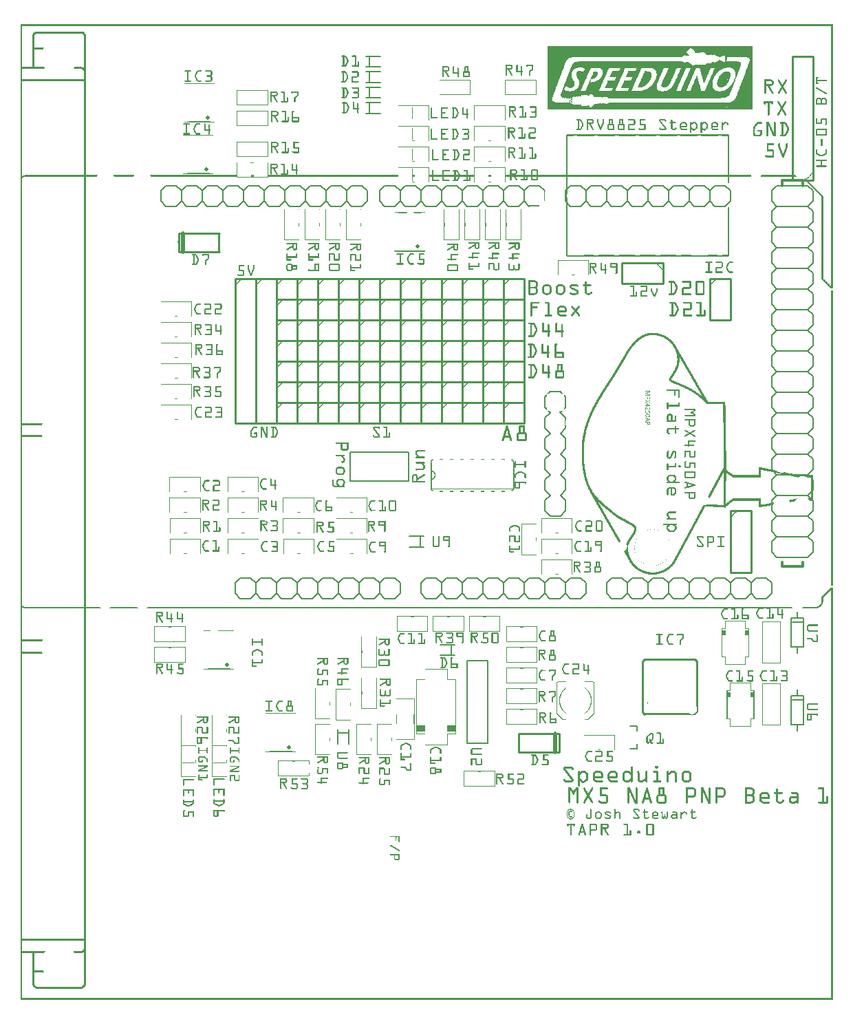
<source format=gto>
G04 MADE WITH FRITZING*
G04 WWW.FRITZING.ORG*
G04 DOUBLE SIDED*
G04 HOLES PLATED*
G04 CONTOUR ON CENTER OF CONTOUR VECTOR*
%ASAXBY*%
%FSLAX23Y23*%
%MOIN*%
%OFA0B0*%
%SFA1.0B1.0*%
%ADD10C,0.019307X0.00330708*%
%ADD11C,0.176224X0.176224*%
%ADD12C,0.010000*%
%ADD13C,0.020000*%
%ADD14C,0.008000*%
%ADD15C,0.012000*%
%ADD16C,0.006000*%
%ADD17C,0.005000*%
%ADD18C,0.002000*%
%ADD19R,0.001000X0.001000*%
%LNSILK1*%
G90*
G70*
G54D10*
X1001Y1623D03*
G54D11*
X3064Y3099D03*
G54D10*
X1301Y1223D03*
X1926Y3648D03*
X907Y4273D03*
X901Y4023D03*
G54D12*
X769Y3714D02*
X964Y3714D01*
D02*
X964Y3624D02*
X769Y3624D01*
D02*
X769Y3624D02*
X769Y3714D01*
G54D13*
D02*
X789Y3624D02*
X789Y3714D01*
G54D14*
D02*
X1598Y2652D02*
X1598Y2514D01*
D02*
X1598Y2514D02*
X1882Y2514D01*
D02*
X1882Y2514D02*
X1882Y2652D01*
D02*
X1882Y2652D02*
X1598Y2652D01*
G54D12*
D02*
X3014Y1638D02*
X3024Y1648D01*
D02*
X3024Y1648D02*
X3268Y1648D01*
D02*
X3268Y1648D02*
X3279Y1638D01*
D02*
X3024Y1383D02*
X3014Y1394D01*
D02*
X3014Y1394D02*
X3014Y1638D01*
G54D14*
D02*
X2987Y1303D02*
X2987Y1327D01*
D02*
X2987Y1327D02*
X2955Y1327D01*
D02*
X2987Y1240D02*
X2987Y1216D01*
D02*
X2987Y1216D02*
X2955Y1216D01*
G54D15*
D02*
X3690Y2119D02*
X3690Y2099D01*
D02*
X3690Y2099D02*
X3790Y2099D01*
D02*
X3790Y2099D02*
X3790Y2119D01*
D02*
X3690Y3944D02*
X3690Y3969D01*
D02*
X3690Y3969D02*
X3790Y3969D01*
D02*
X3790Y3969D02*
X3790Y3944D01*
G54D16*
D02*
X3465Y2044D02*
X3515Y2044D01*
D02*
X3515Y2044D02*
X3540Y2019D01*
D02*
X3540Y2019D02*
X3540Y1969D01*
D02*
X3540Y1969D02*
X3515Y1944D01*
D02*
X3340Y2019D02*
X3365Y2044D01*
D02*
X3365Y2044D02*
X3415Y2044D01*
D02*
X3415Y2044D02*
X3440Y2019D01*
D02*
X3440Y2019D02*
X3440Y1969D01*
D02*
X3440Y1969D02*
X3415Y1944D01*
D02*
X3415Y1944D02*
X3365Y1944D01*
D02*
X3365Y1944D02*
X3340Y1969D01*
D02*
X3465Y2044D02*
X3440Y2019D01*
D02*
X3440Y1969D02*
X3465Y1944D01*
D02*
X3515Y1944D02*
X3465Y1944D01*
D02*
X3165Y2044D02*
X3215Y2044D01*
D02*
X3215Y2044D02*
X3240Y2019D01*
D02*
X3240Y2019D02*
X3240Y1969D01*
D02*
X3240Y1969D02*
X3215Y1944D01*
D02*
X3240Y2019D02*
X3265Y2044D01*
D02*
X3265Y2044D02*
X3315Y2044D01*
D02*
X3315Y2044D02*
X3340Y2019D01*
D02*
X3340Y2019D02*
X3340Y1969D01*
D02*
X3340Y1969D02*
X3315Y1944D01*
D02*
X3315Y1944D02*
X3265Y1944D01*
D02*
X3265Y1944D02*
X3240Y1969D01*
D02*
X3040Y2019D02*
X3065Y2044D01*
D02*
X3065Y2044D02*
X3115Y2044D01*
D02*
X3115Y2044D02*
X3140Y2019D01*
D02*
X3140Y2019D02*
X3140Y1969D01*
D02*
X3140Y1969D02*
X3115Y1944D01*
D02*
X3115Y1944D02*
X3065Y1944D01*
D02*
X3065Y1944D02*
X3040Y1969D01*
D02*
X3165Y2044D02*
X3140Y2019D01*
D02*
X3140Y1969D02*
X3165Y1944D01*
D02*
X3215Y1944D02*
X3165Y1944D01*
D02*
X2865Y2044D02*
X2915Y2044D01*
D02*
X2915Y2044D02*
X2940Y2019D01*
D02*
X2940Y2019D02*
X2940Y1969D01*
D02*
X2940Y1969D02*
X2915Y1944D01*
D02*
X2940Y2019D02*
X2965Y2044D01*
D02*
X2965Y2044D02*
X3015Y2044D01*
D02*
X3015Y2044D02*
X3040Y2019D01*
D02*
X3040Y2019D02*
X3040Y1969D01*
D02*
X3040Y1969D02*
X3015Y1944D01*
D02*
X3015Y1944D02*
X2965Y1944D01*
D02*
X2965Y1944D02*
X2940Y1969D01*
D02*
X2840Y2019D02*
X2840Y1969D01*
D02*
X2865Y2044D02*
X2840Y2019D01*
D02*
X2840Y1969D02*
X2865Y1944D01*
D02*
X2915Y1944D02*
X2865Y1944D01*
D02*
X3565Y2044D02*
X3615Y2044D01*
D02*
X3615Y2044D02*
X3640Y2019D01*
D02*
X3640Y2019D02*
X3640Y1969D01*
D02*
X3640Y1969D02*
X3615Y1944D01*
D02*
X3565Y2044D02*
X3540Y2019D01*
D02*
X3540Y1969D02*
X3565Y1944D01*
D02*
X3615Y1944D02*
X3565Y1944D01*
D02*
X2565Y2044D02*
X2615Y2044D01*
D02*
X2615Y2044D02*
X2640Y2019D01*
D02*
X2640Y2019D02*
X2640Y1969D01*
D02*
X2640Y1969D02*
X2615Y1944D01*
D02*
X2440Y2019D02*
X2465Y2044D01*
D02*
X2465Y2044D02*
X2515Y2044D01*
D02*
X2515Y2044D02*
X2540Y2019D01*
D02*
X2540Y2019D02*
X2540Y1969D01*
D02*
X2540Y1969D02*
X2515Y1944D01*
D02*
X2515Y1944D02*
X2465Y1944D01*
D02*
X2465Y1944D02*
X2440Y1969D01*
D02*
X2565Y2044D02*
X2540Y2019D01*
D02*
X2540Y1969D02*
X2565Y1944D01*
D02*
X2615Y1944D02*
X2565Y1944D01*
D02*
X2265Y2044D02*
X2315Y2044D01*
D02*
X2315Y2044D02*
X2340Y2019D01*
D02*
X2340Y2019D02*
X2340Y1969D01*
D02*
X2340Y1969D02*
X2315Y1944D01*
D02*
X2340Y2019D02*
X2365Y2044D01*
D02*
X2365Y2044D02*
X2415Y2044D01*
D02*
X2415Y2044D02*
X2440Y2019D01*
D02*
X2440Y2019D02*
X2440Y1969D01*
D02*
X2440Y1969D02*
X2415Y1944D01*
D02*
X2415Y1944D02*
X2365Y1944D01*
D02*
X2365Y1944D02*
X2340Y1969D01*
D02*
X2140Y2019D02*
X2165Y2044D01*
D02*
X2165Y2044D02*
X2215Y2044D01*
D02*
X2215Y2044D02*
X2240Y2019D01*
D02*
X2240Y2019D02*
X2240Y1969D01*
D02*
X2240Y1969D02*
X2215Y1944D01*
D02*
X2215Y1944D02*
X2165Y1944D01*
D02*
X2165Y1944D02*
X2140Y1969D01*
D02*
X2265Y2044D02*
X2240Y2019D01*
D02*
X2240Y1969D02*
X2265Y1944D01*
D02*
X2315Y1944D02*
X2265Y1944D01*
D02*
X1965Y2044D02*
X2015Y2044D01*
D02*
X2015Y2044D02*
X2040Y2019D01*
D02*
X2040Y2019D02*
X2040Y1969D01*
D02*
X2040Y1969D02*
X2015Y1944D01*
D02*
X2040Y2019D02*
X2065Y2044D01*
D02*
X2065Y2044D02*
X2115Y2044D01*
D02*
X2115Y2044D02*
X2140Y2019D01*
D02*
X2140Y2019D02*
X2140Y1969D01*
D02*
X2140Y1969D02*
X2115Y1944D01*
D02*
X2115Y1944D02*
X2065Y1944D01*
D02*
X2065Y1944D02*
X2040Y1969D01*
D02*
X1940Y2019D02*
X1940Y1969D01*
D02*
X1965Y2044D02*
X1940Y2019D01*
D02*
X1940Y1969D02*
X1965Y1944D01*
D02*
X2015Y1944D02*
X1965Y1944D01*
D02*
X2665Y2044D02*
X2715Y2044D01*
D02*
X2715Y2044D02*
X2740Y2019D01*
D02*
X2740Y2019D02*
X2740Y1969D01*
D02*
X2740Y1969D02*
X2715Y1944D01*
D02*
X2665Y2044D02*
X2640Y2019D01*
D02*
X2640Y1969D02*
X2665Y1944D01*
D02*
X2715Y1944D02*
X2665Y1944D01*
D02*
X2815Y3844D02*
X2765Y3844D01*
D02*
X2765Y3844D02*
X2740Y3869D01*
D02*
X2740Y3869D02*
X2740Y3919D01*
D02*
X2740Y3919D02*
X2765Y3944D01*
D02*
X2940Y3869D02*
X2915Y3844D01*
D02*
X2915Y3844D02*
X2865Y3844D01*
D02*
X2865Y3844D02*
X2840Y3869D01*
D02*
X2840Y3869D02*
X2840Y3919D01*
D02*
X2840Y3919D02*
X2865Y3944D01*
D02*
X2865Y3944D02*
X2915Y3944D01*
D02*
X2915Y3944D02*
X2940Y3919D01*
D02*
X2815Y3844D02*
X2840Y3869D01*
D02*
X2840Y3919D02*
X2815Y3944D01*
D02*
X2765Y3944D02*
X2815Y3944D01*
D02*
X3115Y3844D02*
X3065Y3844D01*
D02*
X3065Y3844D02*
X3040Y3869D01*
D02*
X3040Y3869D02*
X3040Y3919D01*
D02*
X3040Y3919D02*
X3065Y3944D01*
D02*
X3040Y3869D02*
X3015Y3844D01*
D02*
X3015Y3844D02*
X2965Y3844D01*
D02*
X2965Y3844D02*
X2940Y3869D01*
D02*
X2940Y3869D02*
X2940Y3919D01*
D02*
X2940Y3919D02*
X2965Y3944D01*
D02*
X2965Y3944D02*
X3015Y3944D01*
D02*
X3015Y3944D02*
X3040Y3919D01*
D02*
X3240Y3869D02*
X3215Y3844D01*
D02*
X3215Y3844D02*
X3165Y3844D01*
D02*
X3165Y3844D02*
X3140Y3869D01*
D02*
X3140Y3869D02*
X3140Y3919D01*
D02*
X3140Y3919D02*
X3165Y3944D01*
D02*
X3165Y3944D02*
X3215Y3944D01*
D02*
X3215Y3944D02*
X3240Y3919D01*
D02*
X3115Y3844D02*
X3140Y3869D01*
D02*
X3140Y3919D02*
X3115Y3944D01*
D02*
X3065Y3944D02*
X3115Y3944D01*
D02*
X3415Y3844D02*
X3365Y3844D01*
D02*
X3365Y3844D02*
X3340Y3869D01*
D02*
X3340Y3869D02*
X3340Y3919D01*
D02*
X3340Y3919D02*
X3365Y3944D01*
D02*
X3340Y3869D02*
X3315Y3844D01*
D02*
X3315Y3844D02*
X3265Y3844D01*
D02*
X3265Y3844D02*
X3240Y3869D01*
D02*
X3240Y3869D02*
X3240Y3919D01*
D02*
X3240Y3919D02*
X3265Y3944D01*
D02*
X3265Y3944D02*
X3315Y3944D01*
D02*
X3315Y3944D02*
X3340Y3919D01*
D02*
X3440Y3869D02*
X3440Y3919D01*
D02*
X3415Y3844D02*
X3440Y3869D01*
D02*
X3440Y3919D02*
X3415Y3944D01*
D02*
X3365Y3944D02*
X3415Y3944D01*
D02*
X2715Y3844D02*
X2665Y3844D01*
D02*
X2665Y3844D02*
X2640Y3869D01*
D02*
X2640Y3869D02*
X2640Y3919D01*
D02*
X2640Y3919D02*
X2665Y3944D01*
D02*
X2715Y3844D02*
X2740Y3869D01*
D02*
X2740Y3919D02*
X2715Y3944D01*
D02*
X2665Y3944D02*
X2715Y3944D01*
D02*
X1480Y3919D02*
X1505Y3944D01*
D02*
X1505Y3944D02*
X1555Y3944D01*
D02*
X1555Y3944D02*
X1580Y3919D01*
D02*
X1580Y3919D02*
X1580Y3869D01*
D02*
X1580Y3869D02*
X1555Y3844D01*
D02*
X1555Y3844D02*
X1505Y3844D01*
D02*
X1505Y3844D02*
X1480Y3869D01*
D02*
X1305Y3944D02*
X1355Y3944D01*
D02*
X1355Y3944D02*
X1380Y3919D01*
D02*
X1380Y3919D02*
X1380Y3869D01*
D02*
X1380Y3869D02*
X1355Y3844D01*
D02*
X1380Y3919D02*
X1405Y3944D01*
D02*
X1405Y3944D02*
X1455Y3944D01*
D02*
X1455Y3944D02*
X1480Y3919D01*
D02*
X1480Y3919D02*
X1480Y3869D01*
D02*
X1480Y3869D02*
X1455Y3844D01*
D02*
X1455Y3844D02*
X1405Y3844D01*
D02*
X1405Y3844D02*
X1380Y3869D01*
D02*
X1180Y3919D02*
X1205Y3944D01*
D02*
X1205Y3944D02*
X1255Y3944D01*
D02*
X1255Y3944D02*
X1280Y3919D01*
D02*
X1280Y3919D02*
X1280Y3869D01*
D02*
X1280Y3869D02*
X1255Y3844D01*
D02*
X1255Y3844D02*
X1205Y3844D01*
D02*
X1205Y3844D02*
X1180Y3869D01*
D02*
X1305Y3944D02*
X1280Y3919D01*
D02*
X1280Y3869D02*
X1305Y3844D01*
D02*
X1355Y3844D02*
X1305Y3844D01*
D02*
X1005Y3944D02*
X1055Y3944D01*
D02*
X1055Y3944D02*
X1080Y3919D01*
D02*
X1080Y3919D02*
X1080Y3869D01*
D02*
X1080Y3869D02*
X1055Y3844D01*
D02*
X1080Y3919D02*
X1105Y3944D01*
D02*
X1105Y3944D02*
X1155Y3944D01*
D02*
X1155Y3944D02*
X1180Y3919D01*
D02*
X1180Y3919D02*
X1180Y3869D01*
D02*
X1180Y3869D02*
X1155Y3844D01*
D02*
X1155Y3844D02*
X1105Y3844D01*
D02*
X1105Y3844D02*
X1080Y3869D01*
D02*
X880Y3919D02*
X905Y3944D01*
D02*
X905Y3944D02*
X955Y3944D01*
D02*
X955Y3944D02*
X980Y3919D01*
D02*
X980Y3919D02*
X980Y3869D01*
D02*
X980Y3869D02*
X955Y3844D01*
D02*
X955Y3844D02*
X905Y3844D01*
D02*
X905Y3844D02*
X880Y3869D01*
D02*
X1005Y3944D02*
X980Y3919D01*
D02*
X980Y3869D02*
X1005Y3844D01*
D02*
X1055Y3844D02*
X1005Y3844D01*
D02*
X705Y3944D02*
X755Y3944D01*
D02*
X755Y3944D02*
X780Y3919D01*
D02*
X780Y3919D02*
X780Y3869D01*
D02*
X780Y3869D02*
X755Y3844D01*
D02*
X780Y3919D02*
X805Y3944D01*
D02*
X805Y3944D02*
X855Y3944D01*
D02*
X855Y3944D02*
X880Y3919D01*
D02*
X880Y3919D02*
X880Y3869D01*
D02*
X880Y3869D02*
X855Y3844D01*
D02*
X855Y3844D02*
X805Y3844D01*
D02*
X805Y3844D02*
X780Y3869D01*
D02*
X680Y3919D02*
X680Y3869D01*
D02*
X705Y3944D02*
X680Y3919D01*
D02*
X680Y3869D02*
X705Y3844D01*
D02*
X755Y3844D02*
X705Y3844D01*
D02*
X1605Y3944D02*
X1655Y3944D01*
D02*
X1655Y3944D02*
X1680Y3919D01*
D02*
X1680Y3919D02*
X1680Y3869D01*
D02*
X1680Y3869D02*
X1655Y3844D01*
D02*
X1605Y3944D02*
X1580Y3919D01*
D02*
X1580Y3869D02*
X1605Y3844D01*
D02*
X1655Y3844D02*
X1605Y3844D01*
D02*
X1665Y2044D02*
X1715Y2044D01*
D02*
X1715Y2044D02*
X1740Y2019D01*
D02*
X1740Y2019D02*
X1740Y1969D01*
D02*
X1740Y1969D02*
X1715Y1944D01*
D02*
X1540Y2019D02*
X1565Y2044D01*
D02*
X1565Y2044D02*
X1615Y2044D01*
D02*
X1615Y2044D02*
X1640Y2019D01*
D02*
X1640Y2019D02*
X1640Y1969D01*
D02*
X1640Y1969D02*
X1615Y1944D01*
D02*
X1615Y1944D02*
X1565Y1944D01*
D02*
X1565Y1944D02*
X1540Y1969D01*
D02*
X1665Y2044D02*
X1640Y2019D01*
D02*
X1640Y1969D02*
X1665Y1944D01*
D02*
X1715Y1944D02*
X1665Y1944D01*
D02*
X1365Y2044D02*
X1415Y2044D01*
D02*
X1415Y2044D02*
X1440Y2019D01*
D02*
X1440Y2019D02*
X1440Y1969D01*
D02*
X1440Y1969D02*
X1415Y1944D01*
D02*
X1440Y2019D02*
X1465Y2044D01*
D02*
X1465Y2044D02*
X1515Y2044D01*
D02*
X1515Y2044D02*
X1540Y2019D01*
D02*
X1540Y2019D02*
X1540Y1969D01*
D02*
X1540Y1969D02*
X1515Y1944D01*
D02*
X1515Y1944D02*
X1465Y1944D01*
D02*
X1465Y1944D02*
X1440Y1969D01*
D02*
X1240Y2019D02*
X1265Y2044D01*
D02*
X1265Y2044D02*
X1315Y2044D01*
D02*
X1315Y2044D02*
X1340Y2019D01*
D02*
X1340Y2019D02*
X1340Y1969D01*
D02*
X1340Y1969D02*
X1315Y1944D01*
D02*
X1315Y1944D02*
X1265Y1944D01*
D02*
X1265Y1944D02*
X1240Y1969D01*
D02*
X1365Y2044D02*
X1340Y2019D01*
D02*
X1340Y1969D02*
X1365Y1944D01*
D02*
X1415Y1944D02*
X1365Y1944D01*
D02*
X1065Y2044D02*
X1115Y2044D01*
D02*
X1115Y2044D02*
X1140Y2019D01*
D02*
X1140Y2019D02*
X1140Y1969D01*
D02*
X1140Y1969D02*
X1115Y1944D01*
D02*
X1140Y2019D02*
X1165Y2044D01*
D02*
X1165Y2044D02*
X1215Y2044D01*
D02*
X1215Y2044D02*
X1240Y2019D01*
D02*
X1240Y2019D02*
X1240Y1969D01*
D02*
X1240Y1969D02*
X1215Y1944D01*
D02*
X1215Y1944D02*
X1165Y1944D01*
D02*
X1165Y1944D02*
X1140Y1969D01*
D02*
X1040Y2019D02*
X1040Y1969D01*
D02*
X1065Y2044D02*
X1040Y2019D01*
D02*
X1040Y1969D02*
X1065Y1944D01*
D02*
X1115Y1944D02*
X1065Y1944D01*
D02*
X1765Y2044D02*
X1815Y2044D01*
D02*
X1815Y2044D02*
X1840Y2019D01*
D02*
X1840Y2019D02*
X1840Y1969D01*
D02*
X1840Y1969D02*
X1815Y1944D01*
D02*
X1765Y2044D02*
X1740Y2019D01*
D02*
X1740Y1969D02*
X1765Y1944D01*
D02*
X1815Y1944D02*
X1765Y1944D01*
D02*
X1915Y3844D02*
X1865Y3844D01*
D02*
X1865Y3844D02*
X1840Y3869D01*
D02*
X1840Y3869D02*
X1840Y3919D01*
D02*
X1840Y3919D02*
X1865Y3944D01*
D02*
X2040Y3869D02*
X2015Y3844D01*
D02*
X2015Y3844D02*
X1965Y3844D01*
D02*
X1965Y3844D02*
X1940Y3869D01*
D02*
X1940Y3869D02*
X1940Y3919D01*
D02*
X1940Y3919D02*
X1965Y3944D01*
D02*
X1965Y3944D02*
X2015Y3944D01*
D02*
X2015Y3944D02*
X2040Y3919D01*
D02*
X1915Y3844D02*
X1940Y3869D01*
D02*
X1940Y3919D02*
X1915Y3944D01*
D02*
X1865Y3944D02*
X1915Y3944D01*
D02*
X2215Y3844D02*
X2165Y3844D01*
D02*
X2165Y3844D02*
X2140Y3869D01*
D02*
X2140Y3869D02*
X2140Y3919D01*
D02*
X2140Y3919D02*
X2165Y3944D01*
D02*
X2140Y3869D02*
X2115Y3844D01*
D02*
X2115Y3844D02*
X2065Y3844D01*
D02*
X2065Y3844D02*
X2040Y3869D01*
D02*
X2040Y3869D02*
X2040Y3919D01*
D02*
X2040Y3919D02*
X2065Y3944D01*
D02*
X2065Y3944D02*
X2115Y3944D01*
D02*
X2115Y3944D02*
X2140Y3919D01*
D02*
X2340Y3869D02*
X2315Y3844D01*
D02*
X2315Y3844D02*
X2265Y3844D01*
D02*
X2265Y3844D02*
X2240Y3869D01*
D02*
X2240Y3869D02*
X2240Y3919D01*
D02*
X2240Y3919D02*
X2265Y3944D01*
D02*
X2265Y3944D02*
X2315Y3944D01*
D02*
X2315Y3944D02*
X2340Y3919D01*
D02*
X2215Y3844D02*
X2240Y3869D01*
D02*
X2240Y3919D02*
X2215Y3944D01*
D02*
X2165Y3944D02*
X2215Y3944D01*
D02*
X2465Y3844D02*
X2440Y3869D01*
D02*
X2440Y3869D02*
X2440Y3919D01*
D02*
X2440Y3919D02*
X2465Y3944D01*
D02*
X2440Y3869D02*
X2415Y3844D01*
D02*
X2415Y3844D02*
X2365Y3844D01*
D02*
X2365Y3844D02*
X2340Y3869D01*
D02*
X2340Y3869D02*
X2340Y3919D01*
D02*
X2340Y3919D02*
X2365Y3944D01*
D02*
X2365Y3944D02*
X2415Y3944D01*
D02*
X2415Y3944D02*
X2440Y3919D01*
D02*
X2540Y3919D02*
X2515Y3944D01*
D02*
X2465Y3944D02*
X2515Y3944D01*
D02*
X1815Y3844D02*
X1765Y3844D01*
D02*
X1765Y3844D02*
X1740Y3869D01*
D02*
X1740Y3869D02*
X1740Y3919D01*
D02*
X1740Y3919D02*
X1765Y3944D01*
D02*
X1815Y3844D02*
X1840Y3869D01*
D02*
X1840Y3919D02*
X1815Y3944D01*
D02*
X1765Y3944D02*
X1815Y3944D01*
D02*
X3665Y3944D02*
X3640Y3919D01*
D02*
X3640Y3919D02*
X3640Y3869D01*
D02*
X3640Y3869D02*
X3665Y3844D01*
D02*
X3665Y3844D02*
X3640Y3819D01*
D02*
X3640Y3819D02*
X3640Y3769D01*
D02*
X3640Y3769D02*
X3665Y3744D01*
D02*
X3665Y3744D02*
X3640Y3719D01*
D02*
X3640Y3719D02*
X3640Y3669D01*
D02*
X3640Y3669D02*
X3665Y3644D01*
D02*
X3665Y3644D02*
X3640Y3619D01*
D02*
X3640Y3619D02*
X3640Y3569D01*
D02*
X3640Y3569D02*
X3665Y3544D01*
D02*
X3665Y3544D02*
X3640Y3519D01*
D02*
X3640Y3519D02*
X3640Y3469D01*
D02*
X3640Y3469D02*
X3665Y3444D01*
D02*
X3665Y3444D02*
X3640Y3419D01*
D02*
X3640Y3419D02*
X3640Y3369D01*
D02*
X3640Y3369D02*
X3665Y3344D01*
D02*
X3665Y3944D02*
X3815Y3944D01*
D02*
X3815Y3944D02*
X3840Y3919D01*
D02*
X3840Y3919D02*
X3840Y3869D01*
D02*
X3840Y3869D02*
X3815Y3844D01*
D02*
X3815Y3844D02*
X3840Y3819D01*
D02*
X3840Y3819D02*
X3840Y3769D01*
D02*
X3840Y3769D02*
X3815Y3744D01*
D02*
X3815Y3744D02*
X3840Y3719D01*
D02*
X3840Y3719D02*
X3840Y3669D01*
D02*
X3840Y3669D02*
X3815Y3644D01*
D02*
X3815Y3644D02*
X3840Y3619D01*
D02*
X3840Y3619D02*
X3840Y3569D01*
D02*
X3840Y3569D02*
X3815Y3544D01*
D02*
X3815Y3544D02*
X3840Y3519D01*
D02*
X3840Y3519D02*
X3840Y3469D01*
D02*
X3840Y3469D02*
X3815Y3444D01*
D02*
X3815Y3444D02*
X3840Y3419D01*
D02*
X3840Y3419D02*
X3840Y3369D01*
D02*
X3840Y3369D02*
X3815Y3344D01*
D02*
X3815Y3344D02*
X3840Y3319D01*
D02*
X3840Y3319D02*
X3840Y3269D01*
D02*
X3840Y3269D02*
X3815Y3244D01*
D02*
X3815Y3244D02*
X3840Y3219D01*
D02*
X3840Y3219D02*
X3840Y3169D01*
D02*
X3840Y3169D02*
X3815Y3144D01*
D02*
X3815Y3144D02*
X3840Y3119D01*
D02*
X3840Y3119D02*
X3840Y3069D01*
D02*
X3840Y3069D02*
X3815Y3044D01*
D02*
X3815Y3044D02*
X3840Y3019D01*
D02*
X3840Y3019D02*
X3840Y2969D01*
D02*
X3840Y2969D02*
X3815Y2944D01*
D02*
X3815Y2944D02*
X3840Y2919D01*
D02*
X3840Y2919D02*
X3840Y2869D01*
D02*
X3840Y2869D02*
X3815Y2844D01*
D02*
X3815Y2844D02*
X3840Y2819D01*
D02*
X3840Y2819D02*
X3840Y2769D01*
D02*
X3815Y2744D02*
X3840Y2769D01*
D02*
X3815Y2744D02*
X3840Y2719D01*
D02*
X3840Y2669D02*
X3840Y2719D01*
D02*
X3840Y2669D02*
X3815Y2644D01*
D02*
X3815Y2644D02*
X3840Y2619D01*
D02*
X3840Y2569D02*
X3840Y2619D01*
D02*
X3840Y2569D02*
X3815Y2544D01*
D02*
X3815Y2544D02*
X3840Y2519D01*
D02*
X3840Y2469D02*
X3840Y2519D01*
D02*
X3840Y2469D02*
X3815Y2444D01*
D02*
X3815Y2444D02*
X3840Y2419D01*
D02*
X3840Y2369D02*
X3840Y2419D01*
D02*
X3840Y2369D02*
X3815Y2344D01*
D02*
X3815Y2344D02*
X3840Y2319D01*
D02*
X3840Y2269D02*
X3840Y2319D01*
D02*
X3840Y2269D02*
X3815Y2244D01*
D02*
X3815Y2244D02*
X3840Y2219D01*
D02*
X3840Y2169D02*
X3840Y2219D01*
D02*
X3840Y2169D02*
X3815Y2144D01*
D02*
X3665Y2144D02*
X3640Y2169D01*
D02*
X3640Y2169D02*
X3640Y2219D01*
D02*
X3665Y2244D02*
X3640Y2219D01*
D02*
X3665Y2244D02*
X3640Y2269D01*
D02*
X3640Y2269D02*
X3640Y2319D01*
D02*
X3665Y2344D02*
X3640Y2319D01*
D02*
X3665Y2344D02*
X3640Y2369D01*
D02*
X3640Y2419D02*
X3640Y2369D01*
D02*
X3640Y2419D02*
X3665Y2444D01*
D02*
X3665Y2444D02*
X3640Y2469D01*
D02*
X3640Y2519D02*
X3640Y2469D01*
D02*
X3640Y2519D02*
X3665Y2544D01*
D02*
X3665Y2544D02*
X3640Y2569D01*
D02*
X3640Y2569D02*
X3640Y2619D01*
D02*
X3665Y2644D02*
X3640Y2619D01*
D02*
X3665Y2644D02*
X3640Y2669D01*
D02*
X3640Y2669D02*
X3640Y2719D01*
D02*
X3665Y2744D02*
X3640Y2719D01*
D02*
X3665Y2744D02*
X3640Y2769D01*
D02*
X3640Y2769D02*
X3640Y2819D01*
D02*
X3665Y2844D02*
X3640Y2819D01*
D02*
X3665Y2844D02*
X3640Y2869D01*
D02*
X3640Y2869D02*
X3640Y2919D01*
D02*
X3665Y2944D02*
X3640Y2919D01*
D02*
X3665Y2944D02*
X3640Y2969D01*
D02*
X3640Y2969D02*
X3640Y3019D01*
D02*
X3665Y3044D02*
X3640Y3019D01*
D02*
X3665Y3044D02*
X3640Y3069D01*
D02*
X3640Y3069D02*
X3640Y3119D01*
D02*
X3665Y3144D02*
X3640Y3119D01*
D02*
X3665Y3144D02*
X3640Y3169D01*
D02*
X3640Y3169D02*
X3640Y3219D01*
D02*
X3665Y3244D02*
X3640Y3219D01*
D02*
X3665Y3244D02*
X3640Y3269D01*
D02*
X3640Y3269D02*
X3640Y3319D01*
D02*
X3665Y3344D02*
X3640Y3319D01*
D02*
X3815Y3844D02*
X3665Y3844D01*
D02*
X3815Y3744D02*
X3665Y3744D01*
D02*
X3815Y3644D02*
X3665Y3644D01*
D02*
X3815Y3544D02*
X3665Y3544D01*
D02*
X3815Y3444D02*
X3665Y3444D01*
D02*
X3815Y3344D02*
X3665Y3344D01*
D02*
X3815Y3244D02*
X3665Y3244D01*
D02*
X3815Y3144D02*
X3665Y3144D01*
D02*
X3815Y3044D02*
X3665Y3044D01*
D02*
X3815Y2944D02*
X3665Y2944D01*
D02*
X3815Y2844D02*
X3665Y2844D01*
D02*
X3815Y2744D02*
X3665Y2744D01*
D02*
X3815Y2644D02*
X3665Y2644D01*
D02*
X3815Y2544D02*
X3665Y2544D01*
D02*
X3815Y2444D02*
X3665Y2444D01*
D02*
X3815Y2344D02*
X3665Y2344D01*
D02*
X3815Y2244D02*
X3665Y2244D01*
D02*
X3815Y2144D02*
X3665Y2144D01*
G54D12*
D02*
X1240Y3294D02*
X1240Y3194D01*
D02*
X1240Y3194D02*
X1340Y3194D01*
D02*
X1340Y3194D02*
X1340Y3294D01*
D02*
X1340Y3294D02*
X1240Y3294D01*
D02*
X2040Y2894D02*
X2040Y2794D01*
D02*
X2040Y2794D02*
X2140Y2794D01*
D02*
X2140Y2794D02*
X2140Y2894D01*
D02*
X2140Y2894D02*
X2040Y2894D01*
D02*
X2040Y3294D02*
X2040Y3194D01*
D02*
X2040Y3194D02*
X2140Y3194D01*
D02*
X2140Y3194D02*
X2140Y3294D01*
D02*
X2140Y3294D02*
X2040Y3294D01*
D02*
X1940Y3394D02*
X1940Y3294D01*
D02*
X1940Y3294D02*
X2040Y3294D01*
D02*
X2040Y3294D02*
X2040Y3394D01*
D02*
X2040Y3394D02*
X1940Y3394D01*
D02*
X1840Y3394D02*
X1840Y3294D01*
D02*
X1840Y3294D02*
X1940Y3294D01*
D02*
X1940Y3294D02*
X1940Y3394D01*
D02*
X1940Y3394D02*
X1840Y3394D01*
D02*
X1940Y2894D02*
X1940Y2794D01*
D02*
X1940Y2794D02*
X2040Y2794D01*
D02*
X2040Y2794D02*
X2040Y2894D01*
D02*
X2040Y2894D02*
X1940Y2894D01*
D02*
X1840Y2894D02*
X1840Y2794D01*
D02*
X1840Y2794D02*
X1940Y2794D01*
D02*
X1940Y2794D02*
X1940Y2894D01*
D02*
X1940Y2894D02*
X1840Y2894D01*
D02*
X1940Y3294D02*
X1940Y3194D01*
D02*
X1940Y3194D02*
X2040Y3194D01*
D02*
X2040Y3194D02*
X2040Y3294D01*
D02*
X2040Y3294D02*
X1940Y3294D01*
D02*
X2040Y3394D02*
X2040Y3294D01*
D02*
X2040Y3294D02*
X2140Y3294D01*
D02*
X2140Y3294D02*
X2140Y3394D01*
D02*
X2140Y3394D02*
X2040Y3394D01*
D02*
X2140Y2894D02*
X2140Y2794D01*
D02*
X2140Y2794D02*
X2240Y2794D01*
D02*
X2240Y2794D02*
X2240Y2894D01*
D02*
X2240Y2894D02*
X2140Y2894D01*
D02*
X2340Y3394D02*
X2340Y3294D01*
D02*
X2340Y3294D02*
X2440Y3294D01*
D02*
X2440Y3294D02*
X2440Y3394D01*
D02*
X2440Y3394D02*
X2340Y3394D01*
D02*
X2340Y2894D02*
X2340Y2794D01*
D02*
X2340Y2794D02*
X2440Y2794D01*
D02*
X2440Y2794D02*
X2440Y2894D01*
D02*
X2440Y2894D02*
X2340Y2894D01*
D02*
X2140Y3294D02*
X2140Y3194D01*
D02*
X2140Y3194D02*
X2240Y3194D01*
D02*
X2240Y3194D02*
X2240Y3294D01*
D02*
X2240Y3294D02*
X2140Y3294D01*
D02*
X2340Y3294D02*
X2340Y3194D01*
D02*
X2340Y3194D02*
X2440Y3194D01*
D02*
X2440Y3194D02*
X2440Y3294D01*
D02*
X2440Y3294D02*
X2340Y3294D01*
D02*
X2240Y3394D02*
X2240Y3294D01*
D02*
X2240Y3294D02*
X2340Y3294D01*
D02*
X2340Y3294D02*
X2340Y3394D01*
D02*
X2340Y3394D02*
X2240Y3394D01*
D02*
X1840Y3294D02*
X1840Y3194D01*
D02*
X1840Y3194D02*
X1940Y3194D01*
D02*
X1940Y3194D02*
X1940Y3294D01*
D02*
X1940Y3294D02*
X1840Y3294D01*
D02*
X2240Y2894D02*
X2240Y2794D01*
D02*
X2240Y2794D02*
X2340Y2794D01*
D02*
X2340Y2794D02*
X2340Y2894D01*
D02*
X2340Y2894D02*
X2240Y2894D01*
D02*
X2140Y3394D02*
X2140Y3294D01*
D02*
X2140Y3294D02*
X2240Y3294D01*
D02*
X2240Y3294D02*
X2240Y3394D01*
D02*
X2240Y3394D02*
X2140Y3394D01*
D02*
X2240Y3294D02*
X2240Y3194D01*
D02*
X2240Y3194D02*
X2340Y3194D01*
D02*
X2340Y3194D02*
X2340Y3294D01*
D02*
X2340Y3294D02*
X2240Y3294D01*
D02*
X1440Y2894D02*
X1440Y2794D01*
D02*
X1440Y2794D02*
X1540Y2794D01*
D02*
X1540Y2794D02*
X1540Y2894D01*
D02*
X1540Y2894D02*
X1440Y2894D01*
D02*
X1440Y3294D02*
X1440Y3194D01*
D02*
X1440Y3194D02*
X1540Y3194D01*
D02*
X1540Y3194D02*
X1540Y3294D01*
D02*
X1540Y3294D02*
X1440Y3294D01*
D02*
X1440Y3394D02*
X1440Y3294D01*
D02*
X1440Y3294D02*
X1540Y3294D01*
D02*
X1540Y3294D02*
X1540Y3394D01*
D02*
X1540Y3394D02*
X1440Y3394D01*
D02*
X1340Y3394D02*
X1340Y3294D01*
D02*
X1340Y3294D02*
X1440Y3294D01*
D02*
X1440Y3294D02*
X1440Y3394D01*
D02*
X1440Y3394D02*
X1340Y3394D01*
D02*
X1340Y2894D02*
X1340Y2794D01*
D02*
X1340Y2794D02*
X1440Y2794D01*
D02*
X1440Y2794D02*
X1440Y2894D01*
D02*
X1440Y2894D02*
X1340Y2894D01*
D02*
X1240Y3394D02*
X1240Y3294D01*
D02*
X1240Y3294D02*
X1340Y3294D01*
D02*
X1340Y3294D02*
X1340Y3394D01*
D02*
X1340Y3394D02*
X1240Y3394D01*
D02*
X1340Y3294D02*
X1340Y3194D01*
D02*
X1340Y3194D02*
X1440Y3194D01*
D02*
X1440Y3194D02*
X1440Y3294D01*
D02*
X1440Y3294D02*
X1340Y3294D01*
D02*
X1240Y2894D02*
X1240Y2794D01*
D02*
X1240Y2794D02*
X1340Y2794D01*
D02*
X1340Y2794D02*
X1340Y2894D01*
D02*
X1340Y2894D02*
X1240Y2894D01*
D02*
X1740Y3394D02*
X1740Y3294D01*
D02*
X1740Y3294D02*
X1840Y3294D01*
D02*
X1840Y3294D02*
X1840Y3394D01*
D02*
X1840Y3394D02*
X1740Y3394D01*
D02*
X1640Y2894D02*
X1640Y2794D01*
D02*
X1640Y2794D02*
X1740Y2794D01*
D02*
X1740Y2794D02*
X1740Y2894D01*
D02*
X1740Y2894D02*
X1640Y2894D01*
D02*
X1640Y3394D02*
X1640Y3294D01*
D02*
X1640Y3294D02*
X1740Y3294D01*
D02*
X1740Y3294D02*
X1740Y3394D01*
D02*
X1740Y3394D02*
X1640Y3394D01*
D02*
X1740Y2894D02*
X1740Y2794D01*
D02*
X1740Y2794D02*
X1840Y2794D01*
D02*
X1840Y2794D02*
X1840Y2894D01*
D02*
X1840Y2894D02*
X1740Y2894D01*
D02*
X1740Y3294D02*
X1740Y3194D01*
D02*
X1740Y3194D02*
X1840Y3194D01*
D02*
X1840Y3194D02*
X1840Y3294D01*
D02*
X1840Y3294D02*
X1740Y3294D01*
D02*
X1540Y3294D02*
X1540Y3194D01*
D02*
X1540Y3194D02*
X1640Y3194D01*
D02*
X1640Y3194D02*
X1640Y3294D01*
D02*
X1640Y3294D02*
X1540Y3294D01*
D02*
X1640Y3294D02*
X1640Y3194D01*
D02*
X1640Y3194D02*
X1740Y3194D01*
D02*
X1740Y3194D02*
X1740Y3294D01*
D02*
X1740Y3294D02*
X1640Y3294D01*
D02*
X1540Y3394D02*
X1540Y3294D01*
D02*
X1540Y3294D02*
X1640Y3294D01*
D02*
X1640Y3294D02*
X1640Y3394D01*
D02*
X1640Y3394D02*
X1540Y3394D01*
D02*
X1540Y2894D02*
X1540Y2794D01*
D02*
X1540Y2794D02*
X1640Y2794D01*
D02*
X1640Y2794D02*
X1640Y2894D01*
D02*
X1640Y2894D02*
X1540Y2894D01*
D02*
X1240Y2994D02*
X1240Y2894D01*
D02*
X1240Y2894D02*
X1340Y2894D01*
D02*
X1340Y2894D02*
X1340Y2994D01*
D02*
X1340Y2994D02*
X1240Y2994D01*
D02*
X2040Y2994D02*
X2040Y2894D01*
D02*
X2040Y2894D02*
X2140Y2894D01*
D02*
X2140Y2894D02*
X2140Y2994D01*
D02*
X2140Y2994D02*
X2040Y2994D01*
D02*
X2140Y2994D02*
X2140Y2894D01*
D02*
X2140Y2894D02*
X2240Y2894D01*
D02*
X2240Y2894D02*
X2240Y2994D01*
D02*
X2240Y2994D02*
X2140Y2994D01*
D02*
X2340Y2994D02*
X2340Y2894D01*
D02*
X2340Y2894D02*
X2440Y2894D01*
D02*
X2440Y2894D02*
X2440Y2994D01*
D02*
X2440Y2994D02*
X2340Y2994D01*
D02*
X1840Y2994D02*
X1840Y2894D01*
D02*
X1840Y2894D02*
X1940Y2894D01*
D02*
X1940Y2894D02*
X1940Y2994D01*
D02*
X1940Y2994D02*
X1840Y2994D01*
D02*
X2240Y2994D02*
X2240Y2894D01*
D02*
X2240Y2894D02*
X2340Y2894D01*
D02*
X2340Y2894D02*
X2340Y2994D01*
D02*
X2340Y2994D02*
X2240Y2994D01*
D02*
X1940Y2994D02*
X1940Y2894D01*
D02*
X1940Y2894D02*
X2040Y2894D01*
D02*
X2040Y2894D02*
X2040Y2994D01*
D02*
X2040Y2994D02*
X1940Y2994D01*
D02*
X1440Y2994D02*
X1440Y2894D01*
D02*
X1440Y2894D02*
X1540Y2894D01*
D02*
X1540Y2894D02*
X1540Y2994D01*
D02*
X1540Y2994D02*
X1440Y2994D01*
D02*
X1340Y2994D02*
X1340Y2894D01*
D02*
X1340Y2894D02*
X1440Y2894D01*
D02*
X1440Y2894D02*
X1440Y2994D01*
D02*
X1440Y2994D02*
X1340Y2994D01*
D02*
X1540Y2994D02*
X1540Y2894D01*
D02*
X1540Y2894D02*
X1640Y2894D01*
D02*
X1640Y2894D02*
X1640Y2994D01*
D02*
X1640Y2994D02*
X1540Y2994D01*
D02*
X1740Y2994D02*
X1740Y2894D01*
D02*
X1740Y2894D02*
X1840Y2894D01*
D02*
X1840Y2894D02*
X1840Y2994D01*
D02*
X1840Y2994D02*
X1740Y2994D01*
D02*
X1640Y2994D02*
X1640Y2894D01*
D02*
X1640Y2894D02*
X1740Y2894D01*
D02*
X1740Y2894D02*
X1740Y2994D01*
D02*
X1740Y2994D02*
X1640Y2994D01*
D02*
X1240Y3094D02*
X1240Y2994D01*
D02*
X1240Y2994D02*
X1340Y2994D01*
D02*
X1340Y2994D02*
X1340Y3094D01*
D02*
X1340Y3094D02*
X1240Y3094D01*
D02*
X1940Y3094D02*
X1940Y2994D01*
D02*
X1940Y2994D02*
X2040Y2994D01*
D02*
X2040Y2994D02*
X2040Y3094D01*
D02*
X2040Y3094D02*
X1940Y3094D01*
D02*
X1840Y3094D02*
X1840Y2994D01*
D02*
X1840Y2994D02*
X1940Y2994D01*
D02*
X1940Y2994D02*
X1940Y3094D01*
D02*
X1940Y3094D02*
X1840Y3094D01*
D02*
X2040Y3094D02*
X2040Y2994D01*
D02*
X2040Y2994D02*
X2140Y2994D01*
D02*
X2140Y2994D02*
X2140Y3094D01*
D02*
X2140Y3094D02*
X2040Y3094D01*
D02*
X2240Y3094D02*
X2240Y2994D01*
D02*
X2240Y2994D02*
X2340Y2994D01*
D02*
X2340Y2994D02*
X2340Y3094D01*
D02*
X2340Y3094D02*
X2240Y3094D01*
D02*
X2140Y3094D02*
X2140Y2994D01*
D02*
X2140Y2994D02*
X2240Y2994D01*
D02*
X2240Y2994D02*
X2240Y3094D01*
D02*
X2240Y3094D02*
X2140Y3094D01*
D02*
X2340Y3094D02*
X2340Y2994D01*
D02*
X2340Y2994D02*
X2440Y2994D01*
D02*
X2440Y2994D02*
X2440Y3094D01*
D02*
X2440Y3094D02*
X2340Y3094D01*
D02*
X1340Y3094D02*
X1340Y2994D01*
D02*
X1340Y2994D02*
X1440Y2994D01*
D02*
X1440Y2994D02*
X1440Y3094D01*
D02*
X1440Y3094D02*
X1340Y3094D01*
D02*
X1440Y3094D02*
X1440Y2994D01*
D02*
X1440Y2994D02*
X1540Y2994D01*
D02*
X1540Y2994D02*
X1540Y3094D01*
D02*
X1540Y3094D02*
X1440Y3094D01*
D02*
X1740Y3094D02*
X1740Y2994D01*
D02*
X1740Y2994D02*
X1840Y2994D01*
D02*
X1840Y2994D02*
X1840Y3094D01*
D02*
X1840Y3094D02*
X1740Y3094D01*
D02*
X1540Y3094D02*
X1540Y2994D01*
D02*
X1540Y2994D02*
X1640Y2994D01*
D02*
X1640Y2994D02*
X1640Y3094D01*
D02*
X1640Y3094D02*
X1540Y3094D01*
D02*
X1640Y3094D02*
X1640Y2994D01*
D02*
X1640Y2994D02*
X1740Y2994D01*
D02*
X1740Y2994D02*
X1740Y3094D01*
D02*
X1740Y3094D02*
X1640Y3094D01*
D02*
X1240Y3194D02*
X1240Y3094D01*
D02*
X1240Y3094D02*
X1340Y3094D01*
D02*
X1340Y3094D02*
X1340Y3194D01*
D02*
X1340Y3194D02*
X1240Y3194D01*
D02*
X2040Y3194D02*
X2040Y3094D01*
D02*
X2040Y3094D02*
X2140Y3094D01*
D02*
X2140Y3094D02*
X2140Y3194D01*
D02*
X2140Y3194D02*
X2040Y3194D01*
D02*
X2140Y3194D02*
X2140Y3094D01*
D02*
X2140Y3094D02*
X2240Y3094D01*
D02*
X2240Y3094D02*
X2240Y3194D01*
D02*
X2240Y3194D02*
X2140Y3194D01*
D02*
X2240Y3194D02*
X2240Y3094D01*
D02*
X2240Y3094D02*
X2340Y3094D01*
D02*
X2340Y3094D02*
X2340Y3194D01*
D02*
X2340Y3194D02*
X2240Y3194D01*
G54D14*
D02*
X1955Y2194D02*
X1939Y2194D01*
D02*
X1939Y2194D02*
X1884Y2194D01*
D02*
X1955Y2245D02*
X1939Y2245D01*
D02*
X1939Y2245D02*
X1884Y2245D01*
D02*
X1939Y2194D02*
X1939Y2245D01*
G54D12*
D02*
X2340Y3194D02*
X2340Y3094D01*
D02*
X2340Y3094D02*
X2440Y3094D01*
D02*
X2440Y3094D02*
X2440Y3194D01*
D02*
X2440Y3194D02*
X2340Y3194D01*
D02*
X1940Y3194D02*
X1940Y3094D01*
D02*
X1940Y3094D02*
X2040Y3094D01*
D02*
X2040Y3094D02*
X2040Y3194D01*
D02*
X2040Y3194D02*
X1940Y3194D01*
D02*
X1840Y3194D02*
X1840Y3094D01*
D02*
X1840Y3094D02*
X1940Y3094D01*
D02*
X1940Y3094D02*
X1940Y3194D01*
D02*
X1940Y3194D02*
X1840Y3194D01*
D02*
X1340Y3194D02*
X1340Y3094D01*
D02*
X1340Y3094D02*
X1440Y3094D01*
D02*
X1440Y3094D02*
X1440Y3194D01*
D02*
X1440Y3194D02*
X1340Y3194D01*
G54D14*
D02*
X1591Y1309D02*
X1591Y1294D01*
D02*
X1591Y1294D02*
X1591Y1239D01*
D02*
X1539Y1309D02*
X1539Y1294D01*
D02*
X1539Y1294D02*
X1539Y1239D01*
D02*
X1591Y1294D02*
X1539Y1294D01*
G54D12*
D02*
X1540Y3194D02*
X1540Y3094D01*
D02*
X1540Y3094D02*
X1640Y3094D01*
D02*
X1640Y3094D02*
X1640Y3194D01*
D02*
X1640Y3194D02*
X1540Y3194D01*
D02*
X1440Y3194D02*
X1440Y3094D01*
D02*
X1440Y3094D02*
X1540Y3094D01*
D02*
X1540Y3094D02*
X1540Y3194D01*
D02*
X1540Y3194D02*
X1440Y3194D01*
D02*
X1640Y3194D02*
X1640Y3094D01*
D02*
X1640Y3094D02*
X1740Y3094D01*
D02*
X1740Y3094D02*
X1740Y3194D01*
D02*
X1740Y3194D02*
X1640Y3194D01*
D02*
X1740Y3194D02*
X1740Y3094D01*
D02*
X1740Y3094D02*
X1840Y3094D01*
D02*
X1840Y3094D02*
X1840Y3194D01*
D02*
X1840Y3194D02*
X1740Y3194D01*
G54D14*
D02*
X3795Y1849D02*
X3795Y1709D01*
D02*
X3765Y1709D02*
X3735Y1709D01*
D02*
X3735Y1709D02*
X3735Y1849D01*
D02*
X3735Y1849D02*
X3765Y1849D01*
D02*
X3765Y1849D02*
X3795Y1849D01*
D02*
X3765Y1709D02*
X3765Y1679D01*
D02*
X3765Y1849D02*
X3765Y1879D01*
D02*
X3795Y1709D02*
X3765Y1709D01*
D02*
X3790Y1829D02*
X3740Y1829D01*
D02*
X3795Y1474D02*
X3795Y1334D01*
D02*
X3765Y1334D02*
X3735Y1334D01*
D02*
X3735Y1334D02*
X3735Y1474D01*
D02*
X3735Y1474D02*
X3765Y1474D01*
D02*
X3765Y1474D02*
X3795Y1474D01*
D02*
X3765Y1334D02*
X3765Y1304D01*
D02*
X3765Y1474D02*
X3765Y1504D01*
D02*
X3795Y1334D02*
X3765Y1334D01*
D02*
X3790Y1454D02*
X3740Y1454D01*
D02*
X2542Y2519D02*
X2542Y2469D01*
D02*
X2542Y2469D02*
X2567Y2444D01*
D02*
X2617Y2444D02*
X2642Y2469D01*
D02*
X2567Y2644D02*
X2542Y2619D01*
D02*
X2542Y2619D02*
X2542Y2569D01*
D02*
X2542Y2569D02*
X2567Y2544D01*
D02*
X2617Y2544D02*
X2642Y2569D01*
D02*
X2642Y2569D02*
X2642Y2619D01*
D02*
X2642Y2619D02*
X2617Y2644D01*
D02*
X2542Y2519D02*
X2567Y2544D01*
D02*
X2617Y2544D02*
X2642Y2519D01*
D02*
X2642Y2469D02*
X2642Y2519D01*
D02*
X2542Y2819D02*
X2542Y2769D01*
D02*
X2542Y2769D02*
X2567Y2744D01*
D02*
X2617Y2744D02*
X2642Y2769D01*
D02*
X2567Y2744D02*
X2542Y2719D01*
D02*
X2542Y2719D02*
X2542Y2669D01*
D02*
X2542Y2669D02*
X2567Y2644D01*
D02*
X2617Y2644D02*
X2642Y2669D01*
D02*
X2642Y2669D02*
X2642Y2719D01*
D02*
X2642Y2719D02*
X2617Y2744D01*
D02*
X2542Y2819D02*
X2567Y2844D01*
D02*
X2617Y2844D02*
X2642Y2819D01*
D02*
X2542Y2920D02*
X2542Y2870D01*
D02*
X2567Y2945D02*
X2617Y2945D01*
D02*
X2642Y2870D02*
X2642Y2920D01*
D02*
X2542Y2419D02*
X2542Y2369D01*
D02*
X2542Y2369D02*
X2567Y2344D01*
D02*
X2617Y2344D02*
X2642Y2369D01*
D02*
X2542Y2419D02*
X2567Y2444D01*
D02*
X2617Y2444D02*
X2642Y2419D01*
D02*
X2642Y2369D02*
X2642Y2419D01*
D02*
X2567Y2344D02*
X2617Y2344D01*
G54D12*
D02*
X2611Y1199D02*
X2416Y1199D01*
D02*
X2416Y1289D02*
X2611Y1289D01*
D02*
X2611Y1289D02*
X2611Y1199D01*
G54D13*
D02*
X2591Y1289D02*
X2591Y1199D01*
G54D17*
D02*
X2165Y1244D02*
X2265Y1244D01*
D02*
X2265Y1244D02*
X2265Y1644D01*
D02*
X2265Y1644D02*
X2165Y1644D01*
D02*
X2165Y1644D02*
X2165Y1244D01*
G54D12*
D02*
X3840Y3969D02*
X3840Y4569D01*
D02*
X3840Y4569D02*
X3740Y4569D01*
D02*
X3740Y4569D02*
X3740Y3969D01*
D02*
X3740Y3969D02*
X3840Y3969D01*
D02*
X3115Y3569D02*
X2915Y3569D01*
D02*
X2915Y3569D02*
X2915Y3469D01*
D02*
X2915Y3469D02*
X3115Y3469D01*
D02*
X3115Y3469D02*
X3115Y3569D01*
D02*
X3340Y3494D02*
X3340Y3294D01*
D02*
X3340Y3294D02*
X3440Y3294D01*
D02*
X3440Y3294D02*
X3440Y3494D01*
D02*
X3440Y3494D02*
X3340Y3494D01*
D02*
X3440Y2369D02*
X3440Y2069D01*
D02*
X3440Y2069D02*
X3540Y2069D01*
D02*
X3540Y2069D02*
X3540Y2369D01*
D02*
X3540Y2369D02*
X3440Y2369D01*
D02*
X1040Y3494D02*
X1040Y2794D01*
D02*
X1040Y2794D02*
X1140Y2794D01*
D02*
X1140Y2794D02*
X1140Y3494D01*
D02*
X1140Y3494D02*
X1040Y3494D01*
D02*
X1140Y3494D02*
X1140Y2794D01*
D02*
X1140Y2794D02*
X1240Y2794D01*
D02*
X1240Y2794D02*
X1240Y3494D01*
D02*
X1240Y3494D02*
X1140Y3494D01*
D02*
X2340Y3494D02*
X2340Y3394D01*
D02*
X2340Y3394D02*
X2440Y3394D01*
D02*
X2440Y3394D02*
X2440Y3494D01*
D02*
X2440Y3494D02*
X2340Y3494D01*
D02*
X1840Y3494D02*
X1840Y3394D01*
D02*
X1840Y3394D02*
X1940Y3394D01*
D02*
X1940Y3394D02*
X1940Y3494D01*
D02*
X1940Y3494D02*
X1840Y3494D01*
D02*
X2040Y3494D02*
X2040Y3394D01*
D02*
X2040Y3394D02*
X2140Y3394D01*
D02*
X2140Y3394D02*
X2140Y3494D01*
D02*
X2140Y3494D02*
X2040Y3494D01*
D02*
X1940Y3494D02*
X1940Y3394D01*
D02*
X1940Y3394D02*
X2040Y3394D01*
D02*
X2040Y3394D02*
X2040Y3494D01*
D02*
X2040Y3494D02*
X1940Y3494D01*
D02*
X2240Y3494D02*
X2240Y3394D01*
D02*
X2240Y3394D02*
X2340Y3394D01*
D02*
X2340Y3394D02*
X2340Y3494D01*
D02*
X2340Y3494D02*
X2240Y3494D01*
D02*
X2140Y3494D02*
X2140Y3394D01*
D02*
X2140Y3394D02*
X2240Y3394D01*
D02*
X2240Y3394D02*
X2240Y3494D01*
D02*
X2240Y3494D02*
X2140Y3494D01*
D02*
X1440Y3494D02*
X1440Y3394D01*
D02*
X1440Y3394D02*
X1540Y3394D01*
D02*
X1540Y3394D02*
X1540Y3494D01*
D02*
X1540Y3494D02*
X1440Y3494D01*
D02*
X1340Y3494D02*
X1340Y3394D01*
D02*
X1340Y3394D02*
X1440Y3394D01*
D02*
X1440Y3394D02*
X1440Y3494D01*
D02*
X1440Y3494D02*
X1340Y3494D01*
G54D14*
D02*
X2105Y1669D02*
X2089Y1669D01*
D02*
X2089Y1669D02*
X2034Y1669D01*
D02*
X2105Y1720D02*
X2089Y1720D01*
D02*
X2089Y1720D02*
X2034Y1720D01*
D02*
X2089Y1669D02*
X2089Y1720D01*
G54D12*
D02*
X1240Y3494D02*
X1240Y3394D01*
D02*
X1240Y3394D02*
X1340Y3394D01*
D02*
X1340Y3394D02*
X1340Y3494D01*
D02*
X1340Y3494D02*
X1240Y3494D01*
D02*
X1740Y3494D02*
X1740Y3394D01*
D02*
X1740Y3394D02*
X1840Y3394D01*
D02*
X1840Y3394D02*
X1840Y3494D01*
D02*
X1840Y3494D02*
X1740Y3494D01*
D02*
X1640Y3494D02*
X1640Y3394D01*
D02*
X1640Y3394D02*
X1740Y3394D01*
D02*
X1740Y3394D02*
X1740Y3494D01*
D02*
X1740Y3494D02*
X1640Y3494D01*
D02*
X1540Y3494D02*
X1540Y3394D01*
D02*
X1540Y3394D02*
X1640Y3394D01*
D02*
X1640Y3394D02*
X1640Y3494D01*
D02*
X1640Y3494D02*
X1540Y3494D01*
G54D14*
D02*
X1675Y4495D02*
X1691Y4495D01*
D02*
X1691Y4495D02*
X1746Y4495D01*
D02*
X1675Y4444D02*
X1691Y4444D01*
D02*
X1691Y4444D02*
X1746Y4444D01*
D02*
X1691Y4495D02*
X1691Y4444D01*
D02*
X1675Y4570D02*
X1691Y4570D01*
D02*
X1691Y4570D02*
X1746Y4570D01*
D02*
X1675Y4519D02*
X1691Y4519D01*
D02*
X1691Y4519D02*
X1746Y4519D01*
D02*
X1691Y4570D02*
X1691Y4519D01*
D02*
X1675Y4345D02*
X1691Y4345D01*
D02*
X1691Y4345D02*
X1746Y4345D01*
D02*
X1675Y4294D02*
X1691Y4294D01*
D02*
X1691Y4294D02*
X1746Y4294D01*
D02*
X1691Y4345D02*
X1691Y4294D01*
D02*
X1675Y4420D02*
X1691Y4420D01*
D02*
X1691Y4420D02*
X1746Y4420D01*
D02*
X1675Y4369D02*
X1691Y4369D01*
D02*
X1691Y4369D02*
X1746Y4369D01*
D02*
X1691Y4420D02*
X1691Y4369D01*
G54D16*
D02*
X2390Y2478D02*
X2390Y2602D01*
D02*
X1990Y2602D02*
X1990Y2560D01*
D02*
X1990Y2560D02*
X1990Y2520D01*
D02*
X1990Y2520D02*
X1990Y2478D01*
G54D18*
D02*
X1990Y2477D02*
X2390Y2477D01*
G36*
X3266Y4595D02*
X3266Y4592D01*
X3266Y4592D01*
X3266Y4595D01*
X3266Y4595D01*
G37*
D02*
G36*
X3266Y4590D02*
X3266Y4588D01*
X3266Y4588D01*
X3266Y4590D01*
X3266Y4590D01*
G37*
D02*
G36*
X3279Y4586D02*
X3279Y4586D01*
X3280Y4586D01*
X3280Y4586D01*
X3279Y4586D01*
G37*
D02*
G36*
X3315Y4586D02*
X3315Y4586D01*
X3316Y4586D01*
X3316Y4586D01*
X3315Y4586D01*
G37*
D02*
G36*
X3316Y4586D02*
X3316Y4585D01*
X3317Y4585D01*
X3317Y4586D01*
X3316Y4586D01*
G37*
D02*
G36*
X3324Y4578D02*
X3324Y4577D01*
X3346Y4577D01*
X3346Y4578D01*
X3324Y4578D01*
G37*
D02*
G36*
X3216Y4575D02*
X3216Y4574D01*
X3217Y4574D01*
X3217Y4575D01*
X3216Y4575D01*
G37*
D02*
G36*
X3218Y4575D02*
X3218Y4574D01*
X3218Y4574D01*
X3218Y4575D01*
X3218Y4575D01*
G37*
D02*
G36*
X3026Y4498D02*
X3026Y4497D01*
X3025Y4497D01*
X3025Y4496D01*
X3024Y4496D01*
X3024Y4493D01*
X3023Y4493D01*
X3023Y4493D01*
X3023Y4493D01*
X3023Y4490D01*
X3022Y4490D01*
X3022Y4488D01*
X3021Y4488D01*
X3021Y4487D01*
X3020Y4487D01*
X3020Y4485D01*
X3019Y4485D01*
X3019Y4483D01*
X3019Y4483D01*
X3019Y4480D01*
X3018Y4480D01*
X3018Y4480D01*
X3017Y4480D01*
X3017Y4477D01*
X3016Y4477D01*
X3016Y4476D01*
X3016Y4476D01*
X3016Y4474D01*
X3015Y4474D01*
X3015Y4473D01*
X3014Y4473D01*
X3014Y4471D01*
X3013Y4471D01*
X3013Y4468D01*
X3013Y4468D01*
X3013Y4467D01*
X3012Y4467D01*
X3012Y4466D01*
X3011Y4466D01*
X3011Y4465D01*
X3010Y4465D01*
X3010Y4464D01*
X3010Y4464D01*
X3010Y4461D01*
X3009Y4461D01*
X3009Y4460D01*
X3008Y4460D01*
X3008Y4458D01*
X3007Y4458D01*
X3007Y4456D01*
X3007Y4456D01*
X3007Y4454D01*
X3006Y4454D01*
X3006Y4453D01*
X3005Y4453D01*
X3005Y4451D01*
X3004Y4451D01*
X3004Y4449D01*
X3003Y4449D01*
X3003Y4447D01*
X3003Y4447D01*
X3003Y4445D01*
X3002Y4445D01*
X3002Y4444D01*
X3001Y4444D01*
X3001Y4442D01*
X3000Y4442D01*
X3000Y4441D01*
X3000Y4441D01*
X3000Y4439D01*
X2999Y4439D01*
X2999Y4438D01*
X2998Y4438D01*
X2998Y4435D01*
X2997Y4435D01*
X2997Y4433D01*
X2997Y4433D01*
X2997Y4432D01*
X2996Y4432D01*
X2996Y4429D01*
X2995Y4429D01*
X2995Y4427D01*
X2994Y4427D01*
X2994Y4426D01*
X2994Y4426D01*
X2994Y4424D01*
X2993Y4424D01*
X2993Y4423D01*
X2992Y4423D01*
X2992Y4420D01*
X2991Y4420D01*
X2991Y4418D01*
X3004Y4418D01*
X3004Y4419D01*
X3008Y4419D01*
X3008Y4419D01*
X3011Y4419D01*
X3011Y4420D01*
X3013Y4420D01*
X3013Y4421D01*
X3015Y4421D01*
X3015Y4422D01*
X3016Y4422D01*
X3016Y4423D01*
X3018Y4423D01*
X3018Y4423D01*
X3019Y4423D01*
X3019Y4424D01*
X3021Y4424D01*
X3021Y4425D01*
X3023Y4425D01*
X3023Y4426D01*
X3024Y4426D01*
X3024Y4426D01*
X3026Y4426D01*
X3026Y4427D01*
X3028Y4427D01*
X3028Y4428D01*
X3029Y4428D01*
X3029Y4429D01*
X3029Y4429D01*
X3029Y4429D01*
X3030Y4429D01*
X3030Y4430D01*
X3031Y4430D01*
X3031Y4431D01*
X3033Y4431D01*
X3033Y4432D01*
X3035Y4432D01*
X3035Y4434D01*
X3036Y4434D01*
X3036Y4435D01*
X3037Y4435D01*
X3037Y4435D01*
X3038Y4435D01*
X3038Y4436D01*
X3039Y4436D01*
X3039Y4437D01*
X3039Y4437D01*
X3039Y4438D01*
X3040Y4438D01*
X3040Y4439D01*
X3041Y4439D01*
X3041Y4440D01*
X3042Y4440D01*
X3042Y4441D01*
X3043Y4441D01*
X3043Y4442D01*
X3045Y4442D01*
X3045Y4444D01*
X3045Y4444D01*
X3045Y4445D01*
X3046Y4445D01*
X3046Y4445D01*
X3047Y4445D01*
X3047Y4447D01*
X3048Y4447D01*
X3048Y4448D01*
X3048Y4448D01*
X3048Y4449D01*
X3049Y4449D01*
X3049Y4451D01*
X3050Y4451D01*
X3050Y4451D01*
X3051Y4451D01*
X3051Y4453D01*
X3051Y4453D01*
X3051Y4455D01*
X3052Y4455D01*
X3052Y4456D01*
X3053Y4456D01*
X3053Y4458D01*
X3054Y4458D01*
X3054Y4459D01*
X3055Y4459D01*
X3055Y4462D01*
X3055Y4462D01*
X3055Y4463D01*
X3056Y4463D01*
X3056Y4466D01*
X3057Y4466D01*
X3057Y4467D01*
X3058Y4467D01*
X3058Y4474D01*
X3058Y4474D01*
X3058Y4483D01*
X3058Y4483D01*
X3058Y4487D01*
X3057Y4487D01*
X3057Y4489D01*
X3056Y4489D01*
X3056Y4490D01*
X3055Y4490D01*
X3055Y4490D01*
X3055Y4490D01*
X3055Y4491D01*
X3054Y4491D01*
X3054Y4492D01*
X3053Y4492D01*
X3053Y4493D01*
X3052Y4493D01*
X3052Y4493D01*
X3051Y4493D01*
X3051Y4494D01*
X3051Y4494D01*
X3051Y4495D01*
X3048Y4495D01*
X3048Y4496D01*
X3047Y4496D01*
X3047Y4496D01*
X3043Y4496D01*
X3043Y4497D01*
X3035Y4497D01*
X3035Y4498D01*
X3026Y4498D01*
G37*
D02*
G36*
X3419Y4497D02*
X3419Y4496D01*
X3414Y4496D01*
X3414Y4496D01*
X3413Y4496D01*
X3413Y4495D01*
X3410Y4495D01*
X3410Y4494D01*
X3409Y4494D01*
X3409Y4493D01*
X3408Y4493D01*
X3408Y4493D01*
X3407Y4493D01*
X3407Y4492D01*
X3406Y4492D01*
X3406Y4491D01*
X3404Y4491D01*
X3404Y4490D01*
X3404Y4490D01*
X3404Y4490D01*
X3403Y4490D01*
X3403Y4489D01*
X3402Y4489D01*
X3402Y4488D01*
X3401Y4488D01*
X3401Y4487D01*
X3400Y4487D01*
X3400Y4487D01*
X3399Y4487D01*
X3399Y4486D01*
X3397Y4486D01*
X3397Y4485D01*
X3397Y4485D01*
X3397Y4484D01*
X3396Y4484D01*
X3396Y4483D01*
X3395Y4483D01*
X3395Y4482D01*
X3394Y4482D01*
X3394Y4481D01*
X3394Y4481D01*
X3394Y4480D01*
X3393Y4480D01*
X3393Y4479D01*
X3392Y4479D01*
X3392Y4478D01*
X3391Y4478D01*
X3391Y4477D01*
X3391Y4477D01*
X3391Y4476D01*
X3390Y4476D01*
X3390Y4475D01*
X3388Y4475D01*
X3388Y4474D01*
X3388Y4474D01*
X3388Y4472D01*
X3387Y4472D01*
X3387Y4471D01*
X3386Y4471D01*
X3386Y4470D01*
X3385Y4470D01*
X3385Y4468D01*
X3385Y4468D01*
X3385Y4467D01*
X3384Y4467D01*
X3384Y4466D01*
X3383Y4466D01*
X3383Y4464D01*
X3382Y4464D01*
X3382Y4461D01*
X3381Y4461D01*
X3381Y4460D01*
X3381Y4460D01*
X3381Y4458D01*
X3406Y4458D01*
X3406Y4458D01*
X3428Y4458D01*
X3428Y4457D01*
X3436Y4457D01*
X3436Y4458D01*
X3436Y4458D01*
X3436Y4460D01*
X3437Y4460D01*
X3437Y4461D01*
X3438Y4461D01*
X3438Y4463D01*
X3439Y4463D01*
X3439Y4467D01*
X3439Y4467D01*
X3439Y4469D01*
X3440Y4469D01*
X3440Y4471D01*
X3441Y4471D01*
X3441Y4487D01*
X3440Y4487D01*
X3440Y4489D01*
X3439Y4489D01*
X3439Y4490D01*
X3439Y4490D01*
X3439Y4492D01*
X3438Y4492D01*
X3438Y4493D01*
X3437Y4493D01*
X3437Y4494D01*
X3436Y4494D01*
X3436Y4495D01*
X3435Y4495D01*
X3435Y4496D01*
X3433Y4496D01*
X3433Y4496D01*
X3430Y4496D01*
X3430Y4497D01*
X3419Y4497D01*
G37*
D02*
G36*
X3381Y4458D02*
X3381Y4458D01*
X3404Y4458D01*
X3404Y4458D01*
X3381Y4458D01*
G37*
D02*
G36*
X3380Y4458D02*
X3380Y4457D01*
X3426Y4457D01*
X3426Y4458D01*
X3380Y4458D01*
G37*
D02*
G36*
X3380Y4458D02*
X3380Y4457D01*
X3426Y4457D01*
X3426Y4458D01*
X3380Y4458D01*
G37*
D02*
G36*
X3380Y4457D02*
X3380Y4456D01*
X3436Y4456D01*
X3436Y4457D01*
X3380Y4457D01*
G37*
D02*
G36*
X3380Y4457D02*
X3380Y4456D01*
X3436Y4456D01*
X3436Y4457D01*
X3380Y4457D01*
G37*
D02*
G36*
X3379Y4456D02*
X3379Y4454D01*
X3378Y4454D01*
X3378Y4451D01*
X3378Y4451D01*
X3378Y4448D01*
X3377Y4448D01*
X3377Y4442D01*
X3376Y4442D01*
X3376Y4433D01*
X3377Y4433D01*
X3377Y4429D01*
X3378Y4429D01*
X3378Y4427D01*
X3378Y4427D01*
X3378Y4426D01*
X3379Y4426D01*
X3379Y4425D01*
X3380Y4425D01*
X3380Y4424D01*
X3381Y4424D01*
X3381Y4423D01*
X3382Y4423D01*
X3382Y4421D01*
X3384Y4421D01*
X3384Y4419D01*
X3387Y4419D01*
X3387Y4419D01*
X3389Y4419D01*
X3389Y4418D01*
X3399Y4418D01*
X3399Y4419D01*
X3402Y4419D01*
X3402Y4419D01*
X3405Y4419D01*
X3405Y4420D01*
X3406Y4420D01*
X3406Y4421D01*
X3408Y4421D01*
X3408Y4422D01*
X3409Y4422D01*
X3409Y4423D01*
X3410Y4423D01*
X3410Y4423D01*
X3411Y4423D01*
X3411Y4424D01*
X3412Y4424D01*
X3412Y4425D01*
X3414Y4425D01*
X3414Y4426D01*
X3414Y4426D01*
X3414Y4426D01*
X3416Y4426D01*
X3416Y4427D01*
X3417Y4427D01*
X3417Y4429D01*
X3418Y4429D01*
X3418Y4429D01*
X3419Y4429D01*
X3419Y4430D01*
X3420Y4430D01*
X3420Y4431D01*
X3420Y4431D01*
X3420Y4432D01*
X3421Y4432D01*
X3421Y4432D01*
X3422Y4432D01*
X3422Y4434D01*
X3423Y4434D01*
X3423Y4435D01*
X3423Y4435D01*
X3423Y4435D01*
X3424Y4435D01*
X3424Y4436D01*
X3425Y4436D01*
X3425Y4438D01*
X3426Y4438D01*
X3426Y4439D01*
X3426Y4439D01*
X3426Y4439D01*
X3427Y4439D01*
X3427Y4440D01*
X3428Y4440D01*
X3428Y4442D01*
X3429Y4442D01*
X3429Y4443D01*
X3430Y4443D01*
X3430Y4445D01*
X3430Y4445D01*
X3430Y4445D01*
X3431Y4445D01*
X3431Y4447D01*
X3432Y4447D01*
X3432Y4448D01*
X3433Y4448D01*
X3433Y4449D01*
X3433Y4449D01*
X3433Y4451D01*
X3434Y4451D01*
X3434Y4453D01*
X3435Y4453D01*
X3435Y4455D01*
X3436Y4455D01*
X3436Y4456D01*
X3379Y4456D01*
G37*
D02*
G36*
X2622Y4487D02*
X2622Y4486D01*
X2622Y4486D01*
X2622Y4487D01*
X2622Y4487D01*
G37*
D02*
G36*
X2609Y4454D02*
X2609Y4453D01*
X2610Y4453D01*
X2610Y4454D01*
X2609Y4454D01*
G37*
D02*
G36*
X2636Y4435D02*
X2636Y4434D01*
X2637Y4434D01*
X2637Y4435D01*
X2636Y4435D01*
G37*
D02*
G36*
X3490Y4435D02*
X3490Y4434D01*
X3491Y4434D01*
X3491Y4435D01*
X3490Y4435D01*
G37*
D02*
G36*
X3478Y4400D02*
X3478Y4400D01*
X3478Y4400D01*
X3478Y4400D01*
X3478Y4400D01*
G37*
D02*
G36*
X2717Y4377D02*
X2717Y4376D01*
X2718Y4376D01*
X2718Y4377D01*
X2717Y4377D01*
G37*
D02*
G36*
X2580Y4376D02*
X2580Y4375D01*
X2580Y4375D01*
X2580Y4376D01*
X2580Y4376D01*
G37*
D02*
G36*
X2715Y4375D02*
X2715Y4374D01*
X2716Y4374D01*
X2716Y4375D01*
X2715Y4375D01*
G37*
D02*
G36*
X2677Y4373D02*
X2677Y4372D01*
X2680Y4372D01*
X2680Y4373D01*
X2677Y4373D01*
G37*
D02*
G36*
X2842Y4371D02*
X2842Y4371D01*
X2843Y4371D01*
X2843Y4371D01*
X2842Y4371D01*
G37*
D02*
G36*
X2843Y4371D02*
X2843Y4370D01*
X2844Y4370D01*
X2844Y4371D01*
X2843Y4371D01*
G37*
D02*
G36*
X2636Y4368D02*
X2636Y4367D01*
X2638Y4367D01*
X2638Y4368D01*
X2636Y4368D01*
G37*
D02*
G36*
X3404Y4368D02*
X3404Y4367D01*
X3405Y4367D01*
X3405Y4368D01*
X3404Y4368D01*
G37*
D02*
G36*
X2865Y4365D02*
X2865Y4365D01*
X2866Y4365D01*
X2866Y4365D01*
X2865Y4365D01*
G37*
D02*
G36*
X3462Y4364D02*
X3462Y4363D01*
X3463Y4363D01*
X3463Y4364D01*
X3462Y4364D01*
G37*
D02*
G36*
X2669Y4354D02*
X2669Y4353D01*
X2670Y4353D01*
X2670Y4354D01*
X2669Y4354D01*
G37*
D02*
G36*
X2669Y4353D02*
X2669Y4352D01*
X2671Y4352D01*
X2671Y4353D01*
X2669Y4353D01*
G37*
D02*
G36*
X2672Y4353D02*
X2672Y4352D01*
X2673Y4352D01*
X2673Y4353D01*
X2672Y4353D01*
G37*
D02*
G36*
X2669Y4352D02*
X2669Y4352D01*
X2673Y4352D01*
X2673Y4352D01*
X2669Y4352D01*
G37*
D02*
G36*
X2669Y4352D02*
X2669Y4352D01*
X2673Y4352D01*
X2673Y4352D01*
X2669Y4352D01*
G37*
D02*
G36*
X2669Y4352D02*
X2669Y4346D01*
X2670Y4346D01*
X2670Y4346D01*
X2671Y4346D01*
X2671Y4345D01*
X2672Y4345D01*
X2672Y4346D01*
X2673Y4346D01*
X2673Y4351D01*
X2674Y4351D01*
X2674Y4352D01*
X2669Y4352D01*
G37*
D02*
G36*
X2669Y4346D02*
X2669Y4346D01*
X2670Y4346D01*
X2670Y4346D01*
X2669Y4346D01*
G37*
D02*
G36*
X3435Y4348D02*
X3435Y4347D01*
X3436Y4347D01*
X3436Y4348D01*
X3435Y4348D01*
G37*
D02*
G36*
X3430Y4347D02*
X3430Y4346D01*
X3431Y4346D01*
X3431Y4347D01*
X3430Y4347D01*
G37*
D02*
G36*
X2827Y4343D02*
X2827Y4342D01*
X2828Y4342D01*
X2828Y4343D01*
X2827Y4343D01*
G37*
D02*
G36*
X2837Y4343D02*
X2837Y4342D01*
X2837Y4342D01*
X2837Y4343D01*
X2837Y4343D01*
G37*
D02*
G36*
X2667Y4342D02*
X2667Y4341D01*
X2667Y4341D01*
X2667Y4342D01*
X2667Y4342D01*
G37*
D02*
G36*
X2801Y4342D02*
X2801Y4341D01*
X2805Y4341D01*
X2805Y4342D01*
X2801Y4342D01*
G37*
D02*
G36*
X2810Y4342D02*
X2810Y4341D01*
X2811Y4341D01*
X2811Y4342D01*
X2810Y4342D01*
G37*
D02*
G36*
X2842Y4342D02*
X2842Y4341D01*
X2843Y4341D01*
X2843Y4342D01*
X2842Y4342D01*
G37*
D02*
G36*
X2677Y4339D02*
X2677Y4338D01*
X2680Y4338D01*
X2680Y4339D01*
X2677Y4339D01*
G37*
D02*
G36*
X2685Y4337D02*
X2685Y4336D01*
X2686Y4336D01*
X2686Y4337D01*
X2685Y4337D01*
G37*
D02*
G36*
X2701Y4337D02*
X2701Y4336D01*
X2702Y4336D01*
X2702Y4337D01*
X2701Y4337D01*
G37*
D02*
G36*
X2704Y4337D02*
X2704Y4336D01*
X2705Y4336D01*
X2705Y4337D01*
X2704Y4337D01*
G37*
D02*
G36*
X2711Y4337D02*
X2711Y4336D01*
X2712Y4336D01*
X2712Y4337D01*
X2711Y4337D01*
G37*
D02*
G36*
X2686Y4336D02*
X2686Y4336D01*
X2687Y4336D01*
X2687Y4336D01*
X2686Y4336D01*
G37*
D02*
G36*
X2702Y4336D02*
X2702Y4336D01*
X2703Y4336D01*
X2703Y4336D01*
X2702Y4336D01*
G37*
D02*
G36*
X2717Y4336D02*
X2717Y4336D01*
X2718Y4336D01*
X2718Y4336D01*
X2717Y4336D01*
G37*
D02*
G36*
X2553Y4618D02*
X2553Y4609D01*
X3248Y4609D01*
X3248Y4608D01*
X3250Y4608D01*
X3250Y4608D01*
X3250Y4608D01*
X3250Y4607D01*
X3252Y4607D01*
X3252Y4605D01*
X3257Y4605D01*
X3257Y4605D01*
X3258Y4605D01*
X3258Y4604D01*
X3259Y4604D01*
X3259Y4603D01*
X3260Y4603D01*
X3260Y4602D01*
X3261Y4602D01*
X3261Y4601D01*
X3262Y4601D01*
X3262Y4600D01*
X3263Y4600D01*
X3263Y4599D01*
X3263Y4599D01*
X3263Y4599D01*
X3264Y4599D01*
X3264Y4598D01*
X3265Y4598D01*
X3265Y4597D01*
X3266Y4597D01*
X3266Y4596D01*
X3266Y4596D01*
X3266Y4596D01*
X3267Y4596D01*
X3267Y4589D01*
X3313Y4589D01*
X3313Y4588D01*
X3315Y4588D01*
X3315Y4587D01*
X3316Y4587D01*
X3316Y4586D01*
X3317Y4586D01*
X3317Y4586D01*
X3317Y4586D01*
X3317Y4585D01*
X3318Y4585D01*
X3318Y4584D01*
X3319Y4584D01*
X3319Y4583D01*
X3320Y4583D01*
X3320Y4582D01*
X3321Y4582D01*
X3321Y4581D01*
X3321Y4581D01*
X3321Y4580D01*
X3322Y4580D01*
X3322Y4580D01*
X3323Y4580D01*
X3323Y4579D01*
X3365Y4579D01*
X3365Y4578D01*
X3366Y4578D01*
X3366Y4577D01*
X3367Y4577D01*
X3367Y4576D01*
X3368Y4576D01*
X3368Y4576D01*
X3369Y4576D01*
X3369Y4575D01*
X3369Y4575D01*
X3369Y4574D01*
X3414Y4574D01*
X3414Y4573D01*
X3414Y4573D01*
X3414Y4573D01*
X3417Y4573D01*
X3417Y4571D01*
X3547Y4571D01*
X3547Y4618D01*
X2553Y4618D01*
G37*
D02*
G36*
X2553Y4609D02*
X2553Y4576D01*
X3219Y4576D01*
X3219Y4575D01*
X3221Y4575D01*
X3221Y4574D01*
X3240Y4574D01*
X3240Y4576D01*
X3239Y4576D01*
X3239Y4576D01*
X3238Y4576D01*
X3238Y4577D01*
X3237Y4577D01*
X3237Y4578D01*
X3237Y4578D01*
X3237Y4579D01*
X3236Y4579D01*
X3236Y4580D01*
X3235Y4580D01*
X3235Y4580D01*
X3234Y4580D01*
X3234Y4582D01*
X3233Y4582D01*
X3233Y4583D01*
X3232Y4583D01*
X3232Y4583D01*
X3231Y4583D01*
X3231Y4584D01*
X3231Y4584D01*
X3231Y4585D01*
X3230Y4585D01*
X3230Y4586D01*
X3229Y4586D01*
X3229Y4587D01*
X3228Y4587D01*
X3228Y4589D01*
X3228Y4589D01*
X3228Y4591D01*
X3228Y4591D01*
X3228Y4592D01*
X3229Y4592D01*
X3229Y4592D01*
X3230Y4592D01*
X3230Y4593D01*
X3231Y4593D01*
X3231Y4594D01*
X3231Y4594D01*
X3231Y4595D01*
X3232Y4595D01*
X3232Y4596D01*
X3233Y4596D01*
X3233Y4596D01*
X3234Y4596D01*
X3234Y4597D01*
X3235Y4597D01*
X3235Y4599D01*
X3237Y4599D01*
X3237Y4600D01*
X3237Y4600D01*
X3237Y4601D01*
X3239Y4601D01*
X3239Y4602D01*
X3240Y4602D01*
X3240Y4602D01*
X3240Y4602D01*
X3240Y4603D01*
X3241Y4603D01*
X3241Y4604D01*
X3242Y4604D01*
X3242Y4605D01*
X3243Y4605D01*
X3243Y4605D01*
X3244Y4605D01*
X3244Y4606D01*
X3244Y4606D01*
X3244Y4607D01*
X3245Y4607D01*
X3245Y4608D01*
X3246Y4608D01*
X3246Y4608D01*
X3247Y4608D01*
X3247Y4609D01*
X2553Y4609D01*
G37*
D02*
G36*
X3267Y4589D02*
X3267Y4587D01*
X3280Y4587D01*
X3280Y4586D01*
X3281Y4586D01*
X3281Y4586D01*
X3293Y4586D01*
X3293Y4586D01*
X3294Y4586D01*
X3294Y4587D01*
X3295Y4587D01*
X3295Y4588D01*
X3298Y4588D01*
X3298Y4589D01*
X3267Y4589D01*
G37*
D02*
G36*
X3346Y4579D02*
X3346Y4578D01*
X3347Y4578D01*
X3347Y4577D01*
X3349Y4577D01*
X3349Y4576D01*
X3349Y4576D01*
X3349Y4576D01*
X3359Y4576D01*
X3359Y4576D01*
X3361Y4576D01*
X3361Y4577D01*
X3362Y4577D01*
X3362Y4578D01*
X3363Y4578D01*
X3363Y4579D01*
X3346Y4579D01*
G37*
D02*
G36*
X3363Y4578D02*
X3363Y4577D01*
X3365Y4577D01*
X3365Y4578D01*
X3363Y4578D01*
G37*
D02*
G36*
X2553Y4576D02*
X2553Y4562D01*
X2660Y4562D01*
X2660Y4561D01*
X2661Y4561D01*
X2661Y4562D01*
X2662Y4562D01*
X2662Y4563D01*
X2664Y4563D01*
X2664Y4564D01*
X2665Y4564D01*
X2665Y4564D01*
X2670Y4564D01*
X2670Y4565D01*
X2672Y4565D01*
X2672Y4566D01*
X2676Y4566D01*
X2676Y4567D01*
X2686Y4567D01*
X2686Y4567D01*
X3207Y4567D01*
X3207Y4568D01*
X3208Y4568D01*
X3208Y4569D01*
X3208Y4569D01*
X3208Y4570D01*
X3209Y4570D01*
X3209Y4570D01*
X3210Y4570D01*
X3210Y4572D01*
X3212Y4572D01*
X3212Y4573D01*
X3213Y4573D01*
X3213Y4574D01*
X3214Y4574D01*
X3214Y4575D01*
X3215Y4575D01*
X3215Y4576D01*
X2553Y4576D01*
G37*
D02*
G36*
X3370Y4574D02*
X3370Y4573D01*
X3371Y4573D01*
X3371Y4573D01*
X3373Y4573D01*
X3373Y4572D01*
X3374Y4572D01*
X3374Y4571D01*
X3375Y4571D01*
X3375Y4570D01*
X3377Y4570D01*
X3377Y4570D01*
X3382Y4570D01*
X3382Y4569D01*
X3383Y4569D01*
X3383Y4568D01*
X3384Y4568D01*
X3384Y4567D01*
X3385Y4567D01*
X3385Y4564D01*
X3386Y4564D01*
X3386Y4565D01*
X3388Y4565D01*
X3388Y4566D01*
X3390Y4566D01*
X3390Y4567D01*
X3391Y4567D01*
X3391Y4567D01*
X3394Y4567D01*
X3394Y4568D01*
X3395Y4568D01*
X3395Y4569D01*
X3397Y4569D01*
X3397Y4570D01*
X3400Y4570D01*
X3400Y4570D01*
X3402Y4570D01*
X3402Y4571D01*
X3404Y4571D01*
X3404Y4572D01*
X3406Y4572D01*
X3406Y4573D01*
X3407Y4573D01*
X3407Y4573D01*
X3410Y4573D01*
X3410Y4574D01*
X3370Y4574D01*
G37*
D02*
G36*
X3414Y4573D02*
X3414Y4571D01*
X3415Y4571D01*
X3415Y4572D01*
X3416Y4572D01*
X3416Y4573D01*
X3414Y4573D01*
G37*
D02*
G36*
X3414Y4571D02*
X3414Y4570D01*
X3547Y4570D01*
X3547Y4571D01*
X3414Y4571D01*
G37*
D02*
G36*
X3414Y4571D02*
X3414Y4570D01*
X3547Y4570D01*
X3547Y4571D01*
X3414Y4571D01*
G37*
D02*
G36*
X3414Y4570D02*
X3414Y4570D01*
X3417Y4570D01*
X3417Y4569D01*
X3547Y4569D01*
X3547Y4570D01*
X3414Y4570D01*
G37*
D02*
G36*
X3414Y4570D02*
X3414Y4569D01*
X3416Y4569D01*
X3416Y4570D01*
X3414Y4570D01*
G37*
D02*
G36*
X3415Y4569D02*
X3415Y4568D01*
X3547Y4568D01*
X3547Y4569D01*
X3415Y4569D01*
G37*
D02*
G36*
X3415Y4569D02*
X3415Y4568D01*
X3547Y4568D01*
X3547Y4569D01*
X3415Y4569D01*
G37*
D02*
G36*
X3414Y4568D02*
X3414Y4567D01*
X3507Y4567D01*
X3507Y4567D01*
X3517Y4567D01*
X3517Y4566D01*
X3520Y4566D01*
X3520Y4565D01*
X3522Y4565D01*
X3522Y4564D01*
X3525Y4564D01*
X3525Y4564D01*
X3526Y4564D01*
X3526Y4563D01*
X3528Y4563D01*
X3528Y4562D01*
X3529Y4562D01*
X3529Y4561D01*
X3530Y4561D01*
X3530Y4560D01*
X3531Y4560D01*
X3531Y4559D01*
X3532Y4559D01*
X3532Y4558D01*
X3532Y4558D01*
X3532Y4557D01*
X3533Y4557D01*
X3533Y4555D01*
X3534Y4555D01*
X3534Y4548D01*
X3533Y4548D01*
X3533Y4545D01*
X3532Y4545D01*
X3532Y4542D01*
X3532Y4542D01*
X3532Y4540D01*
X3531Y4540D01*
X3531Y4538D01*
X3530Y4538D01*
X3530Y4536D01*
X3529Y4536D01*
X3529Y4535D01*
X3530Y4535D01*
X3530Y4535D01*
X3529Y4535D01*
X3529Y4533D01*
X3529Y4533D01*
X3529Y4532D01*
X3528Y4532D01*
X3528Y4531D01*
X3529Y4531D01*
X3529Y4530D01*
X3528Y4530D01*
X3528Y4529D01*
X3527Y4529D01*
X3527Y4528D01*
X3526Y4528D01*
X3526Y4525D01*
X3526Y4525D01*
X3526Y4524D01*
X3525Y4524D01*
X3525Y4521D01*
X3524Y4521D01*
X3524Y4519D01*
X3523Y4519D01*
X3523Y4516D01*
X3522Y4516D01*
X3522Y4515D01*
X3522Y4515D01*
X3522Y4514D01*
X3521Y4514D01*
X3521Y4512D01*
X3520Y4512D01*
X3520Y4509D01*
X3519Y4509D01*
X3519Y4507D01*
X3519Y4507D01*
X3519Y4506D01*
X3518Y4506D01*
X3518Y4503D01*
X3517Y4503D01*
X3517Y4502D01*
X3516Y4502D01*
X3516Y4499D01*
X3516Y4499D01*
X3516Y4497D01*
X3515Y4497D01*
X3515Y4496D01*
X3514Y4496D01*
X3514Y4495D01*
X3515Y4495D01*
X3515Y4494D01*
X3514Y4494D01*
X3514Y4493D01*
X3513Y4493D01*
X3513Y4492D01*
X3513Y4492D01*
X3513Y4489D01*
X3512Y4489D01*
X3512Y4487D01*
X3511Y4487D01*
X3511Y4484D01*
X3510Y4484D01*
X3510Y4483D01*
X3510Y4483D01*
X3510Y4480D01*
X3509Y4480D01*
X3509Y4479D01*
X3508Y4479D01*
X3508Y4477D01*
X3507Y4477D01*
X3507Y4474D01*
X3506Y4474D01*
X3506Y4473D01*
X3506Y4473D01*
X3506Y4471D01*
X3506Y4471D01*
X3506Y4471D01*
X3504Y4471D01*
X3504Y4470D01*
X3505Y4470D01*
X3505Y4468D01*
X3504Y4468D01*
X3504Y4467D01*
X3503Y4467D01*
X3503Y4464D01*
X3503Y4464D01*
X3503Y4463D01*
X3502Y4463D01*
X3502Y4461D01*
X3500Y4461D01*
X3500Y4460D01*
X3501Y4460D01*
X3501Y4458D01*
X3500Y4458D01*
X3500Y4457D01*
X3500Y4457D01*
X3500Y4455D01*
X3499Y4455D01*
X3499Y4453D01*
X3498Y4453D01*
X3498Y4451D01*
X3497Y4451D01*
X3497Y4448D01*
X3497Y4448D01*
X3497Y4447D01*
X3496Y4447D01*
X3496Y4445D01*
X3495Y4445D01*
X3495Y4443D01*
X3494Y4443D01*
X3494Y4440D01*
X3494Y4440D01*
X3494Y4439D01*
X3493Y4439D01*
X3493Y4439D01*
X3494Y4439D01*
X3494Y4438D01*
X3492Y4438D01*
X3492Y4437D01*
X3493Y4437D01*
X3493Y4436D01*
X3492Y4436D01*
X3492Y4433D01*
X3491Y4433D01*
X3491Y4432D01*
X3490Y4432D01*
X3490Y4431D01*
X3490Y4431D01*
X3490Y4430D01*
X3489Y4430D01*
X3489Y4429D01*
X3490Y4429D01*
X3490Y4428D01*
X3489Y4428D01*
X3489Y4427D01*
X3488Y4427D01*
X3488Y4424D01*
X3487Y4424D01*
X3487Y4423D01*
X3487Y4423D01*
X3487Y4421D01*
X3486Y4421D01*
X3486Y4419D01*
X3485Y4419D01*
X3485Y4417D01*
X3484Y4417D01*
X3484Y4414D01*
X3484Y4414D01*
X3484Y4413D01*
X3483Y4413D01*
X3483Y4410D01*
X3482Y4410D01*
X3482Y4409D01*
X3481Y4409D01*
X3481Y4407D01*
X3481Y4407D01*
X3481Y4407D01*
X3481Y4407D01*
X3481Y4406D01*
X3481Y4406D01*
X3481Y4404D01*
X3480Y4404D01*
X3480Y4401D01*
X3479Y4401D01*
X3479Y4400D01*
X3478Y4400D01*
X3478Y4397D01*
X3478Y4397D01*
X3478Y4397D01*
X3477Y4397D01*
X3477Y4395D01*
X3476Y4395D01*
X3476Y4392D01*
X3475Y4392D01*
X3475Y4391D01*
X3474Y4391D01*
X3474Y4388D01*
X3474Y4388D01*
X3474Y4387D01*
X3473Y4387D01*
X3473Y4384D01*
X3472Y4384D01*
X3472Y4383D01*
X3471Y4383D01*
X3471Y4381D01*
X3471Y4381D01*
X3471Y4378D01*
X3470Y4378D01*
X3470Y4377D01*
X3469Y4377D01*
X3469Y4375D01*
X3468Y4375D01*
X3468Y4374D01*
X3468Y4374D01*
X3468Y4371D01*
X3467Y4371D01*
X3467Y4369D01*
X3466Y4369D01*
X3466Y4367D01*
X3465Y4367D01*
X3465Y4365D01*
X3464Y4365D01*
X3464Y4363D01*
X3463Y4363D01*
X3463Y4362D01*
X3462Y4362D01*
X3462Y4361D01*
X3462Y4361D01*
X3462Y4360D01*
X3461Y4360D01*
X3461Y4359D01*
X3460Y4359D01*
X3460Y4358D01*
X3459Y4358D01*
X3459Y4358D01*
X3458Y4358D01*
X3458Y4357D01*
X3458Y4357D01*
X3458Y4356D01*
X3457Y4356D01*
X3457Y4355D01*
X3456Y4355D01*
X3456Y4355D01*
X3455Y4355D01*
X3455Y4354D01*
X3454Y4354D01*
X3454Y4353D01*
X3453Y4353D01*
X3453Y4352D01*
X3452Y4352D01*
X3452Y4352D01*
X3451Y4352D01*
X3451Y4351D01*
X3448Y4351D01*
X3448Y4350D01*
X3447Y4350D01*
X3447Y4349D01*
X3547Y4349D01*
X3547Y4568D01*
X3414Y4568D01*
G37*
D02*
G36*
X3414Y4567D02*
X3414Y4567D01*
X3415Y4567D01*
X3415Y4566D01*
X3418Y4566D01*
X3418Y4565D01*
X3427Y4565D01*
X3427Y4567D01*
X3428Y4567D01*
X3428Y4567D01*
X3414Y4567D01*
G37*
D02*
G36*
X3414Y4566D02*
X3414Y4565D01*
X3417Y4565D01*
X3417Y4566D01*
X3414Y4566D01*
G37*
D02*
G36*
X3414Y4565D02*
X3414Y4564D01*
X3426Y4564D01*
X3426Y4565D01*
X3414Y4565D01*
G37*
D02*
G36*
X3414Y4565D02*
X3414Y4564D01*
X3426Y4564D01*
X3426Y4565D01*
X3414Y4565D01*
G37*
D02*
G36*
X3415Y4564D02*
X3415Y4564D01*
X3414Y4564D01*
X3414Y4562D01*
X3417Y4562D01*
X3417Y4561D01*
X3426Y4561D01*
X3426Y4562D01*
X3426Y4562D01*
X3426Y4564D01*
X3415Y4564D01*
G37*
D02*
G36*
X2553Y4562D02*
X2553Y4351D01*
X2581Y4351D01*
X2581Y4352D01*
X2580Y4352D01*
X2580Y4352D01*
X2580Y4352D01*
X2580Y4353D01*
X2579Y4353D01*
X2579Y4354D01*
X2578Y4354D01*
X2578Y4355D01*
X2577Y4355D01*
X2577Y4357D01*
X2577Y4357D01*
X2577Y4360D01*
X2576Y4360D01*
X2576Y4362D01*
X2577Y4362D01*
X2577Y4366D01*
X2577Y4366D01*
X2577Y4369D01*
X2578Y4369D01*
X2578Y4372D01*
X2579Y4372D01*
X2579Y4374D01*
X2580Y4374D01*
X2580Y4375D01*
X2579Y4375D01*
X2579Y4376D01*
X2580Y4376D01*
X2580Y4377D01*
X2580Y4377D01*
X2580Y4378D01*
X2581Y4378D01*
X2581Y4381D01*
X2582Y4381D01*
X2582Y4381D01*
X2583Y4381D01*
X2583Y4384D01*
X2584Y4384D01*
X2584Y4384D01*
X2583Y4384D01*
X2583Y4385D01*
X2584Y4385D01*
X2584Y4387D01*
X2585Y4387D01*
X2585Y4388D01*
X2584Y4388D01*
X2584Y4389D01*
X2585Y4389D01*
X2585Y4391D01*
X2586Y4391D01*
X2586Y4393D01*
X2587Y4393D01*
X2587Y4395D01*
X2587Y4395D01*
X2587Y4397D01*
X2588Y4397D01*
X2588Y4399D01*
X2589Y4399D01*
X2589Y4400D01*
X2590Y4400D01*
X2590Y4402D01*
X2590Y4402D01*
X2590Y4404D01*
X2591Y4404D01*
X2591Y4407D01*
X2592Y4407D01*
X2592Y4408D01*
X2593Y4408D01*
X2593Y4410D01*
X2592Y4410D01*
X2592Y4410D01*
X2593Y4410D01*
X2593Y4412D01*
X2593Y4412D01*
X2593Y4413D01*
X2595Y4413D01*
X2595Y4415D01*
X2594Y4415D01*
X2594Y4416D01*
X2595Y4416D01*
X2595Y4417D01*
X2596Y4417D01*
X2596Y4419D01*
X2596Y4419D01*
X2596Y4419D01*
X2596Y4419D01*
X2596Y4422D01*
X2598Y4422D01*
X2598Y4423D01*
X2597Y4423D01*
X2597Y4423D01*
X2598Y4423D01*
X2598Y4426D01*
X2599Y4426D01*
X2599Y4426D01*
X2600Y4426D01*
X2600Y4429D01*
X2600Y4429D01*
X2600Y4431D01*
X2601Y4431D01*
X2601Y4433D01*
X2602Y4433D01*
X2602Y4435D01*
X2603Y4435D01*
X2603Y4436D01*
X2603Y4436D01*
X2603Y4439D01*
X2604Y4439D01*
X2604Y4439D01*
X2605Y4439D01*
X2605Y4442D01*
X2604Y4442D01*
X2604Y4442D01*
X2605Y4442D01*
X2605Y4443D01*
X2606Y4443D01*
X2606Y4444D01*
X2606Y4444D01*
X2606Y4445D01*
X2606Y4445D01*
X2606Y4446D01*
X2606Y4446D01*
X2606Y4447D01*
X2607Y4447D01*
X2607Y4448D01*
X2608Y4448D01*
X2608Y4448D01*
X2607Y4448D01*
X2607Y4450D01*
X2609Y4450D01*
X2609Y4451D01*
X2608Y4451D01*
X2608Y4451D01*
X2609Y4451D01*
X2609Y4452D01*
X2609Y4452D01*
X2609Y4454D01*
X2609Y4454D01*
X2609Y4455D01*
X2610Y4455D01*
X2610Y4457D01*
X2611Y4457D01*
X2611Y4459D01*
X2612Y4459D01*
X2612Y4461D01*
X2612Y4461D01*
X2612Y4464D01*
X2613Y4464D01*
X2613Y4466D01*
X2614Y4466D01*
X2614Y4467D01*
X2615Y4467D01*
X2615Y4470D01*
X2616Y4470D01*
X2616Y4471D01*
X2616Y4471D01*
X2616Y4474D01*
X2617Y4474D01*
X2617Y4475D01*
X2618Y4475D01*
X2618Y4476D01*
X2617Y4476D01*
X2617Y4477D01*
X2618Y4477D01*
X2618Y4477D01*
X2619Y4477D01*
X2619Y4480D01*
X2620Y4480D01*
X2620Y4481D01*
X2619Y4481D01*
X2619Y4482D01*
X2620Y4482D01*
X2620Y4483D01*
X2621Y4483D01*
X2621Y4484D01*
X2622Y4484D01*
X2622Y4485D01*
X2621Y4485D01*
X2621Y4487D01*
X2622Y4487D01*
X2622Y4487D01*
X2622Y4487D01*
X2622Y4489D01*
X2623Y4489D01*
X2623Y4490D01*
X2622Y4490D01*
X2622Y4490D01*
X2623Y4490D01*
X2623Y4491D01*
X2624Y4491D01*
X2624Y4493D01*
X2625Y4493D01*
X2625Y4495D01*
X2625Y4495D01*
X2625Y4497D01*
X2626Y4497D01*
X2626Y4499D01*
X2627Y4499D01*
X2627Y4501D01*
X2628Y4501D01*
X2628Y4503D01*
X2628Y4503D01*
X2628Y4506D01*
X2629Y4506D01*
X2629Y4506D01*
X2630Y4506D01*
X2630Y4508D01*
X2629Y4508D01*
X2629Y4509D01*
X2630Y4509D01*
X2630Y4510D01*
X2632Y4510D01*
X2632Y4511D01*
X2631Y4511D01*
X2631Y4512D01*
X2632Y4512D01*
X2632Y4514D01*
X2633Y4514D01*
X2633Y4518D01*
X2634Y4518D01*
X2634Y4519D01*
X2635Y4519D01*
X2635Y4522D01*
X2635Y4522D01*
X2635Y4524D01*
X2636Y4524D01*
X2636Y4526D01*
X2637Y4526D01*
X2637Y4527D01*
X2638Y4527D01*
X2638Y4530D01*
X2638Y4530D01*
X2638Y4532D01*
X2639Y4532D01*
X2639Y4533D01*
X2640Y4533D01*
X2640Y4534D01*
X2639Y4534D01*
X2639Y4535D01*
X2640Y4535D01*
X2640Y4535D01*
X2641Y4535D01*
X2641Y4537D01*
X2641Y4537D01*
X2641Y4539D01*
X2642Y4539D01*
X2642Y4541D01*
X2643Y4541D01*
X2643Y4542D01*
X2644Y4542D01*
X2644Y4544D01*
X2645Y4544D01*
X2645Y4545D01*
X2645Y4545D01*
X2645Y4546D01*
X2645Y4546D01*
X2645Y4547D01*
X2645Y4547D01*
X2645Y4548D01*
X2647Y4548D01*
X2647Y4549D01*
X2646Y4549D01*
X2646Y4550D01*
X2648Y4550D01*
X2648Y4551D01*
X2648Y4551D01*
X2648Y4553D01*
X2649Y4553D01*
X2649Y4554D01*
X2650Y4554D01*
X2650Y4554D01*
X2651Y4554D01*
X2651Y4555D01*
X2651Y4555D01*
X2651Y4557D01*
X2653Y4557D01*
X2653Y4557D01*
X2654Y4557D01*
X2654Y4559D01*
X2657Y4559D01*
X2657Y4560D01*
X2657Y4560D01*
X2657Y4561D01*
X2659Y4561D01*
X2659Y4562D01*
X2553Y4562D01*
G37*
D02*
G36*
X3414Y4562D02*
X3414Y4561D01*
X3416Y4561D01*
X3416Y4562D01*
X3414Y4562D01*
G37*
D02*
G36*
X3414Y4561D02*
X3414Y4560D01*
X3426Y4560D01*
X3426Y4561D01*
X3414Y4561D01*
G37*
D02*
G36*
X3414Y4561D02*
X3414Y4560D01*
X3426Y4560D01*
X3426Y4561D01*
X3414Y4561D01*
G37*
D02*
G36*
X3414Y4560D02*
X3414Y4560D01*
X3416Y4560D01*
X3416Y4559D01*
X3425Y4559D01*
X3425Y4560D01*
X3414Y4560D01*
G37*
D02*
G36*
X3414Y4560D02*
X3414Y4559D01*
X3415Y4559D01*
X3415Y4560D01*
X3414Y4560D01*
G37*
D02*
G36*
X3414Y4559D02*
X3414Y4558D01*
X3425Y4558D01*
X3425Y4559D01*
X3414Y4559D01*
G37*
D02*
G36*
X3414Y4559D02*
X3414Y4558D01*
X3425Y4558D01*
X3425Y4559D01*
X3414Y4559D01*
G37*
D02*
G36*
X3415Y4558D02*
X3415Y4557D01*
X3414Y4557D01*
X3414Y4551D01*
X3416Y4551D01*
X3416Y4550D01*
X3417Y4550D01*
X3417Y4549D01*
X3421Y4549D01*
X3421Y4551D01*
X3422Y4551D01*
X3422Y4553D01*
X3423Y4553D01*
X3423Y4554D01*
X3423Y4554D01*
X3423Y4557D01*
X3424Y4557D01*
X3424Y4558D01*
X3415Y4558D01*
G37*
D02*
G36*
X3385Y4552D02*
X3385Y4550D01*
X3384Y4550D01*
X3384Y4548D01*
X3383Y4548D01*
X3383Y4548D01*
X3382Y4548D01*
X3382Y4547D01*
X3375Y4547D01*
X3375Y4545D01*
X3375Y4545D01*
X3375Y4544D01*
X3374Y4544D01*
X3374Y4544D01*
X3371Y4544D01*
X3371Y4543D01*
X3370Y4543D01*
X3370Y4542D01*
X3410Y4542D01*
X3410Y4543D01*
X3408Y4543D01*
X3408Y4544D01*
X3406Y4544D01*
X3406Y4544D01*
X3404Y4544D01*
X3404Y4545D01*
X3402Y4545D01*
X3402Y4546D01*
X3400Y4546D01*
X3400Y4547D01*
X3397Y4547D01*
X3397Y4548D01*
X3395Y4548D01*
X3395Y4548D01*
X3394Y4548D01*
X3394Y4549D01*
X3391Y4549D01*
X3391Y4550D01*
X3390Y4550D01*
X3390Y4551D01*
X3388Y4551D01*
X3388Y4551D01*
X3386Y4551D01*
X3386Y4552D01*
X3385Y4552D01*
G37*
D02*
G36*
X3414Y4551D02*
X3414Y4550D01*
X3415Y4550D01*
X3415Y4551D01*
X3414Y4551D01*
G37*
D02*
G36*
X3414Y4550D02*
X3414Y4549D01*
X3417Y4549D01*
X3417Y4550D01*
X3414Y4550D01*
G37*
D02*
G36*
X3414Y4550D02*
X3414Y4549D01*
X3417Y4549D01*
X3417Y4550D01*
X3414Y4550D01*
G37*
D02*
G36*
X3416Y4549D02*
X3416Y4548D01*
X3420Y4548D01*
X3420Y4549D01*
X3416Y4549D01*
G37*
D02*
G36*
X3416Y4549D02*
X3416Y4548D01*
X3420Y4548D01*
X3420Y4549D01*
X3416Y4549D01*
G37*
D02*
G36*
X3414Y4548D02*
X3414Y4548D01*
X3415Y4548D01*
X3415Y4548D01*
X3414Y4548D01*
G37*
D02*
G36*
X3416Y4548D02*
X3416Y4548D01*
X3420Y4548D01*
X3420Y4548D01*
X3416Y4548D01*
G37*
D02*
G36*
X3414Y4548D02*
X3414Y4547D01*
X3420Y4547D01*
X3420Y4548D01*
X3414Y4548D01*
G37*
D02*
G36*
X3414Y4548D02*
X3414Y4547D01*
X3420Y4547D01*
X3420Y4548D01*
X3414Y4548D01*
G37*
D02*
G36*
X3414Y4547D02*
X3414Y4546D01*
X3417Y4546D01*
X3417Y4545D01*
X3468Y4545D01*
X3468Y4546D01*
X3420Y4546D01*
X3420Y4547D01*
X3414Y4547D01*
G37*
D02*
G36*
X2702Y4546D02*
X2702Y4545D01*
X2698Y4545D01*
X2698Y4544D01*
X2702Y4544D01*
X2702Y4545D01*
X2705Y4545D01*
X2705Y4546D01*
X2702Y4546D01*
G37*
D02*
G36*
X2712Y4546D02*
X2712Y4545D01*
X3207Y4545D01*
X3207Y4546D01*
X2712Y4546D01*
G37*
D02*
G36*
X3414Y4546D02*
X3414Y4545D01*
X3417Y4545D01*
X3417Y4546D01*
X3414Y4546D01*
G37*
D02*
G36*
X3473Y4546D02*
X3473Y4545D01*
X3477Y4545D01*
X3477Y4544D01*
X3480Y4544D01*
X3480Y4545D01*
X3477Y4545D01*
X3477Y4546D01*
X3473Y4546D01*
G37*
D02*
G36*
X2705Y4545D02*
X2705Y4544D01*
X3208Y4544D01*
X3208Y4545D01*
X2705Y4545D01*
G37*
D02*
G36*
X2705Y4545D02*
X2705Y4544D01*
X3208Y4544D01*
X3208Y4545D01*
X2705Y4545D01*
G37*
D02*
G36*
X3414Y4545D02*
X3414Y4544D01*
X3474Y4544D01*
X3474Y4545D01*
X3414Y4545D01*
G37*
D02*
G36*
X3414Y4545D02*
X3414Y4544D01*
X3474Y4544D01*
X3474Y4545D01*
X3414Y4545D01*
G37*
D02*
G36*
X3414Y4545D02*
X3414Y4544D01*
X3474Y4544D01*
X3474Y4545D01*
X3414Y4545D01*
G37*
D02*
G36*
X2695Y4544D02*
X2695Y4544D01*
X2696Y4544D01*
X2696Y4544D01*
X2695Y4544D01*
G37*
D02*
G36*
X2698Y4544D02*
X2698Y4544D01*
X3208Y4544D01*
X3208Y4544D01*
X2698Y4544D01*
G37*
D02*
G36*
X2698Y4544D02*
X2698Y4544D01*
X3208Y4544D01*
X3208Y4544D01*
X2698Y4544D01*
G37*
D02*
G36*
X3414Y4544D02*
X3414Y4544D01*
X3481Y4544D01*
X3481Y4544D01*
X3414Y4544D01*
G37*
D02*
G36*
X3414Y4544D02*
X3414Y4544D01*
X3481Y4544D01*
X3481Y4544D01*
X3414Y4544D01*
G37*
D02*
G36*
X3481Y4544D02*
X3481Y4544D01*
X3482Y4544D01*
X3482Y4544D01*
X3481Y4544D01*
G37*
D02*
G36*
X2693Y4544D02*
X2693Y4543D01*
X2694Y4543D01*
X2694Y4544D01*
X2693Y4544D01*
G37*
D02*
G36*
X2696Y4544D02*
X2696Y4543D01*
X3209Y4543D01*
X3209Y4544D01*
X2696Y4544D01*
G37*
D02*
G36*
X2696Y4544D02*
X2696Y4543D01*
X3209Y4543D01*
X3209Y4544D01*
X2696Y4544D01*
G37*
D02*
G36*
X3414Y4544D02*
X3414Y4543D01*
X3485Y4543D01*
X3485Y4544D01*
X3414Y4544D01*
G37*
D02*
G36*
X3414Y4544D02*
X3414Y4543D01*
X3485Y4543D01*
X3485Y4544D01*
X3414Y4544D01*
G37*
D02*
G36*
X2691Y4543D02*
X2691Y4542D01*
X3211Y4542D01*
X3211Y4543D01*
X2691Y4543D01*
G37*
D02*
G36*
X2691Y4543D02*
X2691Y4542D01*
X3211Y4542D01*
X3211Y4543D01*
X2691Y4543D01*
G37*
D02*
G36*
X3414Y4543D02*
X3414Y4542D01*
X3485Y4542D01*
X3485Y4543D01*
X3414Y4543D01*
G37*
D02*
G36*
X2689Y4542D02*
X2689Y4541D01*
X2688Y4541D01*
X2688Y4541D01*
X2686Y4541D01*
X2686Y4540D01*
X2684Y4540D01*
X2684Y4539D01*
X2683Y4539D01*
X2683Y4538D01*
X3215Y4538D01*
X3215Y4539D01*
X3214Y4539D01*
X3214Y4540D01*
X3213Y4540D01*
X3213Y4541D01*
X3212Y4541D01*
X3212Y4541D01*
X3211Y4541D01*
X3211Y4542D01*
X2689Y4542D01*
G37*
D02*
G36*
X3369Y4542D02*
X3369Y4541D01*
X3487Y4541D01*
X3487Y4542D01*
X3369Y4542D01*
G37*
D02*
G36*
X3369Y4542D02*
X3369Y4541D01*
X3487Y4541D01*
X3487Y4542D01*
X3369Y4542D01*
G37*
D02*
G36*
X3353Y4541D02*
X3353Y4541D01*
X3352Y4541D01*
X3352Y4540D01*
X3350Y4540D01*
X3350Y4539D01*
X3349Y4539D01*
X3349Y4538D01*
X3363Y4538D01*
X3363Y4539D01*
X3362Y4539D01*
X3362Y4540D01*
X3361Y4540D01*
X3361Y4541D01*
X3359Y4541D01*
X3359Y4541D01*
X3353Y4541D01*
G37*
D02*
G36*
X3369Y4541D02*
X3369Y4541D01*
X3368Y4541D01*
X3368Y4540D01*
X3367Y4540D01*
X3367Y4539D01*
X3365Y4539D01*
X3365Y4538D01*
X3490Y4538D01*
X3490Y4539D01*
X3490Y4539D01*
X3490Y4540D01*
X3488Y4540D01*
X3488Y4541D01*
X3369Y4541D01*
G37*
D02*
G36*
X3223Y4541D02*
X3223Y4540D01*
X3221Y4540D01*
X3221Y4539D01*
X3219Y4539D01*
X3219Y4538D01*
X3240Y4538D01*
X3240Y4539D01*
X3238Y4539D01*
X3238Y4540D01*
X3237Y4540D01*
X3237Y4541D01*
X3223Y4541D01*
G37*
D02*
G36*
X2682Y4538D02*
X2682Y4538D01*
X3240Y4538D01*
X3240Y4538D01*
X2682Y4538D01*
G37*
D02*
G36*
X2682Y4538D02*
X2682Y4538D01*
X3240Y4538D01*
X3240Y4538D01*
X2682Y4538D01*
G37*
D02*
G36*
X3349Y4538D02*
X3349Y4538D01*
X3490Y4538D01*
X3490Y4538D01*
X3349Y4538D01*
G37*
D02*
G36*
X3349Y4538D02*
X3349Y4538D01*
X3490Y4538D01*
X3490Y4538D01*
X3349Y4538D01*
G37*
D02*
G36*
X2681Y4538D02*
X2681Y4537D01*
X2680Y4537D01*
X2680Y4536D01*
X2680Y4536D01*
X2680Y4535D01*
X2679Y4535D01*
X2679Y4535D01*
X2678Y4535D01*
X2678Y4534D01*
X2677Y4534D01*
X2677Y4533D01*
X2677Y4533D01*
X2677Y4532D01*
X3250Y4532D01*
X3250Y4532D01*
X3250Y4532D01*
X3250Y4533D01*
X3249Y4533D01*
X3249Y4534D01*
X3247Y4534D01*
X3247Y4535D01*
X3246Y4535D01*
X3246Y4535D01*
X3245Y4535D01*
X3245Y4536D01*
X3244Y4536D01*
X3244Y4537D01*
X3242Y4537D01*
X3242Y4538D01*
X2681Y4538D01*
G37*
D02*
G36*
X3348Y4538D02*
X3348Y4537D01*
X3324Y4537D01*
X3324Y4533D01*
X3323Y4533D01*
X3323Y4532D01*
X3322Y4532D01*
X3322Y4532D01*
X3321Y4532D01*
X3321Y4531D01*
X3321Y4531D01*
X3321Y4530D01*
X3281Y4530D01*
X3281Y4529D01*
X3280Y4529D01*
X3280Y4528D01*
X3279Y4528D01*
X3279Y4528D01*
X3268Y4528D01*
X3268Y4527D01*
X3266Y4527D01*
X3266Y4526D01*
X3264Y4526D01*
X3264Y4525D01*
X3490Y4525D01*
X3490Y4526D01*
X3491Y4526D01*
X3491Y4528D01*
X3492Y4528D01*
X3492Y4536D01*
X3491Y4536D01*
X3491Y4538D01*
X3348Y4538D01*
G37*
D02*
G36*
X2675Y4532D02*
X2675Y4532D01*
X2676Y4532D01*
X2676Y4532D01*
X2675Y4532D01*
G37*
D02*
G36*
X2675Y4532D02*
X2675Y4531D01*
X3251Y4531D01*
X3251Y4532D01*
X2675Y4532D01*
G37*
D02*
G36*
X2675Y4532D02*
X2675Y4531D01*
X3251Y4531D01*
X3251Y4532D01*
X2675Y4532D01*
G37*
D02*
G36*
X2675Y4531D02*
X2675Y4530D01*
X2674Y4530D01*
X2674Y4529D01*
X2673Y4529D01*
X2673Y4528D01*
X2673Y4528D01*
X2673Y4526D01*
X2672Y4526D01*
X2672Y4525D01*
X3255Y4525D01*
X3255Y4527D01*
X3254Y4527D01*
X3254Y4528D01*
X3253Y4528D01*
X3253Y4529D01*
X3252Y4529D01*
X3252Y4531D01*
X2675Y4531D01*
G37*
D02*
G36*
X3263Y4526D02*
X3263Y4525D01*
X3263Y4525D01*
X3263Y4526D01*
X3263Y4526D01*
G37*
D02*
G36*
X2672Y4525D02*
X2672Y4525D01*
X3490Y4525D01*
X3490Y4525D01*
X2672Y4525D01*
G37*
D02*
G36*
X2672Y4525D02*
X2672Y4525D01*
X3490Y4525D01*
X3490Y4525D01*
X2672Y4525D01*
G37*
D02*
G36*
X2672Y4525D02*
X2672Y4525D01*
X3490Y4525D01*
X3490Y4525D01*
X2672Y4525D01*
G37*
D02*
G36*
X2671Y4525D02*
X2671Y4523D01*
X2670Y4523D01*
X2670Y4521D01*
X2670Y4521D01*
X2670Y4519D01*
X2669Y4519D01*
X2669Y4518D01*
X2668Y4518D01*
X2668Y4515D01*
X3439Y4515D01*
X3439Y4515D01*
X3442Y4515D01*
X3442Y4514D01*
X3487Y4514D01*
X3487Y4513D01*
X3487Y4513D01*
X3487Y4517D01*
X3488Y4517D01*
X3488Y4519D01*
X3489Y4519D01*
X3489Y4522D01*
X3490Y4522D01*
X3490Y4524D01*
X3490Y4524D01*
X3490Y4525D01*
X2671Y4525D01*
G37*
D02*
G36*
X2667Y4515D02*
X2667Y4513D01*
X2667Y4513D01*
X2667Y4512D01*
X2666Y4512D01*
X2666Y4509D01*
X2665Y4509D01*
X2665Y4509D01*
X2664Y4509D01*
X2664Y4506D01*
X2664Y4506D01*
X2664Y4504D01*
X2663Y4504D01*
X2663Y4502D01*
X2662Y4502D01*
X2662Y4500D01*
X2661Y4500D01*
X2661Y4498D01*
X2661Y4498D01*
X2661Y4496D01*
X2660Y4496D01*
X2660Y4494D01*
X2659Y4494D01*
X2659Y4491D01*
X2658Y4491D01*
X2658Y4490D01*
X2657Y4490D01*
X2657Y4487D01*
X2657Y4487D01*
X2657Y4486D01*
X2656Y4486D01*
X2656Y4484D01*
X2655Y4484D01*
X2655Y4482D01*
X2654Y4482D01*
X2654Y4480D01*
X2654Y4480D01*
X2654Y4477D01*
X2653Y4477D01*
X2653Y4476D01*
X2652Y4476D01*
X2652Y4474D01*
X2651Y4474D01*
X2651Y4472D01*
X2651Y4472D01*
X2651Y4469D01*
X2650Y4469D01*
X2650Y4468D01*
X2649Y4468D01*
X2649Y4467D01*
X2648Y4467D01*
X2648Y4466D01*
X2649Y4466D01*
X2649Y4465D01*
X2648Y4465D01*
X2648Y4464D01*
X2648Y4464D01*
X2648Y4462D01*
X2647Y4462D01*
X2647Y4461D01*
X2648Y4461D01*
X2648Y4461D01*
X2647Y4461D01*
X2647Y4459D01*
X2646Y4459D01*
X2646Y4458D01*
X2645Y4458D01*
X2645Y4455D01*
X2645Y4455D01*
X2645Y4454D01*
X2644Y4454D01*
X2644Y4451D01*
X2643Y4451D01*
X2643Y4450D01*
X2642Y4450D01*
X2642Y4448D01*
X2641Y4448D01*
X2641Y4445D01*
X2641Y4445D01*
X2641Y4444D01*
X2640Y4444D01*
X2640Y4442D01*
X2639Y4442D01*
X2639Y4441D01*
X2638Y4441D01*
X2638Y4439D01*
X2639Y4439D01*
X2639Y4438D01*
X2638Y4438D01*
X2638Y4437D01*
X2637Y4437D01*
X2637Y4436D01*
X2638Y4436D01*
X2638Y4435D01*
X2637Y4435D01*
X2637Y4435D01*
X2638Y4435D01*
X2638Y4434D01*
X2637Y4434D01*
X2637Y4433D01*
X2636Y4433D01*
X2636Y4432D01*
X2635Y4432D01*
X2635Y4430D01*
X2635Y4430D01*
X2635Y4427D01*
X2634Y4427D01*
X2634Y4425D01*
X2648Y4425D01*
X2648Y4424D01*
X2648Y4424D01*
X2648Y4423D01*
X2649Y4423D01*
X2649Y4423D01*
X2650Y4423D01*
X2650Y4422D01*
X2651Y4422D01*
X2651Y4421D01*
X2652Y4421D01*
X2652Y4420D01*
X2653Y4420D01*
X2653Y4419D01*
X2654Y4419D01*
X2654Y4419D01*
X2656Y4419D01*
X2656Y4418D01*
X2657Y4418D01*
X2657Y4417D01*
X2660Y4417D01*
X2660Y4416D01*
X2663Y4416D01*
X2663Y4416D01*
X2665Y4416D01*
X2665Y4416D01*
X2669Y4416D01*
X2669Y4417D01*
X2672Y4417D01*
X2672Y4418D01*
X2673Y4418D01*
X2673Y4419D01*
X2674Y4419D01*
X2674Y4419D01*
X2676Y4419D01*
X2676Y4420D01*
X2677Y4420D01*
X2677Y4421D01*
X2678Y4421D01*
X2678Y4422D01*
X2679Y4422D01*
X2679Y4423D01*
X2680Y4423D01*
X2680Y4423D01*
X2680Y4423D01*
X2680Y4424D01*
X2681Y4424D01*
X2681Y4425D01*
X2682Y4425D01*
X2682Y4426D01*
X2683Y4426D01*
X2683Y4427D01*
X2683Y4427D01*
X2683Y4428D01*
X2684Y4428D01*
X2684Y4432D01*
X2685Y4432D01*
X2685Y4441D01*
X2684Y4441D01*
X2684Y4445D01*
X2683Y4445D01*
X2683Y4447D01*
X2683Y4447D01*
X2683Y4448D01*
X2682Y4448D01*
X2682Y4450D01*
X2681Y4450D01*
X2681Y4451D01*
X2680Y4451D01*
X2680Y4452D01*
X2680Y4452D01*
X2680Y4453D01*
X2679Y4453D01*
X2679Y4455D01*
X2678Y4455D01*
X2678Y4456D01*
X2677Y4456D01*
X2677Y4458D01*
X2677Y4458D01*
X2677Y4459D01*
X2676Y4459D01*
X2676Y4460D01*
X2675Y4460D01*
X2675Y4462D01*
X2674Y4462D01*
X2674Y4463D01*
X2673Y4463D01*
X2673Y4464D01*
X2673Y4464D01*
X2673Y4467D01*
X2672Y4467D01*
X2672Y4468D01*
X2671Y4468D01*
X2671Y4471D01*
X2670Y4471D01*
X2670Y4474D01*
X2670Y4474D01*
X2670Y4487D01*
X2670Y4487D01*
X2670Y4489D01*
X2671Y4489D01*
X2671Y4492D01*
X2672Y4492D01*
X2672Y4493D01*
X2673Y4493D01*
X2673Y4494D01*
X2673Y4494D01*
X2673Y4496D01*
X2674Y4496D01*
X2674Y4496D01*
X2675Y4496D01*
X2675Y4498D01*
X2676Y4498D01*
X2676Y4499D01*
X2677Y4499D01*
X2677Y4499D01*
X2677Y4499D01*
X2677Y4501D01*
X2678Y4501D01*
X2678Y4502D01*
X2679Y4502D01*
X2679Y4503D01*
X2680Y4503D01*
X2680Y4503D01*
X2680Y4503D01*
X2680Y4504D01*
X2681Y4504D01*
X2681Y4505D01*
X2683Y4505D01*
X2683Y4506D01*
X2683Y4506D01*
X2683Y4506D01*
X2684Y4506D01*
X2684Y4507D01*
X2685Y4507D01*
X2685Y4508D01*
X2686Y4508D01*
X2686Y4509D01*
X2688Y4509D01*
X2688Y4509D01*
X2689Y4509D01*
X2689Y4510D01*
X2690Y4510D01*
X2690Y4511D01*
X2692Y4511D01*
X2692Y4512D01*
X2695Y4512D01*
X2695Y4512D01*
X2696Y4512D01*
X2696Y4513D01*
X2698Y4513D01*
X2698Y4514D01*
X2702Y4514D01*
X2702Y4515D01*
X2705Y4515D01*
X2705Y4515D01*
X2667Y4515D01*
G37*
D02*
G36*
X2720Y4515D02*
X2720Y4515D01*
X2723Y4515D01*
X2723Y4514D01*
X3363Y4514D01*
X3363Y4513D01*
X3364Y4513D01*
X3364Y4510D01*
X3363Y4510D01*
X3363Y4508D01*
X3362Y4508D01*
X3362Y4506D01*
X3362Y4506D01*
X3362Y4505D01*
X3361Y4505D01*
X3361Y4504D01*
X3360Y4504D01*
X3360Y4503D01*
X3359Y4503D01*
X3359Y4501D01*
X3359Y4501D01*
X3359Y4499D01*
X3358Y4499D01*
X3358Y4496D01*
X3357Y4496D01*
X3357Y4494D01*
X3356Y4494D01*
X3356Y4493D01*
X3356Y4493D01*
X3356Y4490D01*
X3355Y4490D01*
X3355Y4489D01*
X3354Y4489D01*
X3354Y4487D01*
X3353Y4487D01*
X3353Y4485D01*
X3353Y4485D01*
X3353Y4484D01*
X3352Y4484D01*
X3352Y4482D01*
X3351Y4482D01*
X3351Y4481D01*
X3350Y4481D01*
X3350Y4480D01*
X3349Y4480D01*
X3349Y4478D01*
X3349Y4478D01*
X3349Y4475D01*
X3347Y4475D01*
X3347Y4472D01*
X3346Y4472D01*
X3346Y4471D01*
X3346Y4471D01*
X3346Y4468D01*
X3345Y4468D01*
X3345Y4467D01*
X3344Y4467D01*
X3344Y4465D01*
X3343Y4465D01*
X3343Y4464D01*
X3343Y4464D01*
X3343Y4462D01*
X3342Y4462D01*
X3342Y4460D01*
X3341Y4460D01*
X3341Y4458D01*
X3340Y4458D01*
X3340Y4457D01*
X3340Y4457D01*
X3340Y4455D01*
X3339Y4455D01*
X3339Y4454D01*
X3338Y4454D01*
X3338Y4452D01*
X3337Y4452D01*
X3337Y4451D01*
X3337Y4451D01*
X3337Y4449D01*
X3336Y4449D01*
X3336Y4446D01*
X3335Y4446D01*
X3335Y4445D01*
X3334Y4445D01*
X3334Y4443D01*
X3333Y4443D01*
X3333Y4441D01*
X3333Y4441D01*
X3333Y4440D01*
X3332Y4440D01*
X3332Y4438D01*
X3331Y4438D01*
X3331Y4435D01*
X3330Y4435D01*
X3330Y4434D01*
X3330Y4434D01*
X3330Y4432D01*
X3329Y4432D01*
X3329Y4429D01*
X3328Y4429D01*
X3328Y4429D01*
X3327Y4429D01*
X3327Y4427D01*
X3327Y4427D01*
X3327Y4425D01*
X3326Y4425D01*
X3326Y4424D01*
X3325Y4424D01*
X3325Y4423D01*
X3324Y4423D01*
X3324Y4420D01*
X3324Y4420D01*
X3324Y4418D01*
X3323Y4418D01*
X3323Y4417D01*
X3322Y4417D01*
X3322Y4416D01*
X3321Y4416D01*
X3321Y4413D01*
X3321Y4413D01*
X3321Y4411D01*
X3320Y4411D01*
X3320Y4409D01*
X3319Y4409D01*
X3319Y4407D01*
X3318Y4407D01*
X3318Y4406D01*
X3317Y4406D01*
X3317Y4404D01*
X3317Y4404D01*
X3317Y4403D01*
X3316Y4403D01*
X3316Y4402D01*
X3373Y4402D01*
X3373Y4403D01*
X3372Y4403D01*
X3372Y4403D01*
X3369Y4403D01*
X3369Y4404D01*
X3368Y4404D01*
X3368Y4405D01*
X3366Y4405D01*
X3366Y4406D01*
X3365Y4406D01*
X3365Y4407D01*
X3365Y4407D01*
X3365Y4407D01*
X3363Y4407D01*
X3363Y4408D01*
X3362Y4408D01*
X3362Y4409D01*
X3362Y4409D01*
X3362Y4410D01*
X3361Y4410D01*
X3361Y4410D01*
X3360Y4410D01*
X3360Y4412D01*
X3359Y4412D01*
X3359Y4413D01*
X3359Y4413D01*
X3359Y4414D01*
X3358Y4414D01*
X3358Y4415D01*
X3357Y4415D01*
X3357Y4416D01*
X3356Y4416D01*
X3356Y4418D01*
X3356Y4418D01*
X3356Y4419D01*
X3355Y4419D01*
X3355Y4423D01*
X3354Y4423D01*
X3354Y4424D01*
X3353Y4424D01*
X3353Y4429D01*
X3353Y4429D01*
X3353Y4440D01*
X3353Y4440D01*
X3353Y4447D01*
X3354Y4447D01*
X3354Y4449D01*
X3355Y4449D01*
X3355Y4453D01*
X3356Y4453D01*
X3356Y4455D01*
X3356Y4455D01*
X3356Y4456D01*
X3357Y4456D01*
X3357Y4459D01*
X3358Y4459D01*
X3358Y4461D01*
X3359Y4461D01*
X3359Y4463D01*
X3359Y4463D01*
X3359Y4464D01*
X3360Y4464D01*
X3360Y4466D01*
X3361Y4466D01*
X3361Y4467D01*
X3362Y4467D01*
X3362Y4469D01*
X3362Y4469D01*
X3362Y4471D01*
X3363Y4471D01*
X3363Y4471D01*
X3364Y4471D01*
X3364Y4473D01*
X3365Y4473D01*
X3365Y4474D01*
X3365Y4474D01*
X3365Y4476D01*
X3366Y4476D01*
X3366Y4477D01*
X3367Y4477D01*
X3367Y4478D01*
X3368Y4478D01*
X3368Y4479D01*
X3369Y4479D01*
X3369Y4480D01*
X3369Y4480D01*
X3369Y4480D01*
X3370Y4480D01*
X3370Y4481D01*
X3371Y4481D01*
X3371Y4482D01*
X3372Y4482D01*
X3372Y4483D01*
X3372Y4483D01*
X3372Y4485D01*
X3373Y4485D01*
X3373Y4486D01*
X3374Y4486D01*
X3374Y4487D01*
X3375Y4487D01*
X3375Y4488D01*
X3375Y4488D01*
X3375Y4489D01*
X3376Y4489D01*
X3376Y4490D01*
X3377Y4490D01*
X3377Y4490D01*
X3378Y4490D01*
X3378Y4491D01*
X3378Y4491D01*
X3378Y4492D01*
X3380Y4492D01*
X3380Y4493D01*
X3381Y4493D01*
X3381Y4493D01*
X3381Y4493D01*
X3381Y4494D01*
X3382Y4494D01*
X3382Y4495D01*
X3383Y4495D01*
X3383Y4496D01*
X3384Y4496D01*
X3384Y4496D01*
X3385Y4496D01*
X3385Y4497D01*
X3385Y4497D01*
X3385Y4498D01*
X3386Y4498D01*
X3386Y4499D01*
X3387Y4499D01*
X3387Y4499D01*
X3388Y4499D01*
X3388Y4500D01*
X3389Y4500D01*
X3389Y4501D01*
X3390Y4501D01*
X3390Y4502D01*
X3391Y4502D01*
X3391Y4503D01*
X3392Y4503D01*
X3392Y4503D01*
X3394Y4503D01*
X3394Y4504D01*
X3394Y4504D01*
X3394Y4505D01*
X3396Y4505D01*
X3396Y4506D01*
X3397Y4506D01*
X3397Y4506D01*
X3399Y4506D01*
X3399Y4507D01*
X3400Y4507D01*
X3400Y4508D01*
X3401Y4508D01*
X3401Y4509D01*
X3403Y4509D01*
X3403Y4509D01*
X3404Y4509D01*
X3404Y4510D01*
X3407Y4510D01*
X3407Y4511D01*
X3408Y4511D01*
X3408Y4512D01*
X3410Y4512D01*
X3410Y4512D01*
X3413Y4512D01*
X3413Y4513D01*
X3415Y4513D01*
X3415Y4514D01*
X3420Y4514D01*
X3420Y4515D01*
X3423Y4515D01*
X3423Y4515D01*
X2720Y4515D01*
G37*
D02*
G36*
X2726Y4514D02*
X2726Y4513D01*
X2728Y4513D01*
X2728Y4512D01*
X2729Y4512D01*
X2729Y4512D01*
X2731Y4512D01*
X2731Y4511D01*
X2732Y4511D01*
X2732Y4510D01*
X2734Y4510D01*
X2734Y4509D01*
X2734Y4509D01*
X2734Y4509D01*
X2735Y4509D01*
X2735Y4508D01*
X2736Y4508D01*
X2736Y4507D01*
X2737Y4507D01*
X2737Y4506D01*
X2736Y4506D01*
X2736Y4504D01*
X2735Y4504D01*
X2735Y4503D01*
X2734Y4503D01*
X2734Y4503D01*
X2734Y4503D01*
X2734Y4502D01*
X2732Y4502D01*
X2732Y4501D01*
X2731Y4501D01*
X2731Y4500D01*
X2731Y4500D01*
X2731Y4499D01*
X2730Y4499D01*
X2730Y4499D01*
X2729Y4499D01*
X2729Y4498D01*
X2728Y4498D01*
X2728Y4497D01*
X2728Y4497D01*
X2728Y4496D01*
X2727Y4496D01*
X2727Y4496D01*
X2726Y4496D01*
X2726Y4495D01*
X2756Y4495D01*
X2756Y4496D01*
X2757Y4496D01*
X2757Y4499D01*
X2757Y4499D01*
X2757Y4501D01*
X2758Y4501D01*
X2758Y4503D01*
X2759Y4503D01*
X2759Y4504D01*
X2760Y4504D01*
X2760Y4505D01*
X2760Y4505D01*
X2760Y4507D01*
X2761Y4507D01*
X2761Y4509D01*
X2762Y4509D01*
X2762Y4510D01*
X2763Y4510D01*
X2763Y4513D01*
X2764Y4513D01*
X2764Y4514D01*
X2726Y4514D01*
G37*
D02*
G36*
X2796Y4514D02*
X2796Y4513D01*
X2802Y4513D01*
X2802Y4512D01*
X2805Y4512D01*
X2805Y4512D01*
X2808Y4512D01*
X2808Y4511D01*
X2810Y4511D01*
X2810Y4510D01*
X2812Y4510D01*
X2812Y4509D01*
X2813Y4509D01*
X2813Y4509D01*
X2814Y4509D01*
X2814Y4508D01*
X2815Y4508D01*
X2815Y4507D01*
X2816Y4507D01*
X2816Y4506D01*
X2817Y4506D01*
X2817Y4506D01*
X2818Y4506D01*
X2818Y4504D01*
X2818Y4504D01*
X2818Y4503D01*
X2819Y4503D01*
X2819Y4503D01*
X2820Y4503D01*
X2820Y4500D01*
X2821Y4500D01*
X2821Y4499D01*
X2821Y4499D01*
X2821Y4494D01*
X2822Y4494D01*
X2822Y4493D01*
X2821Y4493D01*
X2821Y4493D01*
X2822Y4493D01*
X2822Y4488D01*
X2821Y4488D01*
X2821Y4483D01*
X2821Y4483D01*
X2821Y4481D01*
X2820Y4481D01*
X2820Y4478D01*
X2819Y4478D01*
X2819Y4476D01*
X2818Y4476D01*
X2818Y4474D01*
X2818Y4474D01*
X2818Y4473D01*
X2817Y4473D01*
X2817Y4471D01*
X2816Y4471D01*
X2816Y4470D01*
X2815Y4470D01*
X2815Y4469D01*
X2814Y4469D01*
X2814Y4467D01*
X2814Y4467D01*
X2814Y4467D01*
X2813Y4467D01*
X2813Y4466D01*
X2811Y4466D01*
X2811Y4464D01*
X2810Y4464D01*
X2810Y4464D01*
X2809Y4464D01*
X2809Y4463D01*
X2808Y4463D01*
X2808Y4461D01*
X2808Y4461D01*
X2808Y4461D01*
X2807Y4461D01*
X2807Y4460D01*
X2806Y4460D01*
X2806Y4459D01*
X2805Y4459D01*
X2805Y4458D01*
X2805Y4458D01*
X2805Y4458D01*
X2803Y4458D01*
X2803Y4457D01*
X2802Y4457D01*
X2802Y4455D01*
X2800Y4455D01*
X2800Y4455D01*
X2798Y4455D01*
X2798Y4454D01*
X2798Y4454D01*
X2798Y4453D01*
X2796Y4453D01*
X2796Y4452D01*
X2795Y4452D01*
X2795Y4451D01*
X2793Y4451D01*
X2793Y4451D01*
X2791Y4451D01*
X2791Y4450D01*
X2789Y4450D01*
X2789Y4449D01*
X2786Y4449D01*
X2786Y4448D01*
X2785Y4448D01*
X2785Y4448D01*
X2784Y4448D01*
X2784Y4447D01*
X2782Y4447D01*
X2782Y4446D01*
X2779Y4446D01*
X2779Y4445D01*
X2774Y4445D01*
X2774Y4445D01*
X2767Y4445D01*
X2767Y4444D01*
X2821Y4444D01*
X2821Y4445D01*
X2822Y4445D01*
X2822Y4447D01*
X2823Y4447D01*
X2823Y4448D01*
X2824Y4448D01*
X2824Y4451D01*
X2824Y4451D01*
X2824Y4452D01*
X2825Y4452D01*
X2825Y4454D01*
X2826Y4454D01*
X2826Y4456D01*
X2827Y4456D01*
X2827Y4458D01*
X2827Y4458D01*
X2827Y4458D01*
X2828Y4458D01*
X2828Y4461D01*
X2829Y4461D01*
X2829Y4462D01*
X2830Y4462D01*
X2830Y4464D01*
X2830Y4464D01*
X2830Y4465D01*
X2831Y4465D01*
X2831Y4467D01*
X2832Y4467D01*
X2832Y4469D01*
X2833Y4469D01*
X2833Y4471D01*
X2834Y4471D01*
X2834Y4473D01*
X2834Y4473D01*
X2834Y4474D01*
X2835Y4474D01*
X2835Y4476D01*
X2836Y4476D01*
X2836Y4477D01*
X2837Y4477D01*
X2837Y4480D01*
X2837Y4480D01*
X2837Y4480D01*
X2838Y4480D01*
X2838Y4483D01*
X2839Y4483D01*
X2839Y4484D01*
X2840Y4484D01*
X2840Y4487D01*
X2840Y4487D01*
X2840Y4489D01*
X2841Y4489D01*
X2841Y4490D01*
X2842Y4490D01*
X2842Y4492D01*
X2843Y4492D01*
X2843Y4493D01*
X2843Y4493D01*
X2843Y4495D01*
X2844Y4495D01*
X2844Y4497D01*
X2845Y4497D01*
X2845Y4498D01*
X2846Y4498D01*
X2846Y4500D01*
X2846Y4500D01*
X2846Y4503D01*
X2847Y4503D01*
X2847Y4504D01*
X2848Y4504D01*
X2848Y4506D01*
X2849Y4506D01*
X2849Y4507D01*
X2850Y4507D01*
X2850Y4509D01*
X2850Y4509D01*
X2850Y4511D01*
X2851Y4511D01*
X2851Y4513D01*
X2853Y4513D01*
X2853Y4514D01*
X2796Y4514D01*
G37*
D02*
G36*
X2906Y4514D02*
X2906Y4513D01*
X2907Y4513D01*
X2907Y4509D01*
X2906Y4509D01*
X2906Y4508D01*
X2905Y4508D01*
X2905Y4506D01*
X2904Y4506D01*
X2904Y4505D01*
X2904Y4505D01*
X2904Y4503D01*
X2903Y4503D01*
X2903Y4502D01*
X2902Y4502D01*
X2902Y4499D01*
X2901Y4499D01*
X2901Y4498D01*
X2869Y4498D01*
X2869Y4497D01*
X2868Y4497D01*
X2868Y4496D01*
X2867Y4496D01*
X2867Y4494D01*
X2866Y4494D01*
X2866Y4493D01*
X2866Y4493D01*
X2866Y4493D01*
X2865Y4493D01*
X2865Y4490D01*
X2864Y4490D01*
X2864Y4488D01*
X2863Y4488D01*
X2863Y4487D01*
X2862Y4487D01*
X2862Y4484D01*
X2862Y4484D01*
X2862Y4483D01*
X2861Y4483D01*
X2861Y4481D01*
X2860Y4481D01*
X2860Y4480D01*
X2859Y4480D01*
X2859Y4477D01*
X2859Y4477D01*
X2859Y4476D01*
X2858Y4476D01*
X2858Y4474D01*
X2857Y4474D01*
X2857Y4473D01*
X2856Y4473D01*
X2856Y4471D01*
X2856Y4471D01*
X2856Y4469D01*
X2885Y4469D01*
X2885Y4468D01*
X2887Y4468D01*
X2887Y4466D01*
X2885Y4466D01*
X2885Y4464D01*
X2885Y4464D01*
X2885Y4464D01*
X2884Y4464D01*
X2884Y4461D01*
X2883Y4461D01*
X2883Y4459D01*
X2882Y4459D01*
X2882Y4458D01*
X2882Y4458D01*
X2882Y4455D01*
X2881Y4455D01*
X2881Y4454D01*
X2880Y4454D01*
X2880Y4453D01*
X2879Y4453D01*
X2879Y4452D01*
X2846Y4452D01*
X2846Y4450D01*
X2846Y4450D01*
X2846Y4447D01*
X2845Y4447D01*
X2845Y4445D01*
X2844Y4445D01*
X2844Y4444D01*
X2843Y4444D01*
X2843Y4442D01*
X2843Y4442D01*
X2843Y4440D01*
X2842Y4440D01*
X2842Y4439D01*
X2841Y4439D01*
X2841Y4438D01*
X2840Y4438D01*
X2840Y4435D01*
X2840Y4435D01*
X2840Y4433D01*
X2839Y4433D01*
X2839Y4432D01*
X2838Y4432D01*
X2838Y4429D01*
X2837Y4429D01*
X2837Y4429D01*
X2837Y4429D01*
X2837Y4426D01*
X2836Y4426D01*
X2836Y4425D01*
X2835Y4425D01*
X2835Y4423D01*
X2834Y4423D01*
X2834Y4423D01*
X2834Y4423D01*
X2834Y4419D01*
X2833Y4419D01*
X2833Y4418D01*
X2832Y4418D01*
X2832Y4417D01*
X2871Y4417D01*
X2871Y4416D01*
X2870Y4416D01*
X2870Y4414D01*
X2869Y4414D01*
X2869Y4412D01*
X2869Y4412D01*
X2869Y4410D01*
X2868Y4410D01*
X2868Y4409D01*
X2867Y4409D01*
X2867Y4407D01*
X2866Y4407D01*
X2866Y4405D01*
X2866Y4405D01*
X2866Y4403D01*
X2865Y4403D01*
X2865Y4402D01*
X2884Y4402D01*
X2884Y4407D01*
X2885Y4407D01*
X2885Y4409D01*
X2885Y4409D01*
X2885Y4411D01*
X2886Y4411D01*
X2886Y4412D01*
X2887Y4412D01*
X2887Y4414D01*
X2888Y4414D01*
X2888Y4416D01*
X2888Y4416D01*
X2888Y4418D01*
X2889Y4418D01*
X2889Y4419D01*
X2890Y4419D01*
X2890Y4421D01*
X2891Y4421D01*
X2891Y4423D01*
X2891Y4423D01*
X2891Y4424D01*
X2892Y4424D01*
X2892Y4426D01*
X2893Y4426D01*
X2893Y4427D01*
X2894Y4427D01*
X2894Y4429D01*
X2894Y4429D01*
X2894Y4431D01*
X2895Y4431D01*
X2895Y4432D01*
X2896Y4432D01*
X2896Y4435D01*
X2897Y4435D01*
X2897Y4437D01*
X2898Y4437D01*
X2898Y4439D01*
X2898Y4439D01*
X2898Y4441D01*
X2899Y4441D01*
X2899Y4442D01*
X2900Y4442D01*
X2900Y4445D01*
X2901Y4445D01*
X2901Y4445D01*
X2901Y4445D01*
X2901Y4447D01*
X2902Y4447D01*
X2902Y4449D01*
X2903Y4449D01*
X2903Y4451D01*
X2904Y4451D01*
X2904Y4453D01*
X2904Y4453D01*
X2904Y4454D01*
X2905Y4454D01*
X2905Y4456D01*
X2906Y4456D01*
X2906Y4458D01*
X2907Y4458D01*
X2907Y4459D01*
X2907Y4459D01*
X2907Y4461D01*
X2908Y4461D01*
X2908Y4462D01*
X2909Y4462D01*
X2909Y4465D01*
X2910Y4465D01*
X2910Y4467D01*
X2910Y4467D01*
X2910Y4468D01*
X2911Y4468D01*
X2911Y4470D01*
X2912Y4470D01*
X2912Y4471D01*
X2913Y4471D01*
X2913Y4474D01*
X2914Y4474D01*
X2914Y4474D01*
X2914Y4474D01*
X2914Y4477D01*
X2915Y4477D01*
X2915Y4478D01*
X2916Y4478D01*
X2916Y4480D01*
X2917Y4480D01*
X2917Y4482D01*
X2917Y4482D01*
X2917Y4483D01*
X2918Y4483D01*
X2918Y4486D01*
X2919Y4486D01*
X2919Y4487D01*
X2920Y4487D01*
X2920Y4490D01*
X2920Y4490D01*
X2920Y4491D01*
X2921Y4491D01*
X2921Y4492D01*
X2922Y4492D01*
X2922Y4494D01*
X2923Y4494D01*
X2923Y4496D01*
X2923Y4496D01*
X2923Y4498D01*
X2924Y4498D01*
X2924Y4500D01*
X2925Y4500D01*
X2925Y4501D01*
X2926Y4501D01*
X2926Y4503D01*
X2926Y4503D01*
X2926Y4505D01*
X2927Y4505D01*
X2927Y4507D01*
X2928Y4507D01*
X2928Y4509D01*
X2929Y4509D01*
X2929Y4511D01*
X2930Y4511D01*
X2930Y4512D01*
X2930Y4512D01*
X2930Y4513D01*
X2932Y4513D01*
X2932Y4514D01*
X2906Y4514D01*
G37*
D02*
G36*
X2985Y4514D02*
X2985Y4512D01*
X2986Y4512D01*
X2986Y4512D01*
X2985Y4512D01*
X2985Y4510D01*
X2984Y4510D01*
X2984Y4508D01*
X2984Y4508D01*
X2984Y4506D01*
X2983Y4506D01*
X2983Y4504D01*
X2982Y4504D01*
X2982Y4503D01*
X2981Y4503D01*
X2981Y4500D01*
X2981Y4500D01*
X2981Y4499D01*
X2980Y4499D01*
X2980Y4498D01*
X2946Y4498D01*
X2946Y4496D01*
X2946Y4496D01*
X2946Y4495D01*
X2945Y4495D01*
X2945Y4493D01*
X2944Y4493D01*
X2944Y4490D01*
X2943Y4490D01*
X2943Y4488D01*
X2942Y4488D01*
X2942Y4487D01*
X2942Y4487D01*
X2942Y4486D01*
X2941Y4486D01*
X2941Y4484D01*
X2940Y4484D01*
X2940Y4482D01*
X2939Y4482D01*
X2939Y4480D01*
X2939Y4480D01*
X2939Y4478D01*
X2938Y4478D01*
X2938Y4477D01*
X2937Y4477D01*
X2937Y4475D01*
X2936Y4475D01*
X2936Y4473D01*
X2936Y4473D01*
X2936Y4471D01*
X2935Y4471D01*
X2935Y4470D01*
X2934Y4470D01*
X2934Y4469D01*
X2965Y4469D01*
X2965Y4468D01*
X2965Y4468D01*
X2965Y4466D01*
X2965Y4466D01*
X2965Y4464D01*
X2964Y4464D01*
X2964Y4464D01*
X2963Y4464D01*
X2963Y4462D01*
X2962Y4462D01*
X2962Y4460D01*
X2962Y4460D01*
X2962Y4458D01*
X2961Y4458D01*
X2961Y4458D01*
X2960Y4458D01*
X2960Y4455D01*
X2959Y4455D01*
X2959Y4454D01*
X2959Y4454D01*
X2959Y4453D01*
X2958Y4453D01*
X2958Y4452D01*
X2926Y4452D01*
X2926Y4450D01*
X2925Y4450D01*
X2925Y4449D01*
X2924Y4449D01*
X2924Y4446D01*
X2923Y4446D01*
X2923Y4445D01*
X2923Y4445D01*
X2923Y4444D01*
X2922Y4444D01*
X2922Y4442D01*
X2921Y4442D01*
X2921Y4439D01*
X2920Y4439D01*
X2920Y4438D01*
X2920Y4438D01*
X2920Y4435D01*
X2919Y4435D01*
X2919Y4434D01*
X2918Y4434D01*
X2918Y4432D01*
X2917Y4432D01*
X2917Y4429D01*
X2917Y4429D01*
X2917Y4429D01*
X2916Y4429D01*
X2916Y4426D01*
X2915Y4426D01*
X2915Y4426D01*
X2914Y4426D01*
X2914Y4424D01*
X2914Y4424D01*
X2914Y4423D01*
X2913Y4423D01*
X2913Y4421D01*
X2912Y4421D01*
X2912Y4418D01*
X2911Y4418D01*
X2911Y4417D01*
X2949Y4417D01*
X2949Y4414D01*
X2949Y4414D01*
X2949Y4413D01*
X2948Y4413D01*
X2948Y4412D01*
X2947Y4412D01*
X2947Y4410D01*
X2946Y4410D01*
X2946Y4408D01*
X2946Y4408D01*
X2946Y4406D01*
X2945Y4406D01*
X2945Y4403D01*
X2944Y4403D01*
X2944Y4403D01*
X2943Y4403D01*
X2943Y4402D01*
X2962Y4402D01*
X2962Y4407D01*
X2963Y4407D01*
X2963Y4407D01*
X2964Y4407D01*
X2964Y4410D01*
X2965Y4410D01*
X2965Y4411D01*
X2965Y4411D01*
X2965Y4413D01*
X2966Y4413D01*
X2966Y4414D01*
X2967Y4414D01*
X2967Y4416D01*
X2968Y4416D01*
X2968Y4418D01*
X2968Y4418D01*
X2968Y4419D01*
X2969Y4419D01*
X2969Y4421D01*
X2970Y4421D01*
X2970Y4423D01*
X2971Y4423D01*
X2971Y4425D01*
X2971Y4425D01*
X2971Y4427D01*
X2972Y4427D01*
X2972Y4429D01*
X2973Y4429D01*
X2973Y4430D01*
X2974Y4430D01*
X2974Y4432D01*
X2975Y4432D01*
X2975Y4434D01*
X2975Y4434D01*
X2975Y4436D01*
X2976Y4436D01*
X2976Y4438D01*
X2977Y4438D01*
X2977Y4439D01*
X2978Y4439D01*
X2978Y4442D01*
X2978Y4442D01*
X2978Y4442D01*
X2979Y4442D01*
X2979Y4445D01*
X2980Y4445D01*
X2980Y4445D01*
X2981Y4445D01*
X2981Y4448D01*
X2981Y4448D01*
X2981Y4449D01*
X2982Y4449D01*
X2982Y4451D01*
X2983Y4451D01*
X2983Y4453D01*
X2984Y4453D01*
X2984Y4455D01*
X2984Y4455D01*
X2984Y4458D01*
X2985Y4458D01*
X2985Y4459D01*
X2986Y4459D01*
X2986Y4461D01*
X2987Y4461D01*
X2987Y4462D01*
X2987Y4462D01*
X2987Y4464D01*
X2988Y4464D01*
X2988Y4465D01*
X2989Y4465D01*
X2989Y4467D01*
X2990Y4467D01*
X2990Y4469D01*
X2991Y4469D01*
X2991Y4470D01*
X2991Y4470D01*
X2991Y4471D01*
X2992Y4471D01*
X2992Y4474D01*
X2993Y4474D01*
X2993Y4476D01*
X2994Y4476D01*
X2994Y4477D01*
X2994Y4477D01*
X2994Y4480D01*
X2995Y4480D01*
X2995Y4481D01*
X2996Y4481D01*
X2996Y4483D01*
X2997Y4483D01*
X2997Y4485D01*
X2997Y4485D01*
X2997Y4487D01*
X2998Y4487D01*
X2998Y4489D01*
X2999Y4489D01*
X2999Y4490D01*
X3000Y4490D01*
X3000Y4492D01*
X3000Y4492D01*
X3000Y4493D01*
X3001Y4493D01*
X3001Y4495D01*
X3002Y4495D01*
X3002Y4497D01*
X3003Y4497D01*
X3003Y4499D01*
X3003Y4499D01*
X3003Y4501D01*
X3004Y4501D01*
X3004Y4503D01*
X3005Y4503D01*
X3005Y4504D01*
X3006Y4504D01*
X3006Y4506D01*
X3007Y4506D01*
X3007Y4507D01*
X3007Y4507D01*
X3007Y4509D01*
X3008Y4509D01*
X3008Y4511D01*
X3009Y4511D01*
X3009Y4513D01*
X3010Y4513D01*
X3010Y4514D01*
X2985Y4514D01*
G37*
D02*
G36*
X3047Y4514D02*
X3047Y4513D01*
X3055Y4513D01*
X3055Y4512D01*
X3058Y4512D01*
X3058Y4512D01*
X3062Y4512D01*
X3062Y4511D01*
X3064Y4511D01*
X3064Y4510D01*
X3067Y4510D01*
X3067Y4509D01*
X3068Y4509D01*
X3068Y4509D01*
X3069Y4509D01*
X3069Y4508D01*
X3071Y4508D01*
X3071Y4507D01*
X3071Y4507D01*
X3071Y4506D01*
X3073Y4506D01*
X3073Y4505D01*
X3074Y4505D01*
X3074Y4504D01*
X3075Y4504D01*
X3075Y4503D01*
X3076Y4503D01*
X3076Y4503D01*
X3077Y4503D01*
X3077Y4502D01*
X3077Y4502D01*
X3077Y4500D01*
X3078Y4500D01*
X3078Y4499D01*
X3079Y4499D01*
X3079Y4498D01*
X3080Y4498D01*
X3080Y4496D01*
X3080Y4496D01*
X3080Y4495D01*
X3081Y4495D01*
X3081Y4492D01*
X3082Y4492D01*
X3082Y4487D01*
X3083Y4487D01*
X3083Y4477D01*
X3082Y4477D01*
X3082Y4471D01*
X3081Y4471D01*
X3081Y4467D01*
X3080Y4467D01*
X3080Y4466D01*
X3080Y4466D01*
X3080Y4464D01*
X3079Y4464D01*
X3079Y4462D01*
X3078Y4462D01*
X3078Y4460D01*
X3077Y4460D01*
X3077Y4458D01*
X3077Y4458D01*
X3077Y4455D01*
X3076Y4455D01*
X3076Y4454D01*
X3075Y4454D01*
X3075Y4451D01*
X3074Y4451D01*
X3074Y4451D01*
X3074Y4451D01*
X3074Y4449D01*
X3072Y4449D01*
X3072Y4447D01*
X3071Y4447D01*
X3071Y4445D01*
X3071Y4445D01*
X3071Y4443D01*
X3070Y4443D01*
X3070Y4442D01*
X3069Y4442D01*
X3069Y4441D01*
X3068Y4441D01*
X3068Y4440D01*
X3067Y4440D01*
X3067Y4439D01*
X3067Y4439D01*
X3067Y4438D01*
X3065Y4438D01*
X3065Y4436D01*
X3064Y4436D01*
X3064Y4435D01*
X3064Y4435D01*
X3064Y4434D01*
X3063Y4434D01*
X3063Y4433D01*
X3062Y4433D01*
X3062Y4432D01*
X3061Y4432D01*
X3061Y4432D01*
X3061Y4432D01*
X3061Y4431D01*
X3060Y4431D01*
X3060Y4430D01*
X3059Y4430D01*
X3059Y4429D01*
X3058Y4429D01*
X3058Y4429D01*
X3058Y4429D01*
X3058Y4427D01*
X3056Y4427D01*
X3056Y4426D01*
X3055Y4426D01*
X3055Y4426D01*
X3055Y4426D01*
X3055Y4425D01*
X3054Y4425D01*
X3054Y4424D01*
X3052Y4424D01*
X3052Y4423D01*
X3051Y4423D01*
X3051Y4423D01*
X3051Y4423D01*
X3051Y4422D01*
X3050Y4422D01*
X3050Y4421D01*
X3049Y4421D01*
X3049Y4420D01*
X3048Y4420D01*
X3048Y4419D01*
X3047Y4419D01*
X3047Y4419D01*
X3046Y4419D01*
X3046Y4418D01*
X3045Y4418D01*
X3045Y4417D01*
X3044Y4417D01*
X3044Y4416D01*
X3043Y4416D01*
X3043Y4416D01*
X3042Y4416D01*
X3042Y4415D01*
X3040Y4415D01*
X3040Y4414D01*
X3038Y4414D01*
X3038Y4413D01*
X3037Y4413D01*
X3037Y4413D01*
X3035Y4413D01*
X3035Y4412D01*
X3035Y4412D01*
X3035Y4411D01*
X3033Y4411D01*
X3033Y4410D01*
X3031Y4410D01*
X3031Y4410D01*
X3030Y4410D01*
X3030Y4409D01*
X3027Y4409D01*
X3027Y4408D01*
X3026Y4408D01*
X3026Y4407D01*
X3024Y4407D01*
X3024Y4407D01*
X3022Y4407D01*
X3022Y4406D01*
X3019Y4406D01*
X3019Y4405D01*
X3016Y4405D01*
X3016Y4404D01*
X3014Y4404D01*
X3014Y4403D01*
X3008Y4403D01*
X3008Y4403D01*
X3002Y4403D01*
X3002Y4402D01*
X3097Y4402D01*
X3097Y4403D01*
X3096Y4403D01*
X3096Y4403D01*
X3093Y4403D01*
X3093Y4404D01*
X3092Y4404D01*
X3092Y4405D01*
X3091Y4405D01*
X3091Y4406D01*
X3090Y4406D01*
X3090Y4407D01*
X3088Y4407D01*
X3088Y4409D01*
X3087Y4409D01*
X3087Y4410D01*
X3087Y4410D01*
X3087Y4410D01*
X3086Y4410D01*
X3086Y4411D01*
X3085Y4411D01*
X3085Y4413D01*
X3084Y4413D01*
X3084Y4415D01*
X3083Y4415D01*
X3083Y4421D01*
X3083Y4421D01*
X3083Y4423D01*
X3083Y4423D01*
X3083Y4423D01*
X3083Y4423D01*
X3083Y4424D01*
X3083Y4424D01*
X3083Y4431D01*
X3084Y4431D01*
X3084Y4434D01*
X3085Y4434D01*
X3085Y4436D01*
X3086Y4436D01*
X3086Y4439D01*
X3087Y4439D01*
X3087Y4440D01*
X3087Y4440D01*
X3087Y4442D01*
X3088Y4442D01*
X3088Y4445D01*
X3089Y4445D01*
X3089Y4447D01*
X3090Y4447D01*
X3090Y4448D01*
X3090Y4448D01*
X3090Y4451D01*
X3091Y4451D01*
X3091Y4451D01*
X3092Y4451D01*
X3092Y4454D01*
X3093Y4454D01*
X3093Y4455D01*
X3093Y4455D01*
X3093Y4457D01*
X3094Y4457D01*
X3094Y4458D01*
X3095Y4458D01*
X3095Y4461D01*
X3096Y4461D01*
X3096Y4462D01*
X3096Y4462D01*
X3096Y4464D01*
X3097Y4464D01*
X3097Y4466D01*
X3098Y4466D01*
X3098Y4468D01*
X3099Y4468D01*
X3099Y4470D01*
X3099Y4470D01*
X3099Y4471D01*
X3100Y4471D01*
X3100Y4474D01*
X3101Y4474D01*
X3101Y4475D01*
X3102Y4475D01*
X3102Y4477D01*
X3103Y4477D01*
X3103Y4478D01*
X3103Y4478D01*
X3103Y4480D01*
X3104Y4480D01*
X3104Y4481D01*
X3105Y4481D01*
X3105Y4483D01*
X3106Y4483D01*
X3106Y4485D01*
X3106Y4485D01*
X3106Y4487D01*
X3107Y4487D01*
X3107Y4489D01*
X3108Y4489D01*
X3108Y4490D01*
X3109Y4490D01*
X3109Y4493D01*
X3109Y4493D01*
X3109Y4494D01*
X3110Y4494D01*
X3110Y4496D01*
X3111Y4496D01*
X3111Y4498D01*
X3112Y4498D01*
X3112Y4499D01*
X3112Y4499D01*
X3112Y4501D01*
X3113Y4501D01*
X3113Y4503D01*
X3114Y4503D01*
X3114Y4504D01*
X3115Y4504D01*
X3115Y4506D01*
X3116Y4506D01*
X3116Y4507D01*
X3116Y4507D01*
X3116Y4510D01*
X3117Y4510D01*
X3117Y4512D01*
X3118Y4512D01*
X3118Y4513D01*
X3119Y4513D01*
X3119Y4514D01*
X3047Y4514D01*
G37*
D02*
G36*
X3140Y4514D02*
X3140Y4510D01*
X3139Y4510D01*
X3139Y4508D01*
X3138Y4508D01*
X3138Y4506D01*
X3138Y4506D01*
X3138Y4506D01*
X3137Y4506D01*
X3137Y4503D01*
X3136Y4503D01*
X3136Y4501D01*
X3135Y4501D01*
X3135Y4499D01*
X3135Y4499D01*
X3135Y4497D01*
X3134Y4497D01*
X3134Y4496D01*
X3133Y4496D01*
X3133Y4494D01*
X3132Y4494D01*
X3132Y4493D01*
X3132Y4493D01*
X3132Y4490D01*
X3131Y4490D01*
X3131Y4489D01*
X3130Y4489D01*
X3130Y4487D01*
X3129Y4487D01*
X3129Y4485D01*
X3128Y4485D01*
X3128Y4483D01*
X3128Y4483D01*
X3128Y4482D01*
X3127Y4482D01*
X3127Y4480D01*
X3126Y4480D01*
X3126Y4477D01*
X3125Y4477D01*
X3125Y4477D01*
X3125Y4477D01*
X3125Y4474D01*
X3124Y4474D01*
X3124Y4473D01*
X3123Y4473D01*
X3123Y4471D01*
X3122Y4471D01*
X3122Y4471D01*
X3122Y4471D01*
X3122Y4468D01*
X3148Y4468D01*
X3148Y4467D01*
X3149Y4467D01*
X3149Y4466D01*
X3160Y4466D01*
X3160Y4467D01*
X3160Y4467D01*
X3160Y4468D01*
X3161Y4468D01*
X3161Y4470D01*
X3162Y4470D01*
X3162Y4471D01*
X3163Y4471D01*
X3163Y4474D01*
X3164Y4474D01*
X3164Y4476D01*
X3164Y4476D01*
X3164Y4477D01*
X3165Y4477D01*
X3165Y4479D01*
X3166Y4479D01*
X3166Y4480D01*
X3167Y4480D01*
X3167Y4482D01*
X3167Y4482D01*
X3167Y4484D01*
X3168Y4484D01*
X3168Y4486D01*
X3169Y4486D01*
X3169Y4487D01*
X3170Y4487D01*
X3170Y4489D01*
X3170Y4489D01*
X3170Y4491D01*
X3171Y4491D01*
X3171Y4493D01*
X3172Y4493D01*
X3172Y4495D01*
X3173Y4495D01*
X3173Y4497D01*
X3173Y4497D01*
X3173Y4499D01*
X3174Y4499D01*
X3174Y4500D01*
X3175Y4500D01*
X3175Y4503D01*
X3176Y4503D01*
X3176Y4504D01*
X3176Y4504D01*
X3176Y4506D01*
X3177Y4506D01*
X3177Y4508D01*
X3178Y4508D01*
X3178Y4509D01*
X3179Y4509D01*
X3179Y4509D01*
X3180Y4509D01*
X3180Y4512D01*
X3180Y4512D01*
X3180Y4513D01*
X3181Y4513D01*
X3181Y4514D01*
X3140Y4514D01*
G37*
D02*
G36*
X3200Y4514D02*
X3200Y4513D01*
X3201Y4513D01*
X3201Y4511D01*
X3200Y4511D01*
X3200Y4509D01*
X3199Y4509D01*
X3199Y4508D01*
X3199Y4508D01*
X3199Y4507D01*
X3198Y4507D01*
X3198Y4506D01*
X3197Y4506D01*
X3197Y4504D01*
X3196Y4504D01*
X3196Y4502D01*
X3196Y4502D01*
X3196Y4499D01*
X3195Y4499D01*
X3195Y4497D01*
X3194Y4497D01*
X3194Y4496D01*
X3193Y4496D01*
X3193Y4493D01*
X3192Y4493D01*
X3192Y4493D01*
X3192Y4493D01*
X3192Y4490D01*
X3191Y4490D01*
X3191Y4489D01*
X3190Y4489D01*
X3190Y4487D01*
X3189Y4487D01*
X3189Y4486D01*
X3189Y4486D01*
X3189Y4484D01*
X3188Y4484D01*
X3188Y4482D01*
X3187Y4482D01*
X3187Y4481D01*
X3186Y4481D01*
X3186Y4479D01*
X3186Y4479D01*
X3186Y4477D01*
X3185Y4477D01*
X3185Y4475D01*
X3184Y4475D01*
X3184Y4473D01*
X3183Y4473D01*
X3183Y4472D01*
X3183Y4472D01*
X3183Y4470D01*
X3182Y4470D01*
X3182Y4467D01*
X3181Y4467D01*
X3181Y4466D01*
X3185Y4466D01*
X3185Y4465D01*
X3205Y4465D01*
X3205Y4467D01*
X3205Y4467D01*
X3205Y4468D01*
X3206Y4468D01*
X3206Y4470D01*
X3207Y4470D01*
X3207Y4471D01*
X3208Y4471D01*
X3208Y4473D01*
X3208Y4473D01*
X3208Y4475D01*
X3209Y4475D01*
X3209Y4477D01*
X3210Y4477D01*
X3210Y4480D01*
X3211Y4480D01*
X3211Y4480D01*
X3212Y4480D01*
X3212Y4482D01*
X3212Y4482D01*
X3212Y4484D01*
X3213Y4484D01*
X3213Y4486D01*
X3214Y4486D01*
X3214Y4489D01*
X3215Y4489D01*
X3215Y4490D01*
X3215Y4490D01*
X3215Y4491D01*
X3216Y4491D01*
X3216Y4493D01*
X3217Y4493D01*
X3217Y4493D01*
X3218Y4493D01*
X3218Y4495D01*
X3218Y4495D01*
X3218Y4498D01*
X3219Y4498D01*
X3219Y4499D01*
X3220Y4499D01*
X3220Y4501D01*
X3221Y4501D01*
X3221Y4503D01*
X3221Y4503D01*
X3221Y4506D01*
X3222Y4506D01*
X3222Y4507D01*
X3223Y4507D01*
X3223Y4509D01*
X3224Y4509D01*
X3224Y4511D01*
X3224Y4511D01*
X3224Y4512D01*
X3225Y4512D01*
X3225Y4513D01*
X3226Y4513D01*
X3226Y4514D01*
X3200Y4514D01*
G37*
D02*
G36*
X3247Y4514D02*
X3247Y4513D01*
X3247Y4513D01*
X3247Y4510D01*
X3247Y4510D01*
X3247Y4509D01*
X3246Y4509D01*
X3246Y4508D01*
X3245Y4508D01*
X3245Y4506D01*
X3244Y4506D01*
X3244Y4503D01*
X3244Y4503D01*
X3244Y4502D01*
X3243Y4502D01*
X3243Y4499D01*
X3242Y4499D01*
X3242Y4497D01*
X3241Y4497D01*
X3241Y4496D01*
X3240Y4496D01*
X3240Y4494D01*
X3240Y4494D01*
X3240Y4493D01*
X3239Y4493D01*
X3239Y4490D01*
X3238Y4490D01*
X3238Y4489D01*
X3237Y4489D01*
X3237Y4487D01*
X3237Y4487D01*
X3237Y4486D01*
X3236Y4486D01*
X3236Y4485D01*
X3235Y4485D01*
X3235Y4483D01*
X3234Y4483D01*
X3234Y4481D01*
X3234Y4481D01*
X3234Y4480D01*
X3233Y4480D01*
X3233Y4477D01*
X3232Y4477D01*
X3232Y4475D01*
X3231Y4475D01*
X3231Y4473D01*
X3231Y4473D01*
X3231Y4471D01*
X3230Y4471D01*
X3230Y4469D01*
X3229Y4469D01*
X3229Y4467D01*
X3228Y4467D01*
X3228Y4466D01*
X3228Y4466D01*
X3228Y4465D01*
X3227Y4465D01*
X3227Y4464D01*
X3226Y4464D01*
X3226Y4462D01*
X3224Y4462D01*
X3224Y4459D01*
X3224Y4459D01*
X3224Y4458D01*
X3223Y4458D01*
X3223Y4455D01*
X3222Y4455D01*
X3222Y4454D01*
X3221Y4454D01*
X3221Y4452D01*
X3221Y4452D01*
X3221Y4450D01*
X3220Y4450D01*
X3220Y4448D01*
X3219Y4448D01*
X3219Y4447D01*
X3218Y4447D01*
X3218Y4445D01*
X3218Y4445D01*
X3218Y4442D01*
X3217Y4442D01*
X3217Y4442D01*
X3216Y4442D01*
X3216Y4439D01*
X3215Y4439D01*
X3215Y4438D01*
X3215Y4438D01*
X3215Y4435D01*
X3214Y4435D01*
X3214Y4434D01*
X3213Y4434D01*
X3213Y4432D01*
X3212Y4432D01*
X3212Y4431D01*
X3212Y4431D01*
X3212Y4429D01*
X3211Y4429D01*
X3211Y4427D01*
X3209Y4427D01*
X3209Y4424D01*
X3208Y4424D01*
X3208Y4422D01*
X3208Y4422D01*
X3208Y4419D01*
X3207Y4419D01*
X3207Y4418D01*
X3206Y4418D01*
X3206Y4416D01*
X3205Y4416D01*
X3205Y4415D01*
X3205Y4415D01*
X3205Y4413D01*
X3204Y4413D01*
X3204Y4411D01*
X3203Y4411D01*
X3203Y4409D01*
X3202Y4409D01*
X3202Y4407D01*
X3202Y4407D01*
X3202Y4406D01*
X3201Y4406D01*
X3201Y4404D01*
X3200Y4404D01*
X3200Y4403D01*
X3199Y4403D01*
X3199Y4402D01*
X3228Y4402D01*
X3228Y4403D01*
X3227Y4403D01*
X3227Y4404D01*
X3228Y4404D01*
X3228Y4407D01*
X3228Y4407D01*
X3228Y4407D01*
X3229Y4407D01*
X3229Y4410D01*
X3230Y4410D01*
X3230Y4412D01*
X3231Y4412D01*
X3231Y4413D01*
X3231Y4413D01*
X3231Y4415D01*
X3232Y4415D01*
X3232Y4416D01*
X3233Y4416D01*
X3233Y4418D01*
X3234Y4418D01*
X3234Y4420D01*
X3234Y4420D01*
X3234Y4423D01*
X3235Y4423D01*
X3235Y4424D01*
X3236Y4424D01*
X3236Y4426D01*
X3237Y4426D01*
X3237Y4427D01*
X3237Y4427D01*
X3237Y4430D01*
X3238Y4430D01*
X3238Y4431D01*
X3239Y4431D01*
X3239Y4433D01*
X3240Y4433D01*
X3240Y4434D01*
X3240Y4434D01*
X3240Y4436D01*
X3241Y4436D01*
X3241Y4438D01*
X3242Y4438D01*
X3242Y4439D01*
X3243Y4439D01*
X3243Y4442D01*
X3244Y4442D01*
X3244Y4442D01*
X3244Y4442D01*
X3244Y4445D01*
X3245Y4445D01*
X3245Y4446D01*
X3246Y4446D01*
X3246Y4448D01*
X3247Y4448D01*
X3247Y4451D01*
X3247Y4451D01*
X3247Y4452D01*
X3248Y4452D01*
X3248Y4454D01*
X3249Y4454D01*
X3249Y4456D01*
X3250Y4456D01*
X3250Y4458D01*
X3250Y4458D01*
X3250Y4460D01*
X3251Y4460D01*
X3251Y4461D01*
X3252Y4461D01*
X3252Y4462D01*
X3253Y4462D01*
X3253Y4464D01*
X3253Y4464D01*
X3253Y4465D01*
X3254Y4465D01*
X3254Y4466D01*
X3253Y4466D01*
X3253Y4467D01*
X3254Y4467D01*
X3254Y4468D01*
X3255Y4468D01*
X3255Y4469D01*
X3256Y4469D01*
X3256Y4470D01*
X3256Y4470D01*
X3256Y4472D01*
X3257Y4472D01*
X3257Y4474D01*
X3258Y4474D01*
X3258Y4477D01*
X3259Y4477D01*
X3259Y4479D01*
X3260Y4479D01*
X3260Y4480D01*
X3260Y4480D01*
X3260Y4482D01*
X3261Y4482D01*
X3261Y4484D01*
X3262Y4484D01*
X3262Y4486D01*
X3263Y4486D01*
X3263Y4488D01*
X3263Y4488D01*
X3263Y4489D01*
X3264Y4489D01*
X3264Y4490D01*
X3265Y4490D01*
X3265Y4492D01*
X3266Y4492D01*
X3266Y4493D01*
X3266Y4493D01*
X3266Y4495D01*
X3267Y4495D01*
X3267Y4497D01*
X3268Y4497D01*
X3268Y4499D01*
X3269Y4499D01*
X3269Y4501D01*
X3269Y4501D01*
X3269Y4503D01*
X3270Y4503D01*
X3270Y4504D01*
X3271Y4504D01*
X3271Y4506D01*
X3272Y4506D01*
X3272Y4509D01*
X3273Y4509D01*
X3273Y4510D01*
X3273Y4510D01*
X3273Y4512D01*
X3274Y4512D01*
X3274Y4513D01*
X3275Y4513D01*
X3275Y4514D01*
X3247Y4514D01*
G37*
D02*
G36*
X3291Y4514D02*
X3291Y4513D01*
X3292Y4513D01*
X3292Y4511D01*
X3292Y4511D01*
X3292Y4509D01*
X3293Y4509D01*
X3293Y4506D01*
X3294Y4506D01*
X3294Y4503D01*
X3295Y4503D01*
X3295Y4501D01*
X3295Y4501D01*
X3295Y4497D01*
X3296Y4497D01*
X3296Y4495D01*
X3297Y4495D01*
X3297Y4493D01*
X3298Y4493D01*
X3298Y4490D01*
X3298Y4490D01*
X3298Y4487D01*
X3299Y4487D01*
X3299Y4484D01*
X3300Y4484D01*
X3300Y4481D01*
X3301Y4481D01*
X3301Y4479D01*
X3301Y4479D01*
X3301Y4477D01*
X3302Y4477D01*
X3302Y4473D01*
X3303Y4473D01*
X3303Y4471D01*
X3304Y4471D01*
X3304Y4469D01*
X3305Y4469D01*
X3305Y4464D01*
X3305Y4464D01*
X3305Y4460D01*
X3306Y4460D01*
X3306Y4458D01*
X3307Y4458D01*
X3307Y4455D01*
X3308Y4455D01*
X3308Y4452D01*
X3308Y4452D01*
X3308Y4448D01*
X3309Y4448D01*
X3309Y4445D01*
X3310Y4445D01*
X3310Y4440D01*
X3311Y4440D01*
X3311Y4438D01*
X3311Y4438D01*
X3311Y4436D01*
X3312Y4436D01*
X3312Y4438D01*
X3313Y4438D01*
X3313Y4440D01*
X3314Y4440D01*
X3314Y4442D01*
X3314Y4442D01*
X3314Y4444D01*
X3315Y4444D01*
X3315Y4445D01*
X3316Y4445D01*
X3316Y4447D01*
X3317Y4447D01*
X3317Y4449D01*
X3317Y4449D01*
X3317Y4450D01*
X3318Y4450D01*
X3318Y4451D01*
X3319Y4451D01*
X3319Y4453D01*
X3320Y4453D01*
X3320Y4456D01*
X3321Y4456D01*
X3321Y4457D01*
X3321Y4457D01*
X3321Y4460D01*
X3322Y4460D01*
X3322Y4461D01*
X3323Y4461D01*
X3323Y4464D01*
X3324Y4464D01*
X3324Y4465D01*
X3324Y4465D01*
X3324Y4467D01*
X3325Y4467D01*
X3325Y4469D01*
X3326Y4469D01*
X3326Y4470D01*
X3327Y4470D01*
X3327Y4472D01*
X3327Y4472D01*
X3327Y4474D01*
X3328Y4474D01*
X3328Y4476D01*
X3329Y4476D01*
X3329Y4478D01*
X3330Y4478D01*
X3330Y4480D01*
X3330Y4480D01*
X3330Y4480D01*
X3331Y4480D01*
X3331Y4481D01*
X3332Y4481D01*
X3332Y4483D01*
X3333Y4483D01*
X3333Y4485D01*
X3333Y4485D01*
X3333Y4488D01*
X3334Y4488D01*
X3334Y4490D01*
X3335Y4490D01*
X3335Y4492D01*
X3336Y4492D01*
X3336Y4493D01*
X3337Y4493D01*
X3337Y4496D01*
X3337Y4496D01*
X3337Y4498D01*
X3338Y4498D01*
X3338Y4499D01*
X3339Y4499D01*
X3339Y4501D01*
X3340Y4501D01*
X3340Y4503D01*
X3341Y4503D01*
X3341Y4505D01*
X3342Y4505D01*
X3342Y4507D01*
X3343Y4507D01*
X3343Y4508D01*
X3343Y4508D01*
X3343Y4511D01*
X3344Y4511D01*
X3344Y4512D01*
X3345Y4512D01*
X3345Y4513D01*
X3346Y4513D01*
X3346Y4514D01*
X3291Y4514D01*
G37*
D02*
G36*
X3445Y4514D02*
X3445Y4513D01*
X3486Y4513D01*
X3486Y4514D01*
X3445Y4514D01*
G37*
D02*
G36*
X3447Y4513D02*
X3447Y4512D01*
X3449Y4512D01*
X3449Y4512D01*
X3451Y4512D01*
X3451Y4511D01*
X3452Y4511D01*
X3452Y4510D01*
X3453Y4510D01*
X3453Y4509D01*
X3454Y4509D01*
X3454Y4509D01*
X3455Y4509D01*
X3455Y4508D01*
X3455Y4508D01*
X3455Y4507D01*
X3456Y4507D01*
X3456Y4506D01*
X3457Y4506D01*
X3457Y4506D01*
X3458Y4506D01*
X3458Y4505D01*
X3458Y4505D01*
X3458Y4504D01*
X3459Y4504D01*
X3459Y4503D01*
X3460Y4503D01*
X3460Y4502D01*
X3461Y4502D01*
X3461Y4500D01*
X3462Y4500D01*
X3462Y4499D01*
X3462Y4499D01*
X3462Y4497D01*
X3463Y4497D01*
X3463Y4495D01*
X3464Y4495D01*
X3464Y4492D01*
X3465Y4492D01*
X3465Y4488D01*
X3465Y4488D01*
X3465Y4477D01*
X3465Y4477D01*
X3465Y4473D01*
X3464Y4473D01*
X3464Y4469D01*
X3463Y4469D01*
X3463Y4466D01*
X3462Y4466D01*
X3462Y4464D01*
X3462Y4464D01*
X3462Y4462D01*
X3461Y4462D01*
X3461Y4459D01*
X3460Y4459D01*
X3460Y4458D01*
X3459Y4458D01*
X3459Y4455D01*
X3458Y4455D01*
X3458Y4453D01*
X3458Y4453D01*
X3458Y4451D01*
X3457Y4451D01*
X3457Y4450D01*
X3456Y4450D01*
X3456Y4448D01*
X3462Y4448D01*
X3462Y4447D01*
X3462Y4447D01*
X3462Y4448D01*
X3462Y4448D01*
X3462Y4449D01*
X3462Y4449D01*
X3462Y4450D01*
X3463Y4450D01*
X3463Y4454D01*
X3464Y4454D01*
X3464Y4455D01*
X3465Y4455D01*
X3465Y4457D01*
X3465Y4457D01*
X3465Y4459D01*
X3466Y4459D01*
X3466Y4461D01*
X3467Y4461D01*
X3467Y4462D01*
X3468Y4462D01*
X3468Y4464D01*
X3468Y4464D01*
X3468Y4467D01*
X3469Y4467D01*
X3469Y4468D01*
X3470Y4468D01*
X3470Y4471D01*
X3471Y4471D01*
X3471Y4472D01*
X3471Y4472D01*
X3471Y4473D01*
X3472Y4473D01*
X3472Y4477D01*
X3473Y4477D01*
X3473Y4478D01*
X3474Y4478D01*
X3474Y4480D01*
X3474Y4480D01*
X3474Y4482D01*
X3475Y4482D01*
X3475Y4483D01*
X3474Y4483D01*
X3474Y4483D01*
X3475Y4483D01*
X3475Y4484D01*
X3476Y4484D01*
X3476Y4487D01*
X3477Y4487D01*
X3477Y4489D01*
X3478Y4489D01*
X3478Y4490D01*
X3478Y4490D01*
X3478Y4493D01*
X3479Y4493D01*
X3479Y4495D01*
X3480Y4495D01*
X3480Y4497D01*
X3481Y4497D01*
X3481Y4499D01*
X3481Y4499D01*
X3481Y4499D01*
X3482Y4499D01*
X3482Y4502D01*
X3481Y4502D01*
X3481Y4503D01*
X3482Y4503D01*
X3482Y4503D01*
X3483Y4503D01*
X3483Y4504D01*
X3484Y4504D01*
X3484Y4507D01*
X3484Y4507D01*
X3484Y4508D01*
X3485Y4508D01*
X3485Y4510D01*
X3486Y4510D01*
X3486Y4512D01*
X3487Y4512D01*
X3487Y4513D01*
X3447Y4513D01*
G37*
D02*
G36*
X2708Y4499D02*
X2708Y4499D01*
X2705Y4499D01*
X2705Y4498D01*
X2702Y4498D01*
X2702Y4497D01*
X2702Y4497D01*
X2702Y4496D01*
X2700Y4496D01*
X2700Y4496D01*
X2699Y4496D01*
X2699Y4495D01*
X2723Y4495D01*
X2723Y4496D01*
X2721Y4496D01*
X2721Y4496D01*
X2721Y4496D01*
X2721Y4497D01*
X2719Y4497D01*
X2719Y4498D01*
X2717Y4498D01*
X2717Y4499D01*
X2715Y4499D01*
X2715Y4499D01*
X2708Y4499D01*
G37*
D02*
G36*
X2779Y4497D02*
X2779Y4496D01*
X2779Y4496D01*
X2779Y4495D01*
X2778Y4495D01*
X2778Y4493D01*
X2777Y4493D01*
X2777Y4491D01*
X2776Y4491D01*
X2776Y4489D01*
X2776Y4489D01*
X2776Y4488D01*
X2775Y4488D01*
X2775Y4486D01*
X2774Y4486D01*
X2774Y4484D01*
X2773Y4484D01*
X2773Y4483D01*
X2773Y4483D01*
X2773Y4480D01*
X2772Y4480D01*
X2772Y4480D01*
X2771Y4480D01*
X2771Y4477D01*
X2770Y4477D01*
X2770Y4476D01*
X2769Y4476D01*
X2769Y4475D01*
X2769Y4475D01*
X2769Y4472D01*
X2768Y4472D01*
X2768Y4471D01*
X2767Y4471D01*
X2767Y4468D01*
X2766Y4468D01*
X2766Y4467D01*
X2766Y4467D01*
X2766Y4466D01*
X2765Y4466D01*
X2765Y4464D01*
X2764Y4464D01*
X2764Y4463D01*
X2763Y4463D01*
X2763Y4462D01*
X2763Y4462D01*
X2763Y4460D01*
X2762Y4460D01*
X2762Y4459D01*
X2761Y4459D01*
X2761Y4457D01*
X2760Y4457D01*
X2760Y4455D01*
X2760Y4455D01*
X2760Y4453D01*
X2759Y4453D01*
X2759Y4451D01*
X2758Y4451D01*
X2758Y4448D01*
X2757Y4448D01*
X2757Y4447D01*
X2757Y4447D01*
X2757Y4445D01*
X2756Y4445D01*
X2756Y4444D01*
X2763Y4444D01*
X2763Y4445D01*
X2761Y4445D01*
X2761Y4445D01*
X2760Y4445D01*
X2760Y4447D01*
X2761Y4447D01*
X2761Y4448D01*
X2762Y4448D01*
X2762Y4449D01*
X2763Y4449D01*
X2763Y4451D01*
X2763Y4451D01*
X2763Y4453D01*
X2764Y4453D01*
X2764Y4455D01*
X2765Y4455D01*
X2765Y4457D01*
X2766Y4457D01*
X2766Y4458D01*
X2766Y4458D01*
X2766Y4459D01*
X2767Y4459D01*
X2767Y4460D01*
X2775Y4460D01*
X2775Y4461D01*
X2778Y4461D01*
X2778Y4461D01*
X2780Y4461D01*
X2780Y4462D01*
X2782Y4462D01*
X2782Y4463D01*
X2783Y4463D01*
X2783Y4464D01*
X2785Y4464D01*
X2785Y4464D01*
X2785Y4464D01*
X2785Y4465D01*
X2786Y4465D01*
X2786Y4466D01*
X2787Y4466D01*
X2787Y4467D01*
X2788Y4467D01*
X2788Y4467D01*
X2789Y4467D01*
X2789Y4468D01*
X2790Y4468D01*
X2790Y4469D01*
X2791Y4469D01*
X2791Y4470D01*
X2792Y4470D01*
X2792Y4471D01*
X2793Y4471D01*
X2793Y4474D01*
X2795Y4474D01*
X2795Y4477D01*
X2795Y4477D01*
X2795Y4478D01*
X2796Y4478D01*
X2796Y4480D01*
X2797Y4480D01*
X2797Y4482D01*
X2798Y4482D01*
X2798Y4484D01*
X2798Y4484D01*
X2798Y4486D01*
X2798Y4486D01*
X2798Y4487D01*
X2798Y4487D01*
X2798Y4490D01*
X2798Y4490D01*
X2798Y4492D01*
X2797Y4492D01*
X2797Y4493D01*
X2796Y4493D01*
X2796Y4494D01*
X2795Y4494D01*
X2795Y4495D01*
X2795Y4495D01*
X2795Y4496D01*
X2794Y4496D01*
X2794Y4496D01*
X2791Y4496D01*
X2791Y4497D01*
X2779Y4497D01*
G37*
D02*
G36*
X2698Y4495D02*
X2698Y4494D01*
X2755Y4494D01*
X2755Y4495D01*
X2698Y4495D01*
G37*
D02*
G36*
X2698Y4495D02*
X2698Y4494D01*
X2755Y4494D01*
X2755Y4495D01*
X2698Y4495D01*
G37*
D02*
G36*
X2698Y4494D02*
X2698Y4493D01*
X2697Y4493D01*
X2697Y4493D01*
X2696Y4493D01*
X2696Y4491D01*
X2696Y4491D01*
X2696Y4490D01*
X2695Y4490D01*
X2695Y4489D01*
X2694Y4489D01*
X2694Y4487D01*
X2693Y4487D01*
X2693Y4481D01*
X2694Y4481D01*
X2694Y4478D01*
X2695Y4478D01*
X2695Y4476D01*
X2696Y4476D01*
X2696Y4474D01*
X2696Y4474D01*
X2696Y4472D01*
X2697Y4472D01*
X2697Y4471D01*
X2698Y4471D01*
X2698Y4468D01*
X2699Y4468D01*
X2699Y4467D01*
X2699Y4467D01*
X2699Y4464D01*
X2700Y4464D01*
X2700Y4463D01*
X2701Y4463D01*
X2701Y4461D01*
X2702Y4461D01*
X2702Y4460D01*
X2702Y4460D01*
X2702Y4459D01*
X2703Y4459D01*
X2703Y4458D01*
X2704Y4458D01*
X2704Y4457D01*
X2705Y4457D01*
X2705Y4455D01*
X2705Y4455D01*
X2705Y4454D01*
X2706Y4454D01*
X2706Y4451D01*
X2707Y4451D01*
X2707Y4449D01*
X2708Y4449D01*
X2708Y4445D01*
X2709Y4445D01*
X2709Y4434D01*
X2708Y4434D01*
X2708Y4429D01*
X2707Y4429D01*
X2707Y4429D01*
X2706Y4429D01*
X2706Y4426D01*
X2705Y4426D01*
X2705Y4425D01*
X2705Y4425D01*
X2705Y4423D01*
X2704Y4423D01*
X2704Y4422D01*
X2703Y4422D01*
X2703Y4420D01*
X2702Y4420D01*
X2702Y4419D01*
X2702Y4419D01*
X2702Y4419D01*
X2701Y4419D01*
X2701Y4417D01*
X2700Y4417D01*
X2700Y4416D01*
X2699Y4416D01*
X2699Y4416D01*
X2699Y4416D01*
X2699Y4415D01*
X2698Y4415D01*
X2698Y4414D01*
X2697Y4414D01*
X2697Y4413D01*
X2696Y4413D01*
X2696Y4412D01*
X2695Y4412D01*
X2695Y4411D01*
X2694Y4411D01*
X2694Y4410D01*
X2693Y4410D01*
X2693Y4410D01*
X2692Y4410D01*
X2692Y4409D01*
X2690Y4409D01*
X2690Y4408D01*
X2689Y4408D01*
X2689Y4407D01*
X2688Y4407D01*
X2688Y4407D01*
X2686Y4407D01*
X2686Y4406D01*
X2686Y4406D01*
X2686Y4405D01*
X2683Y4405D01*
X2683Y4404D01*
X2682Y4404D01*
X2682Y4403D01*
X2680Y4403D01*
X2680Y4403D01*
X2678Y4403D01*
X2678Y4402D01*
X2716Y4402D01*
X2716Y4403D01*
X2715Y4403D01*
X2715Y4404D01*
X2716Y4404D01*
X2716Y4405D01*
X2717Y4405D01*
X2717Y4407D01*
X2718Y4407D01*
X2718Y4410D01*
X2718Y4410D01*
X2718Y4411D01*
X2719Y4411D01*
X2719Y4413D01*
X2720Y4413D01*
X2720Y4414D01*
X2721Y4414D01*
X2721Y4416D01*
X2721Y4416D01*
X2721Y4418D01*
X2722Y4418D01*
X2722Y4420D01*
X2723Y4420D01*
X2723Y4422D01*
X2724Y4422D01*
X2724Y4424D01*
X2725Y4424D01*
X2725Y4426D01*
X2725Y4426D01*
X2725Y4427D01*
X2726Y4427D01*
X2726Y4429D01*
X2727Y4429D01*
X2727Y4431D01*
X2728Y4431D01*
X2728Y4432D01*
X2728Y4432D01*
X2728Y4434D01*
X2729Y4434D01*
X2729Y4435D01*
X2730Y4435D01*
X2730Y4437D01*
X2731Y4437D01*
X2731Y4439D01*
X2731Y4439D01*
X2731Y4440D01*
X2732Y4440D01*
X2732Y4442D01*
X2733Y4442D01*
X2733Y4445D01*
X2734Y4445D01*
X2734Y4446D01*
X2734Y4446D01*
X2734Y4448D01*
X2735Y4448D01*
X2735Y4451D01*
X2736Y4451D01*
X2736Y4451D01*
X2737Y4451D01*
X2737Y4453D01*
X2737Y4453D01*
X2737Y4455D01*
X2738Y4455D01*
X2738Y4458D01*
X2739Y4458D01*
X2739Y4459D01*
X2740Y4459D01*
X2740Y4461D01*
X2741Y4461D01*
X2741Y4462D01*
X2741Y4462D01*
X2741Y4464D01*
X2742Y4464D01*
X2742Y4464D01*
X2743Y4464D01*
X2743Y4467D01*
X2744Y4467D01*
X2744Y4467D01*
X2744Y4467D01*
X2744Y4471D01*
X2745Y4471D01*
X2745Y4472D01*
X2746Y4472D01*
X2746Y4475D01*
X2747Y4475D01*
X2747Y4476D01*
X2747Y4476D01*
X2747Y4478D01*
X2748Y4478D01*
X2748Y4480D01*
X2749Y4480D01*
X2749Y4481D01*
X2750Y4481D01*
X2750Y4482D01*
X2750Y4482D01*
X2750Y4484D01*
X2751Y4484D01*
X2751Y4486D01*
X2752Y4486D01*
X2752Y4488D01*
X2753Y4488D01*
X2753Y4490D01*
X2753Y4490D01*
X2753Y4491D01*
X2754Y4491D01*
X2754Y4493D01*
X2755Y4493D01*
X2755Y4494D01*
X2698Y4494D01*
G37*
D02*
G36*
X3279Y4479D02*
X3279Y4477D01*
X3278Y4477D01*
X3278Y4475D01*
X3277Y4475D01*
X3277Y4473D01*
X3276Y4473D01*
X3276Y4471D01*
X3276Y4471D01*
X3276Y4470D01*
X3275Y4470D01*
X3275Y4468D01*
X3274Y4468D01*
X3274Y4467D01*
X3273Y4467D01*
X3273Y4466D01*
X3273Y4466D01*
X3273Y4464D01*
X3271Y4464D01*
X3271Y4461D01*
X3270Y4461D01*
X3270Y4458D01*
X3269Y4458D01*
X3269Y4456D01*
X3269Y4456D01*
X3269Y4455D01*
X3268Y4455D01*
X3268Y4452D01*
X3267Y4452D01*
X3267Y4451D01*
X3266Y4451D01*
X3266Y4449D01*
X3265Y4449D01*
X3265Y4446D01*
X3264Y4446D01*
X3264Y4445D01*
X3263Y4445D01*
X3263Y4442D01*
X3263Y4442D01*
X3263Y4440D01*
X3262Y4440D01*
X3262Y4439D01*
X3261Y4439D01*
X3261Y4437D01*
X3260Y4437D01*
X3260Y4435D01*
X3260Y4435D01*
X3260Y4434D01*
X3259Y4434D01*
X3259Y4432D01*
X3258Y4432D01*
X3258Y4429D01*
X3257Y4429D01*
X3257Y4428D01*
X3256Y4428D01*
X3256Y4426D01*
X3256Y4426D01*
X3256Y4424D01*
X3255Y4424D01*
X3255Y4423D01*
X3254Y4423D01*
X3254Y4420D01*
X3253Y4420D01*
X3253Y4419D01*
X3253Y4419D01*
X3253Y4418D01*
X3252Y4418D01*
X3252Y4416D01*
X3251Y4416D01*
X3251Y4414D01*
X3250Y4414D01*
X3250Y4413D01*
X3250Y4413D01*
X3250Y4410D01*
X3249Y4410D01*
X3249Y4409D01*
X3248Y4409D01*
X3248Y4407D01*
X3247Y4407D01*
X3247Y4405D01*
X3247Y4405D01*
X3247Y4403D01*
X3246Y4403D01*
X3246Y4402D01*
X3301Y4402D01*
X3301Y4403D01*
X3300Y4403D01*
X3300Y4403D01*
X3299Y4403D01*
X3299Y4407D01*
X3298Y4407D01*
X3298Y4408D01*
X3298Y4408D01*
X3298Y4411D01*
X3297Y4411D01*
X3297Y4414D01*
X3296Y4414D01*
X3296Y4417D01*
X3295Y4417D01*
X3295Y4419D01*
X3295Y4419D01*
X3295Y4423D01*
X3294Y4423D01*
X3294Y4425D01*
X3293Y4425D01*
X3293Y4428D01*
X3292Y4428D01*
X3292Y4429D01*
X3292Y4429D01*
X3292Y4432D01*
X3291Y4432D01*
X3291Y4434D01*
X3290Y4434D01*
X3290Y4437D01*
X3289Y4437D01*
X3289Y4440D01*
X3289Y4440D01*
X3289Y4442D01*
X3288Y4442D01*
X3288Y4446D01*
X3287Y4446D01*
X3287Y4448D01*
X3286Y4448D01*
X3286Y4451D01*
X3285Y4451D01*
X3285Y4454D01*
X3285Y4454D01*
X3285Y4457D01*
X3284Y4457D01*
X3284Y4461D01*
X3283Y4461D01*
X3283Y4464D01*
X3282Y4464D01*
X3282Y4467D01*
X3282Y4467D01*
X3282Y4469D01*
X3281Y4469D01*
X3281Y4473D01*
X3280Y4473D01*
X3280Y4476D01*
X3279Y4476D01*
X3279Y4479D01*
X3279Y4479D01*
G37*
D02*
G36*
X3121Y4468D02*
X3121Y4467D01*
X3120Y4467D01*
X3120Y4466D01*
X3147Y4466D01*
X3147Y4468D01*
X3121Y4468D01*
G37*
D02*
G36*
X3120Y4466D02*
X3120Y4465D01*
X3160Y4465D01*
X3160Y4466D01*
X3120Y4466D01*
G37*
D02*
G36*
X3120Y4466D02*
X3120Y4465D01*
X3160Y4465D01*
X3160Y4466D01*
X3120Y4466D01*
G37*
D02*
G36*
X3180Y4466D02*
X3180Y4465D01*
X3184Y4465D01*
X3184Y4466D01*
X3180Y4466D01*
G37*
D02*
G36*
X3119Y4465D02*
X3119Y4463D01*
X3119Y4463D01*
X3119Y4462D01*
X3118Y4462D01*
X3118Y4460D01*
X3117Y4460D01*
X3117Y4458D01*
X3116Y4458D01*
X3116Y4456D01*
X3116Y4456D01*
X3116Y4454D01*
X3115Y4454D01*
X3115Y4453D01*
X3114Y4453D01*
X3114Y4451D01*
X3113Y4451D01*
X3113Y4451D01*
X3112Y4451D01*
X3112Y4449D01*
X3112Y4449D01*
X3112Y4447D01*
X3111Y4447D01*
X3111Y4445D01*
X3110Y4445D01*
X3110Y4442D01*
X3109Y4442D01*
X3109Y4440D01*
X3109Y4440D01*
X3109Y4438D01*
X3108Y4438D01*
X3108Y4435D01*
X3107Y4435D01*
X3107Y4431D01*
X3106Y4431D01*
X3106Y4426D01*
X3107Y4426D01*
X3107Y4424D01*
X3108Y4424D01*
X3108Y4423D01*
X3109Y4423D01*
X3109Y4422D01*
X3109Y4422D01*
X3109Y4421D01*
X3110Y4421D01*
X3110Y4419D01*
X3112Y4419D01*
X3112Y4419D01*
X3114Y4419D01*
X3114Y4418D01*
X3124Y4418D01*
X3124Y4419D01*
X3126Y4419D01*
X3126Y4419D01*
X3128Y4419D01*
X3128Y4420D01*
X3130Y4420D01*
X3130Y4421D01*
X3132Y4421D01*
X3132Y4422D01*
X3133Y4422D01*
X3133Y4423D01*
X3134Y4423D01*
X3134Y4423D01*
X3135Y4423D01*
X3135Y4424D01*
X3135Y4424D01*
X3135Y4425D01*
X3137Y4425D01*
X3137Y4426D01*
X3138Y4426D01*
X3138Y4426D01*
X3138Y4426D01*
X3138Y4427D01*
X3140Y4427D01*
X3140Y4429D01*
X3141Y4429D01*
X3141Y4429D01*
X3141Y4429D01*
X3141Y4430D01*
X3142Y4430D01*
X3142Y4432D01*
X3143Y4432D01*
X3143Y4432D01*
X3144Y4432D01*
X3144Y4434D01*
X3144Y4434D01*
X3144Y4435D01*
X3145Y4435D01*
X3145Y4436D01*
X3146Y4436D01*
X3146Y4437D01*
X3147Y4437D01*
X3147Y4439D01*
X3148Y4439D01*
X3148Y4440D01*
X3148Y4440D01*
X3148Y4442D01*
X3149Y4442D01*
X3149Y4443D01*
X3150Y4443D01*
X3150Y4445D01*
X3151Y4445D01*
X3151Y4446D01*
X3151Y4446D01*
X3151Y4448D01*
X3152Y4448D01*
X3152Y4449D01*
X3153Y4449D01*
X3153Y4450D01*
X3154Y4450D01*
X3154Y4452D01*
X3154Y4452D01*
X3154Y4454D01*
X3155Y4454D01*
X3155Y4456D01*
X3156Y4456D01*
X3156Y4458D01*
X3157Y4458D01*
X3157Y4458D01*
X3157Y4458D01*
X3157Y4461D01*
X3158Y4461D01*
X3158Y4462D01*
X3159Y4462D01*
X3159Y4464D01*
X3160Y4464D01*
X3160Y4465D01*
X3119Y4465D01*
G37*
D02*
G36*
X3180Y4465D02*
X3180Y4464D01*
X3204Y4464D01*
X3204Y4465D01*
X3180Y4465D01*
G37*
D02*
G36*
X3180Y4465D02*
X3180Y4464D01*
X3204Y4464D01*
X3204Y4465D01*
X3180Y4465D01*
G37*
D02*
G36*
X3179Y4464D02*
X3179Y4463D01*
X3178Y4463D01*
X3178Y4461D01*
X3177Y4461D01*
X3177Y4458D01*
X3176Y4458D01*
X3176Y4458D01*
X3176Y4458D01*
X3176Y4455D01*
X3175Y4455D01*
X3175Y4453D01*
X3174Y4453D01*
X3174Y4452D01*
X3173Y4452D01*
X3173Y4451D01*
X3173Y4451D01*
X3173Y4449D01*
X3172Y4449D01*
X3172Y4447D01*
X3171Y4447D01*
X3171Y4445D01*
X3170Y4445D01*
X3170Y4442D01*
X3170Y4442D01*
X3170Y4441D01*
X3169Y4441D01*
X3169Y4440D01*
X3168Y4440D01*
X3168Y4438D01*
X3167Y4438D01*
X3167Y4437D01*
X3167Y4437D01*
X3167Y4435D01*
X3166Y4435D01*
X3166Y4434D01*
X3165Y4434D01*
X3165Y4433D01*
X3164Y4433D01*
X3164Y4432D01*
X3164Y4432D01*
X3164Y4430D01*
X3163Y4430D01*
X3163Y4429D01*
X3162Y4429D01*
X3162Y4428D01*
X3161Y4428D01*
X3161Y4427D01*
X3160Y4427D01*
X3160Y4426D01*
X3160Y4426D01*
X3160Y4425D01*
X3159Y4425D01*
X3159Y4424D01*
X3158Y4424D01*
X3158Y4423D01*
X3157Y4423D01*
X3157Y4422D01*
X3157Y4422D01*
X3157Y4420D01*
X3156Y4420D01*
X3156Y4419D01*
X3155Y4419D01*
X3155Y4419D01*
X3154Y4419D01*
X3154Y4418D01*
X3154Y4418D01*
X3154Y4417D01*
X3152Y4417D01*
X3152Y4416D01*
X3151Y4416D01*
X3151Y4416D01*
X3151Y4416D01*
X3151Y4415D01*
X3150Y4415D01*
X3150Y4414D01*
X3148Y4414D01*
X3148Y4413D01*
X3148Y4413D01*
X3148Y4413D01*
X3147Y4413D01*
X3147Y4412D01*
X3146Y4412D01*
X3146Y4411D01*
X3145Y4411D01*
X3145Y4410D01*
X3144Y4410D01*
X3144Y4410D01*
X3143Y4410D01*
X3143Y4409D01*
X3141Y4409D01*
X3141Y4408D01*
X3140Y4408D01*
X3140Y4407D01*
X3139Y4407D01*
X3139Y4407D01*
X3138Y4407D01*
X3138Y4406D01*
X3136Y4406D01*
X3136Y4405D01*
X3135Y4405D01*
X3135Y4404D01*
X3133Y4404D01*
X3133Y4403D01*
X3130Y4403D01*
X3130Y4403D01*
X3128Y4403D01*
X3128Y4402D01*
X3179Y4402D01*
X3179Y4403D01*
X3178Y4403D01*
X3178Y4404D01*
X3179Y4404D01*
X3179Y4407D01*
X3180Y4407D01*
X3180Y4407D01*
X3180Y4407D01*
X3180Y4410D01*
X3181Y4410D01*
X3181Y4412D01*
X3182Y4412D01*
X3182Y4413D01*
X3183Y4413D01*
X3183Y4415D01*
X3183Y4415D01*
X3183Y4416D01*
X3184Y4416D01*
X3184Y4419D01*
X3185Y4419D01*
X3185Y4421D01*
X3186Y4421D01*
X3186Y4423D01*
X3186Y4423D01*
X3186Y4424D01*
X3187Y4424D01*
X3187Y4426D01*
X3188Y4426D01*
X3188Y4427D01*
X3189Y4427D01*
X3189Y4430D01*
X3189Y4430D01*
X3189Y4432D01*
X3190Y4432D01*
X3190Y4433D01*
X3191Y4433D01*
X3191Y4435D01*
X3192Y4435D01*
X3192Y4436D01*
X3192Y4436D01*
X3192Y4439D01*
X3193Y4439D01*
X3193Y4439D01*
X3194Y4439D01*
X3194Y4442D01*
X3195Y4442D01*
X3195Y4442D01*
X3196Y4442D01*
X3196Y4445D01*
X3196Y4445D01*
X3196Y4447D01*
X3197Y4447D01*
X3197Y4449D01*
X3198Y4449D01*
X3198Y4451D01*
X3199Y4451D01*
X3199Y4453D01*
X3199Y4453D01*
X3199Y4454D01*
X3200Y4454D01*
X3200Y4456D01*
X3201Y4456D01*
X3201Y4458D01*
X3202Y4458D01*
X3202Y4459D01*
X3202Y4459D01*
X3202Y4462D01*
X3203Y4462D01*
X3203Y4463D01*
X3204Y4463D01*
X3204Y4464D01*
X3179Y4464D01*
G37*
D02*
G36*
X3455Y4448D02*
X3455Y4447D01*
X3461Y4447D01*
X3461Y4448D01*
X3455Y4448D01*
G37*
D02*
G36*
X3455Y4447D02*
X3455Y4446D01*
X3455Y4446D01*
X3455Y4445D01*
X3454Y4445D01*
X3454Y4444D01*
X3453Y4444D01*
X3453Y4442D01*
X3452Y4442D01*
X3452Y4442D01*
X3452Y4442D01*
X3452Y4440D01*
X3451Y4440D01*
X3451Y4439D01*
X3450Y4439D01*
X3450Y4438D01*
X3449Y4438D01*
X3449Y4437D01*
X3449Y4437D01*
X3449Y4435D01*
X3448Y4435D01*
X3448Y4435D01*
X3447Y4435D01*
X3447Y4433D01*
X3446Y4433D01*
X3446Y4432D01*
X3446Y4432D01*
X3446Y4432D01*
X3445Y4432D01*
X3445Y4430D01*
X3444Y4430D01*
X3444Y4429D01*
X3443Y4429D01*
X3443Y4429D01*
X3442Y4429D01*
X3442Y4428D01*
X3442Y4428D01*
X3442Y4427D01*
X3441Y4427D01*
X3441Y4426D01*
X3440Y4426D01*
X3440Y4426D01*
X3439Y4426D01*
X3439Y4425D01*
X3439Y4425D01*
X3439Y4424D01*
X3438Y4424D01*
X3438Y4423D01*
X3437Y4423D01*
X3437Y4423D01*
X3436Y4423D01*
X3436Y4422D01*
X3436Y4422D01*
X3436Y4421D01*
X3435Y4421D01*
X3435Y4420D01*
X3434Y4420D01*
X3434Y4419D01*
X3433Y4419D01*
X3433Y4419D01*
X3433Y4419D01*
X3433Y4418D01*
X3432Y4418D01*
X3432Y4417D01*
X3430Y4417D01*
X3430Y4416D01*
X3430Y4416D01*
X3430Y4416D01*
X3429Y4416D01*
X3429Y4415D01*
X3427Y4415D01*
X3427Y4414D01*
X3426Y4414D01*
X3426Y4413D01*
X3425Y4413D01*
X3425Y4413D01*
X3424Y4413D01*
X3424Y4412D01*
X3423Y4412D01*
X3423Y4411D01*
X3422Y4411D01*
X3422Y4410D01*
X3420Y4410D01*
X3420Y4410D01*
X3420Y4410D01*
X3420Y4409D01*
X3417Y4409D01*
X3417Y4407D01*
X3416Y4407D01*
X3416Y4407D01*
X3414Y4407D01*
X3414Y4406D01*
X3413Y4406D01*
X3413Y4405D01*
X3410Y4405D01*
X3410Y4404D01*
X3409Y4404D01*
X3409Y4403D01*
X3406Y4403D01*
X3406Y4403D01*
X3404Y4403D01*
X3404Y4402D01*
X3397Y4402D01*
X3397Y4401D01*
X3393Y4401D01*
X3393Y4400D01*
X3444Y4400D01*
X3444Y4402D01*
X3445Y4402D01*
X3445Y4404D01*
X3446Y4404D01*
X3446Y4406D01*
X3446Y4406D01*
X3446Y4407D01*
X3447Y4407D01*
X3447Y4408D01*
X3446Y4408D01*
X3446Y4410D01*
X3447Y4410D01*
X3447Y4410D01*
X3448Y4410D01*
X3448Y4411D01*
X3449Y4411D01*
X3449Y4412D01*
X3448Y4412D01*
X3448Y4413D01*
X3449Y4413D01*
X3449Y4415D01*
X3450Y4415D01*
X3450Y4416D01*
X3449Y4416D01*
X3449Y4417D01*
X3450Y4417D01*
X3450Y4419D01*
X3451Y4419D01*
X3451Y4421D01*
X3452Y4421D01*
X3452Y4423D01*
X3452Y4423D01*
X3452Y4424D01*
X3453Y4424D01*
X3453Y4427D01*
X3454Y4427D01*
X3454Y4429D01*
X3455Y4429D01*
X3455Y4430D01*
X3455Y4430D01*
X3455Y4432D01*
X3456Y4432D01*
X3456Y4434D01*
X3457Y4434D01*
X3457Y4437D01*
X3458Y4437D01*
X3458Y4438D01*
X3458Y4438D01*
X3458Y4440D01*
X3459Y4440D01*
X3459Y4442D01*
X3460Y4442D01*
X3460Y4444D01*
X3461Y4444D01*
X3461Y4446D01*
X3462Y4446D01*
X3462Y4447D01*
X3455Y4447D01*
G37*
D02*
G36*
X2755Y4444D02*
X2755Y4443D01*
X2821Y4443D01*
X2821Y4444D01*
X2755Y4444D01*
G37*
D02*
G36*
X2755Y4444D02*
X2755Y4443D01*
X2821Y4443D01*
X2821Y4444D01*
X2755Y4444D01*
G37*
D02*
G36*
X2755Y4443D02*
X2755Y4442D01*
X2754Y4442D01*
X2754Y4440D01*
X2753Y4440D01*
X2753Y4439D01*
X2753Y4439D01*
X2753Y4437D01*
X2752Y4437D01*
X2752Y4435D01*
X2751Y4435D01*
X2751Y4433D01*
X2750Y4433D01*
X2750Y4431D01*
X2750Y4431D01*
X2750Y4430D01*
X2749Y4430D01*
X2749Y4429D01*
X2748Y4429D01*
X2748Y4427D01*
X2747Y4427D01*
X2747Y4425D01*
X2747Y4425D01*
X2747Y4424D01*
X2746Y4424D01*
X2746Y4420D01*
X2745Y4420D01*
X2745Y4419D01*
X2744Y4419D01*
X2744Y4416D01*
X2744Y4416D01*
X2744Y4416D01*
X2743Y4416D01*
X2743Y4413D01*
X2742Y4413D01*
X2742Y4413D01*
X2741Y4413D01*
X2741Y4410D01*
X2741Y4410D01*
X2741Y4409D01*
X2740Y4409D01*
X2740Y4407D01*
X2739Y4407D01*
X2739Y4405D01*
X2738Y4405D01*
X2738Y4403D01*
X2737Y4403D01*
X2737Y4402D01*
X2805Y4402D01*
X2805Y4407D01*
X2805Y4407D01*
X2805Y4407D01*
X2806Y4407D01*
X2806Y4410D01*
X2807Y4410D01*
X2807Y4411D01*
X2808Y4411D01*
X2808Y4412D01*
X2808Y4412D01*
X2808Y4414D01*
X2809Y4414D01*
X2809Y4417D01*
X2810Y4417D01*
X2810Y4419D01*
X2811Y4419D01*
X2811Y4420D01*
X2811Y4420D01*
X2811Y4423D01*
X2812Y4423D01*
X2812Y4424D01*
X2813Y4424D01*
X2813Y4426D01*
X2814Y4426D01*
X2814Y4427D01*
X2814Y4427D01*
X2814Y4429D01*
X2815Y4429D01*
X2815Y4430D01*
X2816Y4430D01*
X2816Y4432D01*
X2817Y4432D01*
X2817Y4434D01*
X2818Y4434D01*
X2818Y4435D01*
X2818Y4435D01*
X2818Y4438D01*
X2819Y4438D01*
X2819Y4439D01*
X2820Y4439D01*
X2820Y4441D01*
X2821Y4441D01*
X2821Y4442D01*
X2821Y4442D01*
X2821Y4443D01*
X2755Y4443D01*
G37*
D02*
G36*
X2633Y4425D02*
X2633Y4424D01*
X2632Y4424D01*
X2632Y4421D01*
X2632Y4421D01*
X2632Y4419D01*
X2631Y4419D01*
X2631Y4417D01*
X2630Y4417D01*
X2630Y4415D01*
X2629Y4415D01*
X2629Y4414D01*
X2628Y4414D01*
X2628Y4410D01*
X2627Y4410D01*
X2627Y4407D01*
X2626Y4407D01*
X2626Y4406D01*
X2625Y4406D01*
X2625Y4403D01*
X2625Y4403D01*
X2625Y4401D01*
X2624Y4401D01*
X2624Y4400D01*
X2623Y4400D01*
X2623Y4400D01*
X2624Y4400D01*
X2624Y4400D01*
X2657Y4400D01*
X2657Y4401D01*
X2652Y4401D01*
X2652Y4402D01*
X2648Y4402D01*
X2648Y4403D01*
X2646Y4403D01*
X2646Y4403D01*
X2644Y4403D01*
X2644Y4404D01*
X2642Y4404D01*
X2642Y4405D01*
X2641Y4405D01*
X2641Y4406D01*
X2640Y4406D01*
X2640Y4407D01*
X2639Y4407D01*
X2639Y4407D01*
X2638Y4407D01*
X2638Y4408D01*
X2637Y4408D01*
X2637Y4409D01*
X2636Y4409D01*
X2636Y4410D01*
X2635Y4410D01*
X2635Y4413D01*
X2636Y4413D01*
X2636Y4414D01*
X2637Y4414D01*
X2637Y4416D01*
X2638Y4416D01*
X2638Y4417D01*
X2639Y4417D01*
X2639Y4418D01*
X2640Y4418D01*
X2640Y4419D01*
X2641Y4419D01*
X2641Y4419D01*
X2641Y4419D01*
X2641Y4420D01*
X2642Y4420D01*
X2642Y4421D01*
X2643Y4421D01*
X2643Y4422D01*
X2644Y4422D01*
X2644Y4423D01*
X2645Y4423D01*
X2645Y4423D01*
X2645Y4423D01*
X2645Y4425D01*
X2633Y4425D01*
G37*
D02*
G36*
X2671Y4402D02*
X2671Y4401D01*
X3103Y4401D01*
X3103Y4402D01*
X2671Y4402D01*
G37*
D02*
G36*
X2671Y4402D02*
X2671Y4401D01*
X3103Y4401D01*
X3103Y4402D01*
X2671Y4402D01*
G37*
D02*
G36*
X2671Y4402D02*
X2671Y4401D01*
X3103Y4401D01*
X3103Y4402D01*
X2671Y4402D01*
G37*
D02*
G36*
X2671Y4402D02*
X2671Y4401D01*
X3103Y4401D01*
X3103Y4402D01*
X2671Y4402D01*
G37*
D02*
G36*
X2671Y4402D02*
X2671Y4401D01*
X3103Y4401D01*
X3103Y4402D01*
X2671Y4402D01*
G37*
D02*
G36*
X3122Y4402D02*
X3122Y4401D01*
X3378Y4401D01*
X3378Y4402D01*
X3122Y4402D01*
G37*
D02*
G36*
X3122Y4402D02*
X3122Y4401D01*
X3378Y4401D01*
X3378Y4402D01*
X3122Y4402D01*
G37*
D02*
G36*
X3122Y4402D02*
X3122Y4401D01*
X3378Y4401D01*
X3378Y4402D01*
X3122Y4402D01*
G37*
D02*
G36*
X3122Y4402D02*
X3122Y4401D01*
X3378Y4401D01*
X3378Y4402D01*
X3122Y4402D01*
G37*
D02*
G36*
X2667Y4401D02*
X2667Y4400D01*
X3106Y4400D01*
X3106Y4401D01*
X2667Y4401D01*
G37*
D02*
G36*
X3117Y4401D02*
X3117Y4400D01*
X3382Y4400D01*
X3382Y4401D01*
X3117Y4401D01*
G37*
D02*
G36*
X2625Y4400D02*
X2625Y4400D01*
X3443Y4400D01*
X3443Y4400D01*
X2625Y4400D01*
G37*
D02*
G36*
X2625Y4400D02*
X2625Y4400D01*
X3443Y4400D01*
X3443Y4400D01*
X2625Y4400D01*
G37*
D02*
G36*
X2625Y4400D02*
X2625Y4400D01*
X3443Y4400D01*
X3443Y4400D01*
X2625Y4400D01*
G37*
D02*
G36*
X2625Y4400D02*
X2625Y4400D01*
X3443Y4400D01*
X3443Y4400D01*
X2625Y4400D01*
G37*
D02*
G36*
X2623Y4400D02*
X2623Y4399D01*
X3443Y4399D01*
X3443Y4400D01*
X2623Y4400D01*
G37*
D02*
G36*
X2623Y4400D02*
X2623Y4399D01*
X3443Y4399D01*
X3443Y4400D01*
X2623Y4400D01*
G37*
D02*
G36*
X2623Y4399D02*
X2623Y4397D01*
X2622Y4397D01*
X2622Y4396D01*
X2622Y4396D01*
X2622Y4395D01*
X2622Y4395D01*
X2622Y4394D01*
X2622Y4394D01*
X2622Y4393D01*
X2621Y4393D01*
X2621Y4391D01*
X2620Y4391D01*
X2620Y4388D01*
X2619Y4388D01*
X2619Y4387D01*
X2769Y4387D01*
X2769Y4387D01*
X2770Y4387D01*
X2770Y4386D01*
X2772Y4386D01*
X2772Y4385D01*
X2771Y4385D01*
X2771Y4384D01*
X2773Y4384D01*
X2773Y4381D01*
X2774Y4381D01*
X2774Y4380D01*
X2776Y4380D01*
X2776Y4379D01*
X2777Y4379D01*
X2777Y4378D01*
X2778Y4378D01*
X2778Y4378D01*
X2779Y4378D01*
X2779Y4375D01*
X2779Y4375D01*
X2779Y4375D01*
X2779Y4375D01*
X2779Y4374D01*
X2833Y4374D01*
X2833Y4373D01*
X2834Y4373D01*
X2834Y4372D01*
X2843Y4372D01*
X2843Y4371D01*
X3421Y4371D01*
X3421Y4371D01*
X3422Y4371D01*
X3422Y4371D01*
X3423Y4371D01*
X3423Y4372D01*
X3424Y4372D01*
X3424Y4373D01*
X3425Y4373D01*
X3425Y4374D01*
X3426Y4374D01*
X3426Y4375D01*
X3427Y4375D01*
X3427Y4375D01*
X3429Y4375D01*
X3429Y4376D01*
X3430Y4376D01*
X3430Y4377D01*
X3432Y4377D01*
X3432Y4378D01*
X3433Y4378D01*
X3433Y4379D01*
X3433Y4379D01*
X3433Y4380D01*
X3434Y4380D01*
X3434Y4381D01*
X3435Y4381D01*
X3435Y4382D01*
X3436Y4382D01*
X3436Y4383D01*
X3436Y4383D01*
X3436Y4384D01*
X3437Y4384D01*
X3437Y4385D01*
X3438Y4385D01*
X3438Y4388D01*
X3439Y4388D01*
X3439Y4389D01*
X3439Y4389D01*
X3439Y4391D01*
X3440Y4391D01*
X3440Y4393D01*
X3441Y4393D01*
X3441Y4394D01*
X3442Y4394D01*
X3442Y4397D01*
X3442Y4397D01*
X3442Y4398D01*
X3443Y4398D01*
X3443Y4399D01*
X2623Y4399D01*
G37*
D02*
G36*
X2619Y4387D02*
X2619Y4385D01*
X2619Y4385D01*
X2619Y4383D01*
X2747Y4383D01*
X2747Y4382D01*
X2748Y4382D01*
X2748Y4381D01*
X2749Y4381D01*
X2749Y4380D01*
X2756Y4380D01*
X2756Y4379D01*
X2757Y4379D01*
X2757Y4381D01*
X2756Y4381D01*
X2756Y4384D01*
X2757Y4384D01*
X2757Y4385D01*
X2757Y4385D01*
X2757Y4386D01*
X2758Y4386D01*
X2758Y4387D01*
X2619Y4387D01*
G37*
D02*
G36*
X2771Y4384D02*
X2771Y4383D01*
X2772Y4383D01*
X2772Y4384D01*
X2771Y4384D01*
G37*
D02*
G36*
X2619Y4383D02*
X2619Y4382D01*
X2728Y4382D01*
X2728Y4381D01*
X2729Y4381D01*
X2729Y4383D01*
X2619Y4383D01*
G37*
D02*
G36*
X2619Y4382D02*
X2619Y4381D01*
X2618Y4381D01*
X2618Y4379D01*
X2619Y4379D01*
X2619Y4377D01*
X2619Y4377D01*
X2619Y4376D01*
X2705Y4376D01*
X2705Y4375D01*
X2714Y4375D01*
X2714Y4375D01*
X2715Y4375D01*
X2715Y4375D01*
X2716Y4375D01*
X2716Y4377D01*
X2717Y4377D01*
X2717Y4379D01*
X2718Y4379D01*
X2718Y4380D01*
X2719Y4380D01*
X2719Y4381D01*
X2720Y4381D01*
X2720Y4382D01*
X2619Y4382D01*
G37*
D02*
G36*
X2721Y4382D02*
X2721Y4381D01*
X2723Y4381D01*
X2723Y4382D01*
X2721Y4382D01*
G37*
D02*
G36*
X2725Y4382D02*
X2725Y4381D01*
X2725Y4381D01*
X2725Y4380D01*
X2727Y4380D01*
X2727Y4381D01*
X2728Y4381D01*
X2728Y4382D01*
X2725Y4382D01*
G37*
D02*
G36*
X2747Y4382D02*
X2747Y4381D01*
X2747Y4381D01*
X2747Y4382D01*
X2747Y4382D01*
G37*
D02*
G36*
X2773Y4381D02*
X2773Y4380D01*
X2773Y4380D01*
X2773Y4381D01*
X2773Y4381D01*
G37*
D02*
G36*
X2774Y4380D02*
X2774Y4379D01*
X2775Y4379D01*
X2775Y4380D01*
X2774Y4380D01*
G37*
D02*
G36*
X2619Y4376D02*
X2619Y4375D01*
X2682Y4375D01*
X2682Y4375D01*
X2683Y4375D01*
X2683Y4374D01*
X2684Y4374D01*
X2684Y4375D01*
X2685Y4375D01*
X2685Y4375D01*
X2688Y4375D01*
X2688Y4376D01*
X2619Y4376D01*
G37*
D02*
G36*
X2689Y4376D02*
X2689Y4375D01*
X2699Y4375D01*
X2699Y4375D01*
X2699Y4375D01*
X2699Y4374D01*
X2700Y4374D01*
X2700Y4375D01*
X2704Y4375D01*
X2704Y4376D01*
X2689Y4376D01*
G37*
D02*
G36*
X2620Y4375D02*
X2620Y4374D01*
X2621Y4374D01*
X2621Y4373D01*
X2622Y4373D01*
X2622Y4372D01*
X2622Y4372D01*
X2622Y4371D01*
X2623Y4371D01*
X2623Y4371D01*
X2625Y4371D01*
X2625Y4370D01*
X2628Y4370D01*
X2628Y4369D01*
X2631Y4369D01*
X2631Y4368D01*
X2638Y4368D01*
X2638Y4368D01*
X2645Y4368D01*
X2645Y4367D01*
X2670Y4367D01*
X2670Y4366D01*
X2672Y4366D01*
X2672Y4361D01*
X2669Y4361D01*
X2669Y4360D01*
X2666Y4360D01*
X2666Y4359D01*
X2664Y4359D01*
X2664Y4358D01*
X2671Y4358D01*
X2671Y4358D01*
X2673Y4358D01*
X2673Y4358D01*
X2672Y4358D01*
X2672Y4359D01*
X2673Y4359D01*
X2673Y4370D01*
X2674Y4370D01*
X2674Y4371D01*
X2676Y4371D01*
X2676Y4373D01*
X2677Y4373D01*
X2677Y4374D01*
X2681Y4374D01*
X2681Y4375D01*
X2620Y4375D01*
G37*
D02*
G36*
X2686Y4375D02*
X2686Y4374D01*
X2687Y4374D01*
X2687Y4375D01*
X2689Y4375D01*
X2689Y4375D01*
X2686Y4375D01*
G37*
D02*
G36*
X2689Y4375D02*
X2689Y4374D01*
X2690Y4374D01*
X2690Y4375D01*
X2689Y4375D01*
G37*
D02*
G36*
X2691Y4375D02*
X2691Y4375D01*
X2692Y4375D01*
X2692Y4375D01*
X2691Y4375D01*
G37*
D02*
G36*
X2693Y4375D02*
X2693Y4374D01*
X2693Y4374D01*
X2693Y4375D01*
X2693Y4375D01*
G37*
D02*
G36*
X2694Y4375D02*
X2694Y4375D01*
X2695Y4375D01*
X2695Y4375D01*
X2694Y4375D01*
G37*
D02*
G36*
X2696Y4375D02*
X2696Y4374D01*
X2696Y4374D01*
X2696Y4375D01*
X2696Y4375D01*
G37*
D02*
G36*
X2697Y4375D02*
X2697Y4375D01*
X2698Y4375D01*
X2698Y4375D01*
X2697Y4375D01*
G37*
D02*
G36*
X2702Y4375D02*
X2702Y4374D01*
X2702Y4374D01*
X2702Y4375D01*
X2705Y4375D01*
X2705Y4375D01*
X2702Y4375D01*
G37*
D02*
G36*
X2705Y4375D02*
X2705Y4375D01*
X2706Y4375D01*
X2706Y4375D01*
X2705Y4375D01*
G37*
D02*
G36*
X2707Y4375D02*
X2707Y4375D01*
X2709Y4375D01*
X2709Y4375D01*
X2707Y4375D01*
G37*
D02*
G36*
X2709Y4375D02*
X2709Y4375D01*
X2710Y4375D01*
X2710Y4375D01*
X2709Y4375D01*
G37*
D02*
G36*
X2796Y4374D02*
X2796Y4373D01*
X2824Y4373D01*
X2824Y4372D01*
X2831Y4372D01*
X2831Y4373D01*
X2832Y4373D01*
X2832Y4374D01*
X2796Y4374D01*
G37*
D02*
G36*
X2779Y4373D02*
X2779Y4372D01*
X2797Y4372D01*
X2797Y4373D01*
X2779Y4373D01*
G37*
D02*
G36*
X2799Y4373D02*
X2799Y4372D01*
X2811Y4372D01*
X2811Y4371D01*
X2811Y4371D01*
X2811Y4371D01*
X2813Y4371D01*
X2813Y4370D01*
X2814Y4370D01*
X2814Y4371D01*
X2814Y4371D01*
X2814Y4371D01*
X2815Y4371D01*
X2815Y4372D01*
X2824Y4372D01*
X2824Y4373D01*
X2799Y4373D01*
G37*
D02*
G36*
X2832Y4373D02*
X2832Y4372D01*
X2834Y4372D01*
X2834Y4373D01*
X2832Y4373D01*
G37*
D02*
G36*
X2799Y4372D02*
X2799Y4371D01*
X2800Y4371D01*
X2800Y4372D01*
X2799Y4372D01*
G37*
D02*
G36*
X2802Y4372D02*
X2802Y4371D01*
X2801Y4371D01*
X2801Y4371D01*
X2808Y4371D01*
X2808Y4371D01*
X2807Y4371D01*
X2807Y4372D01*
X2802Y4372D01*
G37*
D02*
G36*
X2808Y4372D02*
X2808Y4371D01*
X2809Y4371D01*
X2809Y4372D01*
X2808Y4372D01*
G37*
D02*
G36*
X2818Y4372D02*
X2818Y4371D01*
X2831Y4371D01*
X2831Y4372D01*
X2818Y4372D01*
G37*
D02*
G36*
X2818Y4372D02*
X2818Y4371D01*
X2831Y4371D01*
X2831Y4372D01*
X2818Y4372D01*
G37*
D02*
G36*
X2834Y4372D02*
X2834Y4371D01*
X2838Y4371D01*
X2838Y4371D01*
X2840Y4371D01*
X2840Y4372D01*
X2834Y4372D01*
G37*
D02*
G36*
X2815Y4371D02*
X2815Y4371D01*
X2821Y4371D01*
X2821Y4370D01*
X2822Y4370D01*
X2822Y4371D01*
X2815Y4371D01*
G37*
D02*
G36*
X2826Y4371D02*
X2826Y4371D01*
X2828Y4371D01*
X2828Y4370D01*
X2827Y4370D01*
X2827Y4369D01*
X2829Y4369D01*
X2829Y4371D01*
X2830Y4371D01*
X2830Y4371D01*
X2826Y4371D01*
G37*
D02*
G36*
X2836Y4371D02*
X2836Y4371D01*
X2837Y4371D01*
X2837Y4370D01*
X2837Y4370D01*
X2837Y4371D01*
X2836Y4371D01*
G37*
D02*
G36*
X2844Y4371D02*
X2844Y4371D01*
X2845Y4371D01*
X2845Y4370D01*
X2848Y4370D01*
X2848Y4369D01*
X3414Y4369D01*
X3414Y4370D01*
X3418Y4370D01*
X3418Y4371D01*
X3420Y4371D01*
X3420Y4371D01*
X2844Y4371D01*
G37*
D02*
G36*
X2819Y4371D02*
X2819Y4370D01*
X2821Y4370D01*
X2821Y4371D01*
X2819Y4371D01*
G37*
D02*
G36*
X2627Y4370D02*
X2627Y4369D01*
X2628Y4369D01*
X2628Y4370D01*
X2627Y4370D01*
G37*
D02*
G36*
X2820Y4370D02*
X2820Y4369D01*
X2821Y4369D01*
X2821Y4370D01*
X2820Y4370D01*
G37*
D02*
G36*
X2846Y4370D02*
X2846Y4369D01*
X2846Y4369D01*
X2846Y4370D01*
X2846Y4370D01*
G37*
D02*
G36*
X2846Y4369D02*
X2846Y4368D01*
X3411Y4368D01*
X3411Y4369D01*
X2846Y4369D01*
G37*
D02*
G36*
X2846Y4369D02*
X2846Y4368D01*
X3411Y4368D01*
X3411Y4369D01*
X2846Y4369D01*
G37*
D02*
G36*
X2633Y4368D02*
X2633Y4368D01*
X2634Y4368D01*
X2634Y4368D01*
X2633Y4368D01*
G37*
D02*
G36*
X2849Y4368D02*
X2849Y4367D01*
X3395Y4367D01*
X3395Y4366D01*
X3397Y4366D01*
X3397Y4367D01*
X3396Y4367D01*
X3396Y4368D01*
X3404Y4368D01*
X3404Y4368D01*
X2849Y4368D01*
G37*
D02*
G36*
X3410Y4368D02*
X3410Y4368D01*
X3411Y4368D01*
X3411Y4368D01*
X3410Y4368D01*
G37*
D02*
G36*
X2644Y4367D02*
X2644Y4366D01*
X2645Y4366D01*
X2645Y4367D01*
X2644Y4367D01*
G37*
D02*
G36*
X2849Y4367D02*
X2849Y4366D01*
X2872Y4366D01*
X2872Y4365D01*
X2875Y4365D01*
X2875Y4366D01*
X2878Y4366D01*
X2878Y4367D01*
X2849Y4367D01*
G37*
D02*
G36*
X2849Y4366D02*
X2849Y4365D01*
X2850Y4365D01*
X2850Y4366D01*
X2849Y4366D01*
G37*
D02*
G36*
X2856Y4366D02*
X2856Y4365D01*
X2858Y4365D01*
X2858Y4365D01*
X2860Y4365D01*
X2860Y4364D01*
X2862Y4364D01*
X2862Y4365D01*
X2865Y4365D01*
X2865Y4366D01*
X2856Y4366D01*
G37*
D02*
G36*
X2871Y4366D02*
X2871Y4365D01*
X2872Y4365D01*
X2872Y4366D01*
X2871Y4366D01*
G37*
D02*
G36*
X2858Y4365D02*
X2858Y4364D01*
X2859Y4364D01*
X2859Y4365D01*
X2858Y4365D01*
G37*
D02*
G36*
X2664Y4358D02*
X2664Y4358D01*
X2666Y4358D01*
X2666Y4357D01*
X2670Y4357D01*
X2670Y4358D01*
X2670Y4358D01*
X2670Y4358D01*
X2664Y4358D01*
G37*
D02*
G36*
X2663Y4358D02*
X2663Y4356D01*
X2662Y4356D01*
X2662Y4346D01*
X2612Y4346D01*
X2612Y4346D01*
X2661Y4346D01*
X2661Y4345D01*
X2664Y4345D01*
X2664Y4356D01*
X2665Y4356D01*
X2665Y4358D01*
X2663Y4358D01*
G37*
D02*
G36*
X2582Y4352D02*
X2582Y4351D01*
X2583Y4351D01*
X2583Y4352D01*
X2582Y4352D01*
G37*
D02*
G36*
X2553Y4351D02*
X2553Y4350D01*
X2583Y4350D01*
X2583Y4351D01*
X2553Y4351D01*
G37*
D02*
G36*
X2553Y4351D02*
X2553Y4350D01*
X2583Y4350D01*
X2583Y4351D01*
X2553Y4351D01*
G37*
D02*
G36*
X2553Y4350D02*
X2553Y4349D01*
X2584Y4349D01*
X2584Y4350D01*
X2553Y4350D01*
G37*
D02*
G36*
X2584Y4350D02*
X2584Y4349D01*
X2585Y4349D01*
X2585Y4350D01*
X2584Y4350D01*
G37*
D02*
G36*
X3445Y4350D02*
X3445Y4349D01*
X3446Y4349D01*
X3446Y4350D01*
X3445Y4350D01*
G37*
D02*
G36*
X2553Y4349D02*
X2553Y4349D01*
X2585Y4349D01*
X2585Y4349D01*
X2553Y4349D01*
G37*
D02*
G36*
X2553Y4349D02*
X2553Y4349D01*
X2585Y4349D01*
X2585Y4349D01*
X2553Y4349D01*
G37*
D02*
G36*
X3445Y4349D02*
X3445Y4349D01*
X3547Y4349D01*
X3547Y4349D01*
X3445Y4349D01*
G37*
D02*
G36*
X3445Y4349D02*
X3445Y4349D01*
X3547Y4349D01*
X3547Y4349D01*
X3445Y4349D01*
G37*
D02*
G36*
X2553Y4349D02*
X2553Y4348D01*
X2587Y4348D01*
X2587Y4349D01*
X2553Y4349D01*
G37*
D02*
G36*
X2589Y4349D02*
X2589Y4348D01*
X2590Y4348D01*
X2590Y4349D01*
X2589Y4349D01*
G37*
D02*
G36*
X2859Y4349D02*
X2859Y4348D01*
X2857Y4348D01*
X2857Y4347D01*
X2859Y4347D01*
X2859Y4348D01*
X2860Y4348D01*
X2860Y4349D01*
X2859Y4349D01*
G37*
D02*
G36*
X3438Y4349D02*
X3438Y4347D01*
X3439Y4347D01*
X3439Y4348D01*
X3441Y4348D01*
X3441Y4349D01*
X3438Y4349D01*
G37*
D02*
G36*
X3442Y4349D02*
X3442Y4348D01*
X3547Y4348D01*
X3547Y4349D01*
X3442Y4349D01*
G37*
D02*
G36*
X2553Y4348D02*
X2553Y4347D01*
X2590Y4347D01*
X2590Y4348D01*
X2553Y4348D01*
G37*
D02*
G36*
X2553Y4348D02*
X2553Y4347D01*
X2590Y4347D01*
X2590Y4348D01*
X2553Y4348D01*
G37*
D02*
G36*
X2593Y4348D02*
X2593Y4347D01*
X2593Y4347D01*
X2593Y4348D01*
X2593Y4348D01*
G37*
D02*
G36*
X2861Y4348D02*
X2861Y4347D01*
X2862Y4347D01*
X2862Y4348D01*
X2861Y4348D01*
G37*
D02*
G36*
X3440Y4348D02*
X3440Y4347D01*
X3547Y4347D01*
X3547Y4348D01*
X3440Y4348D01*
G37*
D02*
G36*
X3440Y4348D02*
X3440Y4347D01*
X3547Y4347D01*
X3547Y4348D01*
X3440Y4348D01*
G37*
D02*
G36*
X2553Y4347D02*
X2553Y4346D01*
X2593Y4346D01*
X2593Y4347D01*
X2553Y4347D01*
G37*
D02*
G36*
X2553Y4347D02*
X2553Y4346D01*
X2593Y4346D01*
X2593Y4347D01*
X2553Y4347D01*
G37*
D02*
G36*
X2596Y4347D02*
X2596Y4346D01*
X2598Y4346D01*
X2598Y4347D01*
X2596Y4347D01*
G37*
D02*
G36*
X2857Y4347D02*
X2857Y4346D01*
X2862Y4346D01*
X2862Y4347D01*
X2857Y4347D01*
G37*
D02*
G36*
X2857Y4347D02*
X2857Y4346D01*
X2862Y4346D01*
X2862Y4347D01*
X2857Y4347D01*
G37*
D02*
G36*
X2863Y4347D02*
X2863Y4346D01*
X2866Y4346D01*
X2866Y4347D01*
X2863Y4347D01*
G37*
D02*
G36*
X3436Y4347D02*
X3436Y4346D01*
X3547Y4346D01*
X3547Y4347D01*
X3436Y4347D01*
G37*
D02*
G36*
X3436Y4347D02*
X3436Y4346D01*
X3547Y4346D01*
X3547Y4347D01*
X3436Y4347D01*
G37*
D02*
G36*
X2553Y4346D02*
X2553Y4346D01*
X2597Y4346D01*
X2597Y4346D01*
X2553Y4346D01*
G37*
D02*
G36*
X2553Y4346D02*
X2553Y4346D01*
X2597Y4346D01*
X2597Y4346D01*
X2553Y4346D01*
G37*
D02*
G36*
X2601Y4346D02*
X2601Y4346D01*
X2605Y4346D01*
X2605Y4346D01*
X2601Y4346D01*
G37*
D02*
G36*
X2850Y4346D02*
X2850Y4346D01*
X2867Y4346D01*
X2867Y4346D01*
X2850Y4346D01*
G37*
D02*
G36*
X2850Y4346D02*
X2850Y4346D01*
X2867Y4346D01*
X2867Y4346D01*
X2850Y4346D01*
G37*
D02*
G36*
X2868Y4346D02*
X2868Y4346D01*
X3410Y4346D01*
X3410Y4345D01*
X3417Y4345D01*
X3417Y4346D01*
X3414Y4346D01*
X3414Y4346D01*
X2868Y4346D01*
G37*
D02*
G36*
X3423Y4346D02*
X3423Y4346D01*
X3426Y4346D01*
X3426Y4346D01*
X3423Y4346D01*
G37*
D02*
G36*
X3431Y4346D02*
X3431Y4346D01*
X3547Y4346D01*
X3547Y4346D01*
X3431Y4346D01*
G37*
D02*
G36*
X2553Y4346D02*
X2553Y4345D01*
X2607Y4345D01*
X2607Y4346D01*
X2553Y4346D01*
G37*
D02*
G36*
X2553Y4346D02*
X2553Y4345D01*
X2607Y4345D01*
X2607Y4346D01*
X2553Y4346D01*
G37*
D02*
G36*
X2610Y4346D02*
X2610Y4345D01*
X2618Y4345D01*
X2618Y4346D01*
X2610Y4346D01*
G37*
D02*
G36*
X2850Y4346D02*
X2850Y4345D01*
X2879Y4345D01*
X2879Y4346D01*
X2850Y4346D01*
G37*
D02*
G36*
X2850Y4346D02*
X2850Y4345D01*
X2879Y4345D01*
X2879Y4346D01*
X2850Y4346D01*
G37*
D02*
G36*
X3421Y4346D02*
X3421Y4345D01*
X3547Y4345D01*
X3547Y4346D01*
X3421Y4346D01*
G37*
D02*
G36*
X3421Y4346D02*
X3421Y4345D01*
X3547Y4345D01*
X3547Y4346D01*
X3421Y4346D01*
G37*
D02*
G36*
X2553Y4345D02*
X2553Y4344D01*
X2664Y4344D01*
X2664Y4345D01*
X2553Y4345D01*
G37*
D02*
G36*
X2553Y4345D02*
X2553Y4344D01*
X2664Y4344D01*
X2664Y4345D01*
X2553Y4345D01*
G37*
D02*
G36*
X2553Y4345D02*
X2553Y4344D01*
X2664Y4344D01*
X2664Y4345D01*
X2553Y4345D01*
G37*
D02*
G36*
X2850Y4345D02*
X2850Y4344D01*
X3547Y4344D01*
X3547Y4345D01*
X2850Y4345D01*
G37*
D02*
G36*
X2850Y4345D02*
X2850Y4344D01*
X3547Y4344D01*
X3547Y4345D01*
X2850Y4345D01*
G37*
D02*
G36*
X2850Y4345D02*
X2850Y4344D01*
X3547Y4344D01*
X3547Y4345D01*
X2850Y4345D01*
G37*
D02*
G36*
X2553Y4344D02*
X2553Y4340D01*
X2667Y4340D01*
X2667Y4341D01*
X2666Y4341D01*
X2666Y4342D01*
X2665Y4342D01*
X2665Y4343D01*
X2664Y4343D01*
X2664Y4344D01*
X2553Y4344D01*
G37*
D02*
G36*
X2849Y4344D02*
X2849Y4343D01*
X2846Y4343D01*
X2846Y4342D01*
X3547Y4342D01*
X3547Y4344D01*
X2849Y4344D01*
G37*
D02*
G36*
X2820Y4343D02*
X2820Y4341D01*
X2823Y4341D01*
X2823Y4342D01*
X2822Y4342D01*
X2822Y4342D01*
X2821Y4342D01*
X2821Y4343D01*
X2820Y4343D01*
G37*
D02*
G36*
X2845Y4343D02*
X2845Y4342D01*
X2846Y4342D01*
X2846Y4343D01*
X2845Y4343D01*
G37*
D02*
G36*
X2811Y4342D02*
X2811Y4341D01*
X2811Y4341D01*
X2811Y4340D01*
X2815Y4340D01*
X2815Y4341D01*
X2814Y4341D01*
X2814Y4342D01*
X2813Y4342D01*
X2813Y4342D01*
X2811Y4342D01*
G37*
D02*
G36*
X2828Y4342D02*
X2828Y4342D01*
X2827Y4342D01*
X2827Y4341D01*
X2826Y4341D01*
X2826Y4339D01*
X2831Y4339D01*
X2831Y4340D01*
X2830Y4340D01*
X2830Y4341D01*
X2830Y4341D01*
X2830Y4342D01*
X2830Y4342D01*
X2830Y4342D01*
X2828Y4342D01*
G37*
D02*
G36*
X2836Y4342D02*
X2836Y4342D01*
X2835Y4342D01*
X2835Y4341D01*
X2834Y4341D01*
X2834Y4340D01*
X2834Y4340D01*
X2834Y4339D01*
X2839Y4339D01*
X2839Y4341D01*
X2838Y4341D01*
X2838Y4342D01*
X2837Y4342D01*
X2837Y4342D01*
X2836Y4342D01*
G37*
D02*
G36*
X2845Y4342D02*
X2845Y4342D01*
X3547Y4342D01*
X3547Y4342D01*
X2845Y4342D01*
G37*
D02*
G36*
X2845Y4342D02*
X2845Y4342D01*
X3547Y4342D01*
X3547Y4342D01*
X2845Y4342D01*
G37*
D02*
G36*
X2818Y4342D02*
X2818Y4341D01*
X2819Y4341D01*
X2819Y4342D01*
X2818Y4342D01*
G37*
D02*
G36*
X2844Y4342D02*
X2844Y4341D01*
X2843Y4341D01*
X2843Y4340D01*
X3547Y4340D01*
X3547Y4342D01*
X2844Y4342D01*
G37*
D02*
G36*
X2669Y4341D02*
X2669Y4340D01*
X2670Y4340D01*
X2670Y4341D01*
X2669Y4341D01*
G37*
D02*
G36*
X2799Y4341D02*
X2799Y4340D01*
X2801Y4340D01*
X2801Y4341D01*
X2799Y4341D01*
G37*
D02*
G36*
X2806Y4341D02*
X2806Y4340D01*
X2808Y4340D01*
X2808Y4341D01*
X2806Y4341D01*
G37*
D02*
G36*
X2809Y4341D02*
X2809Y4340D01*
X2810Y4340D01*
X2810Y4341D01*
X2809Y4341D01*
G37*
D02*
G36*
X2818Y4341D02*
X2818Y4340D01*
X2823Y4340D01*
X2823Y4341D01*
X2818Y4341D01*
G37*
D02*
G36*
X2818Y4341D02*
X2818Y4340D01*
X2823Y4340D01*
X2823Y4341D01*
X2818Y4341D01*
G37*
D02*
G36*
X2841Y4341D02*
X2841Y4340D01*
X2842Y4340D01*
X2842Y4341D01*
X2841Y4341D01*
G37*
D02*
G36*
X2553Y4340D02*
X2553Y4339D01*
X2670Y4339D01*
X2670Y4340D01*
X2553Y4340D01*
G37*
D02*
G36*
X2553Y4340D02*
X2553Y4339D01*
X2670Y4339D01*
X2670Y4340D01*
X2553Y4340D01*
G37*
D02*
G36*
X2674Y4340D02*
X2674Y4339D01*
X2675Y4339D01*
X2675Y4340D01*
X2674Y4340D01*
G37*
D02*
G36*
X2780Y4340D02*
X2780Y4339D01*
X2797Y4339D01*
X2797Y4340D01*
X2780Y4340D01*
G37*
D02*
G36*
X2799Y4340D02*
X2799Y4339D01*
X2806Y4339D01*
X2806Y4340D01*
X2799Y4340D01*
G37*
D02*
G36*
X2807Y4340D02*
X2807Y4339D01*
X2815Y4339D01*
X2815Y4340D01*
X2807Y4340D01*
G37*
D02*
G36*
X2807Y4340D02*
X2807Y4339D01*
X2815Y4339D01*
X2815Y4340D01*
X2807Y4340D01*
G37*
D02*
G36*
X2807Y4340D02*
X2807Y4339D01*
X2815Y4339D01*
X2815Y4340D01*
X2807Y4340D01*
G37*
D02*
G36*
X2818Y4340D02*
X2818Y4339D01*
X2824Y4339D01*
X2824Y4340D01*
X2818Y4340D01*
G37*
D02*
G36*
X2824Y4340D02*
X2824Y4339D01*
X2825Y4339D01*
X2825Y4340D01*
X2824Y4340D01*
G37*
D02*
G36*
X2832Y4340D02*
X2832Y4339D01*
X2833Y4339D01*
X2833Y4340D01*
X2832Y4340D01*
G37*
D02*
G36*
X2841Y4340D02*
X2841Y4339D01*
X3547Y4339D01*
X3547Y4340D01*
X2841Y4340D01*
G37*
D02*
G36*
X2841Y4340D02*
X2841Y4339D01*
X3547Y4339D01*
X3547Y4340D01*
X2841Y4340D01*
G37*
D02*
G36*
X2553Y4339D02*
X2553Y4339D01*
X2676Y4339D01*
X2676Y4339D01*
X2553Y4339D01*
G37*
D02*
G36*
X2553Y4339D02*
X2553Y4339D01*
X2676Y4339D01*
X2676Y4339D01*
X2553Y4339D01*
G37*
D02*
G36*
X2796Y4339D02*
X2796Y4339D01*
X3547Y4339D01*
X3547Y4339D01*
X2796Y4339D01*
G37*
D02*
G36*
X2796Y4339D02*
X2796Y4339D01*
X3547Y4339D01*
X3547Y4339D01*
X2796Y4339D01*
G37*
D02*
G36*
X2796Y4339D02*
X2796Y4339D01*
X3547Y4339D01*
X3547Y4339D01*
X2796Y4339D01*
G37*
D02*
G36*
X2796Y4339D02*
X2796Y4339D01*
X3547Y4339D01*
X3547Y4339D01*
X2796Y4339D01*
G37*
D02*
G36*
X2796Y4339D02*
X2796Y4339D01*
X3547Y4339D01*
X3547Y4339D01*
X2796Y4339D01*
G37*
D02*
G36*
X2796Y4339D02*
X2796Y4339D01*
X3547Y4339D01*
X3547Y4339D01*
X2796Y4339D01*
G37*
D02*
G36*
X2796Y4339D02*
X2796Y4339D01*
X3547Y4339D01*
X3547Y4339D01*
X2796Y4339D01*
G37*
D02*
G36*
X2796Y4339D02*
X2796Y4339D01*
X3547Y4339D01*
X3547Y4339D01*
X2796Y4339D01*
G37*
D02*
G36*
X2796Y4339D02*
X2796Y4339D01*
X3547Y4339D01*
X3547Y4339D01*
X2796Y4339D01*
G37*
D02*
G36*
X2553Y4339D02*
X2553Y4335D01*
X2683Y4335D01*
X2683Y4336D01*
X2682Y4336D01*
X2682Y4336D01*
X2681Y4336D01*
X2681Y4337D01*
X2677Y4337D01*
X2677Y4338D01*
X2676Y4338D01*
X2676Y4339D01*
X2553Y4339D01*
G37*
D02*
G36*
X2780Y4339D02*
X2780Y4336D01*
X2779Y4336D01*
X2779Y4336D01*
X3144Y4336D01*
X3144Y4334D01*
X3144Y4334D01*
X3144Y4333D01*
X3144Y4333D01*
X3144Y4332D01*
X3547Y4332D01*
X3547Y4339D01*
X2780Y4339D01*
G37*
D02*
G36*
X2691Y4337D02*
X2691Y4336D01*
X2692Y4336D01*
X2692Y4337D01*
X2691Y4337D01*
G37*
D02*
G36*
X2694Y4337D02*
X2694Y4336D01*
X2695Y4336D01*
X2695Y4337D01*
X2694Y4337D01*
G37*
D02*
G36*
X2697Y4337D02*
X2697Y4336D01*
X2698Y4336D01*
X2698Y4336D01*
X2699Y4336D01*
X2699Y4337D01*
X2697Y4337D01*
G37*
D02*
G36*
X2708Y4337D02*
X2708Y4336D01*
X2707Y4336D01*
X2707Y4336D01*
X2709Y4336D01*
X2709Y4337D01*
X2708Y4337D01*
G37*
D02*
G36*
X2714Y4337D02*
X2714Y4336D01*
X2715Y4336D01*
X2715Y4337D01*
X2714Y4337D01*
G37*
D02*
G36*
X2689Y4336D02*
X2689Y4336D01*
X2690Y4336D01*
X2690Y4336D01*
X2689Y4336D01*
G37*
D02*
G36*
X2693Y4336D02*
X2693Y4336D01*
X2693Y4336D01*
X2693Y4336D01*
X2693Y4336D01*
G37*
D02*
G36*
X2705Y4336D02*
X2705Y4336D01*
X2706Y4336D01*
X2706Y4336D01*
X2705Y4336D01*
G37*
D02*
G36*
X2715Y4336D02*
X2715Y4336D01*
X2716Y4336D01*
X2716Y4336D01*
X2715Y4336D01*
G37*
D02*
G36*
X2684Y4336D02*
X2684Y4335D01*
X2686Y4335D01*
X2686Y4336D01*
X2684Y4336D01*
G37*
D02*
G36*
X2687Y4336D02*
X2687Y4335D01*
X2702Y4335D01*
X2702Y4336D01*
X2687Y4336D01*
G37*
D02*
G36*
X2687Y4336D02*
X2687Y4335D01*
X2702Y4335D01*
X2702Y4336D01*
X2687Y4336D01*
G37*
D02*
G36*
X2687Y4336D02*
X2687Y4335D01*
X2702Y4335D01*
X2702Y4336D01*
X2687Y4336D01*
G37*
D02*
G36*
X2687Y4336D02*
X2687Y4335D01*
X2702Y4335D01*
X2702Y4336D01*
X2687Y4336D01*
G37*
D02*
G36*
X2687Y4336D02*
X2687Y4335D01*
X2702Y4335D01*
X2702Y4336D01*
X2687Y4336D01*
G37*
D02*
G36*
X2703Y4336D02*
X2703Y4335D01*
X2717Y4335D01*
X2717Y4336D01*
X2703Y4336D01*
G37*
D02*
G36*
X2703Y4336D02*
X2703Y4335D01*
X2717Y4335D01*
X2717Y4336D01*
X2703Y4336D01*
G37*
D02*
G36*
X2703Y4336D02*
X2703Y4335D01*
X2717Y4335D01*
X2717Y4336D01*
X2703Y4336D01*
G37*
D02*
G36*
X2703Y4336D02*
X2703Y4335D01*
X2717Y4335D01*
X2717Y4336D01*
X2703Y4336D01*
G37*
D02*
G36*
X2779Y4336D02*
X2779Y4335D01*
X2779Y4335D01*
X2779Y4334D01*
X2778Y4334D01*
X2778Y4333D01*
X2777Y4333D01*
X2777Y4333D01*
X2776Y4333D01*
X2776Y4332D01*
X3143Y4332D01*
X3143Y4336D01*
X2779Y4336D01*
G37*
D02*
G36*
X2553Y4335D02*
X2553Y4334D01*
X2717Y4334D01*
X2717Y4335D01*
X2553Y4335D01*
G37*
D02*
G36*
X2553Y4335D02*
X2553Y4334D01*
X2717Y4334D01*
X2717Y4335D01*
X2553Y4335D01*
G37*
D02*
G36*
X2553Y4335D02*
X2553Y4334D01*
X2717Y4334D01*
X2717Y4335D01*
X2553Y4335D01*
G37*
D02*
G36*
X2553Y4335D02*
X2553Y4334D01*
X2717Y4334D01*
X2717Y4335D01*
X2553Y4335D01*
G37*
D02*
G36*
X2553Y4334D02*
X2553Y4330D01*
X2719Y4330D01*
X2719Y4330D01*
X2718Y4330D01*
X2718Y4331D01*
X2718Y4331D01*
X2718Y4332D01*
X2718Y4332D01*
X2718Y4333D01*
X2717Y4333D01*
X2717Y4333D01*
X2718Y4333D01*
X2718Y4334D01*
X2553Y4334D01*
G37*
D02*
G36*
X2750Y4333D02*
X2750Y4332D01*
X2750Y4332D01*
X2750Y4331D01*
X2756Y4331D01*
X2756Y4332D01*
X2757Y4332D01*
X2757Y4333D01*
X2750Y4333D01*
G37*
D02*
G36*
X2773Y4333D02*
X2773Y4332D01*
X2775Y4332D01*
X2775Y4333D01*
X2773Y4333D01*
G37*
D02*
G36*
X2725Y4332D02*
X2725Y4331D01*
X2725Y4331D01*
X2725Y4330D01*
X2724Y4330D01*
X2724Y4330D01*
X2723Y4330D01*
X2723Y4329D01*
X2728Y4329D01*
X2728Y4330D01*
X2728Y4330D01*
X2728Y4330D01*
X2726Y4330D01*
X2726Y4331D01*
X2727Y4331D01*
X2727Y4332D01*
X2725Y4332D01*
G37*
D02*
G36*
X2749Y4332D02*
X2749Y4331D01*
X2750Y4331D01*
X2750Y4332D01*
X2749Y4332D01*
G37*
D02*
G36*
X2773Y4332D02*
X2773Y4331D01*
X3547Y4331D01*
X3547Y4332D01*
X2773Y4332D01*
G37*
D02*
G36*
X2773Y4332D02*
X2773Y4331D01*
X3547Y4331D01*
X3547Y4332D01*
X2773Y4332D01*
G37*
D02*
G36*
X2773Y4332D02*
X2773Y4331D01*
X3547Y4331D01*
X3547Y4332D01*
X2773Y4332D01*
G37*
D02*
G36*
X2749Y4331D02*
X2749Y4330D01*
X2756Y4330D01*
X2756Y4331D01*
X2749Y4331D01*
G37*
D02*
G36*
X2749Y4331D02*
X2749Y4330D01*
X2756Y4330D01*
X2756Y4331D01*
X2749Y4331D01*
G37*
D02*
G36*
X2773Y4331D02*
X2773Y4328D01*
X2771Y4328D01*
X2771Y4326D01*
X2772Y4326D01*
X2772Y4326D01*
X2770Y4326D01*
X2770Y4325D01*
X3423Y4325D01*
X3423Y4324D01*
X3547Y4324D01*
X3547Y4331D01*
X2773Y4331D01*
G37*
D02*
G36*
X2720Y4330D02*
X2720Y4330D01*
X2721Y4330D01*
X2721Y4330D01*
X2720Y4330D01*
G37*
D02*
G36*
X2747Y4330D02*
X2747Y4329D01*
X2756Y4329D01*
X2756Y4330D01*
X2747Y4330D01*
G37*
D02*
G36*
X2553Y4330D02*
X2553Y4329D01*
X2721Y4329D01*
X2721Y4330D01*
X2553Y4330D01*
G37*
D02*
G36*
X2553Y4330D02*
X2553Y4329D01*
X2721Y4329D01*
X2721Y4330D01*
X2553Y4330D01*
G37*
D02*
G36*
X2553Y4329D02*
X2553Y4328D01*
X2757Y4328D01*
X2757Y4329D01*
X2553Y4329D01*
G37*
D02*
G36*
X2553Y4329D02*
X2553Y4328D01*
X2757Y4328D01*
X2757Y4329D01*
X2553Y4329D01*
G37*
D02*
G36*
X2553Y4329D02*
X2553Y4328D01*
X2757Y4328D01*
X2757Y4329D01*
X2553Y4329D01*
G37*
D02*
G36*
X2553Y4328D02*
X2553Y4323D01*
X2763Y4323D01*
X2763Y4324D01*
X2759Y4324D01*
X2759Y4325D01*
X2757Y4325D01*
X2757Y4327D01*
X2757Y4327D01*
X2757Y4328D01*
X2553Y4328D01*
G37*
D02*
G36*
X2769Y4325D02*
X2769Y4324D01*
X3422Y4324D01*
X3422Y4325D01*
X2769Y4325D01*
G37*
D02*
G36*
X2767Y4324D02*
X2767Y4323D01*
X3547Y4323D01*
X3547Y4324D01*
X2767Y4324D01*
G37*
D02*
G36*
X2767Y4324D02*
X2767Y4323D01*
X3547Y4323D01*
X3547Y4324D01*
X2767Y4324D01*
G37*
D02*
G36*
X2553Y4323D02*
X2553Y4323D01*
X3547Y4323D01*
X3547Y4323D01*
X2553Y4323D01*
G37*
D02*
G36*
X2553Y4323D02*
X2553Y4323D01*
X3547Y4323D01*
X3547Y4323D01*
X2553Y4323D01*
G37*
D02*
G36*
X2553Y4323D02*
X2553Y4314D01*
X3547Y4314D01*
X3547Y4323D01*
X2553Y4323D01*
G37*
D02*
G54D19*
X0Y4724D02*
X3936Y4724D01*
X0Y4723D02*
X3936Y4723D01*
X0Y4722D02*
X3936Y4722D01*
X0Y4721D02*
X3936Y4721D01*
X0Y4720D02*
X3936Y4720D01*
X0Y4719D02*
X3936Y4719D01*
X0Y4718D02*
X3936Y4718D01*
X0Y4717D02*
X3936Y4717D01*
X0Y4716D02*
X7Y4716D01*
X3929Y4716D02*
X3936Y4716D01*
X0Y4715D02*
X7Y4715D01*
X3929Y4715D02*
X3936Y4715D01*
X0Y4714D02*
X7Y4714D01*
X3929Y4714D02*
X3936Y4714D01*
X0Y4713D02*
X7Y4713D01*
X3929Y4713D02*
X3936Y4713D01*
X0Y4712D02*
X7Y4712D01*
X3929Y4712D02*
X3936Y4712D01*
X0Y4711D02*
X7Y4711D01*
X3929Y4711D02*
X3936Y4711D01*
X0Y4710D02*
X7Y4710D01*
X3929Y4710D02*
X3936Y4710D01*
X0Y4709D02*
X7Y4709D01*
X3929Y4709D02*
X3936Y4709D01*
X0Y4708D02*
X7Y4708D01*
X3929Y4708D02*
X3936Y4708D01*
X0Y4707D02*
X7Y4707D01*
X3929Y4707D02*
X3936Y4707D01*
X0Y4706D02*
X7Y4706D01*
X3929Y4706D02*
X3936Y4706D01*
X0Y4705D02*
X7Y4705D01*
X3929Y4705D02*
X3936Y4705D01*
X0Y4704D02*
X7Y4704D01*
X3929Y4704D02*
X3936Y4704D01*
X0Y4703D02*
X7Y4703D01*
X3929Y4703D02*
X3936Y4703D01*
X0Y4702D02*
X7Y4702D01*
X3929Y4702D02*
X3936Y4702D01*
X0Y4701D02*
X7Y4701D01*
X3929Y4701D02*
X3936Y4701D01*
X0Y4700D02*
X7Y4700D01*
X3929Y4700D02*
X3936Y4700D01*
X0Y4699D02*
X7Y4699D01*
X3929Y4699D02*
X3936Y4699D01*
X0Y4698D02*
X7Y4698D01*
X3929Y4698D02*
X3936Y4698D01*
X0Y4697D02*
X7Y4697D01*
X3929Y4697D02*
X3936Y4697D01*
X0Y4696D02*
X7Y4696D01*
X3929Y4696D02*
X3936Y4696D01*
X0Y4695D02*
X7Y4695D01*
X3929Y4695D02*
X3936Y4695D01*
X0Y4694D02*
X7Y4694D01*
X3929Y4694D02*
X3936Y4694D01*
X0Y4693D02*
X7Y4693D01*
X3929Y4693D02*
X3936Y4693D01*
X0Y4692D02*
X7Y4692D01*
X3929Y4692D02*
X3936Y4692D01*
X0Y4691D02*
X7Y4691D01*
X3929Y4691D02*
X3936Y4691D01*
X0Y4690D02*
X7Y4690D01*
X78Y4690D02*
X296Y4690D01*
X3929Y4690D02*
X3936Y4690D01*
X0Y4689D02*
X7Y4689D01*
X74Y4689D02*
X301Y4689D01*
X3929Y4689D02*
X3936Y4689D01*
X0Y4688D02*
X7Y4688D01*
X71Y4688D02*
X304Y4688D01*
X3929Y4688D02*
X3936Y4688D01*
X0Y4687D02*
X7Y4687D01*
X70Y4687D02*
X306Y4687D01*
X3929Y4687D02*
X3936Y4687D01*
X0Y4686D02*
X7Y4686D01*
X68Y4686D02*
X308Y4686D01*
X3929Y4686D02*
X3936Y4686D01*
X0Y4685D02*
X7Y4685D01*
X67Y4685D02*
X309Y4685D01*
X3929Y4685D02*
X3936Y4685D01*
X0Y4684D02*
X7Y4684D01*
X66Y4684D02*
X309Y4684D01*
X3929Y4684D02*
X3936Y4684D01*
X0Y4683D02*
X7Y4683D01*
X65Y4683D02*
X310Y4683D01*
X3929Y4683D02*
X3936Y4683D01*
X0Y4682D02*
X7Y4682D01*
X64Y4682D02*
X311Y4682D01*
X3929Y4682D02*
X3936Y4682D01*
X0Y4681D02*
X7Y4681D01*
X63Y4681D02*
X312Y4681D01*
X3929Y4681D02*
X3936Y4681D01*
X0Y4680D02*
X7Y4680D01*
X63Y4680D02*
X78Y4680D01*
X297Y4680D02*
X313Y4680D01*
X3929Y4680D02*
X3936Y4680D01*
X0Y4679D02*
X7Y4679D01*
X62Y4679D02*
X75Y4679D01*
X300Y4679D02*
X313Y4679D01*
X3929Y4679D02*
X3936Y4679D01*
X0Y4678D02*
X7Y4678D01*
X61Y4678D02*
X74Y4678D01*
X302Y4678D02*
X314Y4678D01*
X3929Y4678D02*
X3936Y4678D01*
X0Y4677D02*
X7Y4677D01*
X61Y4677D02*
X73Y4677D01*
X303Y4677D02*
X315Y4677D01*
X3929Y4677D02*
X3936Y4677D01*
X0Y4676D02*
X7Y4676D01*
X60Y4676D02*
X72Y4676D01*
X304Y4676D02*
X315Y4676D01*
X3929Y4676D02*
X3936Y4676D01*
X0Y4675D02*
X7Y4675D01*
X60Y4675D02*
X71Y4675D01*
X305Y4675D02*
X315Y4675D01*
X3929Y4675D02*
X3936Y4675D01*
X0Y4674D02*
X7Y4674D01*
X59Y4674D02*
X70Y4674D01*
X305Y4674D02*
X316Y4674D01*
X3929Y4674D02*
X3936Y4674D01*
X0Y4673D02*
X7Y4673D01*
X59Y4673D02*
X69Y4673D01*
X306Y4673D02*
X316Y4673D01*
X3929Y4673D02*
X3936Y4673D01*
X0Y4672D02*
X7Y4672D01*
X59Y4672D02*
X69Y4672D01*
X307Y4672D02*
X316Y4672D01*
X3929Y4672D02*
X3936Y4672D01*
X0Y4671D02*
X7Y4671D01*
X59Y4671D02*
X68Y4671D01*
X307Y4671D02*
X317Y4671D01*
X3929Y4671D02*
X3936Y4671D01*
X0Y4670D02*
X7Y4670D01*
X59Y4670D02*
X68Y4670D01*
X307Y4670D02*
X317Y4670D01*
X3929Y4670D02*
X3936Y4670D01*
X0Y4669D02*
X7Y4669D01*
X59Y4669D02*
X68Y4669D01*
X308Y4669D02*
X317Y4669D01*
X3929Y4669D02*
X3936Y4669D01*
X0Y4668D02*
X7Y4668D01*
X58Y4668D02*
X68Y4668D01*
X308Y4668D02*
X317Y4668D01*
X3929Y4668D02*
X3936Y4668D01*
X0Y4667D02*
X7Y4667D01*
X58Y4667D02*
X67Y4667D01*
X308Y4667D02*
X317Y4667D01*
X3929Y4667D02*
X3936Y4667D01*
X0Y4666D02*
X7Y4666D01*
X58Y4666D02*
X68Y4666D01*
X308Y4666D02*
X317Y4666D01*
X3929Y4666D02*
X3936Y4666D01*
X0Y4665D02*
X7Y4665D01*
X58Y4665D02*
X67Y4665D01*
X308Y4665D02*
X317Y4665D01*
X3929Y4665D02*
X3936Y4665D01*
X0Y4664D02*
X7Y4664D01*
X58Y4664D02*
X67Y4664D01*
X308Y4664D02*
X317Y4664D01*
X3929Y4664D02*
X3936Y4664D01*
X0Y4663D02*
X7Y4663D01*
X58Y4663D02*
X67Y4663D01*
X308Y4663D02*
X317Y4663D01*
X3929Y4663D02*
X3936Y4663D01*
X0Y4662D02*
X7Y4662D01*
X58Y4662D02*
X67Y4662D01*
X308Y4662D02*
X317Y4662D01*
X3929Y4662D02*
X3936Y4662D01*
X0Y4661D02*
X7Y4661D01*
X58Y4661D02*
X67Y4661D01*
X308Y4661D02*
X317Y4661D01*
X3929Y4661D02*
X3936Y4661D01*
X0Y4660D02*
X7Y4660D01*
X58Y4660D02*
X67Y4660D01*
X308Y4660D02*
X317Y4660D01*
X3929Y4660D02*
X3936Y4660D01*
X0Y4659D02*
X7Y4659D01*
X58Y4659D02*
X67Y4659D01*
X308Y4659D02*
X317Y4659D01*
X3929Y4659D02*
X3936Y4659D01*
X0Y4658D02*
X7Y4658D01*
X58Y4658D02*
X67Y4658D01*
X308Y4658D02*
X317Y4658D01*
X3929Y4658D02*
X3936Y4658D01*
X0Y4657D02*
X7Y4657D01*
X58Y4657D02*
X67Y4657D01*
X308Y4657D02*
X317Y4657D01*
X3929Y4657D02*
X3936Y4657D01*
X0Y4656D02*
X7Y4656D01*
X58Y4656D02*
X67Y4656D01*
X308Y4656D02*
X317Y4656D01*
X3929Y4656D02*
X3936Y4656D01*
X0Y4655D02*
X7Y4655D01*
X58Y4655D02*
X67Y4655D01*
X308Y4655D02*
X317Y4655D01*
X3929Y4655D02*
X3936Y4655D01*
X0Y4654D02*
X7Y4654D01*
X58Y4654D02*
X67Y4654D01*
X308Y4654D02*
X317Y4654D01*
X3929Y4654D02*
X3936Y4654D01*
X0Y4653D02*
X7Y4653D01*
X58Y4653D02*
X67Y4653D01*
X308Y4653D02*
X317Y4653D01*
X3929Y4653D02*
X3936Y4653D01*
X0Y4652D02*
X7Y4652D01*
X58Y4652D02*
X67Y4652D01*
X308Y4652D02*
X317Y4652D01*
X3929Y4652D02*
X3936Y4652D01*
X0Y4651D02*
X7Y4651D01*
X58Y4651D02*
X67Y4651D01*
X308Y4651D02*
X317Y4651D01*
X3929Y4651D02*
X3936Y4651D01*
X0Y4650D02*
X7Y4650D01*
X58Y4650D02*
X67Y4650D01*
X308Y4650D02*
X317Y4650D01*
X3929Y4650D02*
X3936Y4650D01*
X0Y4649D02*
X7Y4649D01*
X58Y4649D02*
X67Y4649D01*
X308Y4649D02*
X317Y4649D01*
X3929Y4649D02*
X3936Y4649D01*
X0Y4648D02*
X7Y4648D01*
X58Y4648D02*
X67Y4648D01*
X308Y4648D02*
X317Y4648D01*
X3929Y4648D02*
X3936Y4648D01*
X0Y4647D02*
X7Y4647D01*
X58Y4647D02*
X67Y4647D01*
X308Y4647D02*
X317Y4647D01*
X3929Y4647D02*
X3936Y4647D01*
X0Y4646D02*
X7Y4646D01*
X58Y4646D02*
X67Y4646D01*
X308Y4646D02*
X317Y4646D01*
X3929Y4646D02*
X3936Y4646D01*
X0Y4645D02*
X7Y4645D01*
X58Y4645D02*
X67Y4645D01*
X308Y4645D02*
X317Y4645D01*
X3929Y4645D02*
X3936Y4645D01*
X0Y4644D02*
X7Y4644D01*
X58Y4644D02*
X67Y4644D01*
X308Y4644D02*
X317Y4644D01*
X3929Y4644D02*
X3936Y4644D01*
X0Y4643D02*
X7Y4643D01*
X58Y4643D02*
X67Y4643D01*
X308Y4643D02*
X317Y4643D01*
X3929Y4643D02*
X3936Y4643D01*
X0Y4642D02*
X7Y4642D01*
X58Y4642D02*
X67Y4642D01*
X308Y4642D02*
X317Y4642D01*
X3929Y4642D02*
X3936Y4642D01*
X0Y4641D02*
X7Y4641D01*
X58Y4641D02*
X67Y4641D01*
X308Y4641D02*
X317Y4641D01*
X3929Y4641D02*
X3936Y4641D01*
X0Y4640D02*
X7Y4640D01*
X58Y4640D02*
X67Y4640D01*
X308Y4640D02*
X317Y4640D01*
X3929Y4640D02*
X3936Y4640D01*
X0Y4639D02*
X7Y4639D01*
X58Y4639D02*
X67Y4639D01*
X308Y4639D02*
X317Y4639D01*
X3929Y4639D02*
X3936Y4639D01*
X0Y4638D02*
X7Y4638D01*
X58Y4638D02*
X67Y4638D01*
X308Y4638D02*
X317Y4638D01*
X3929Y4638D02*
X3936Y4638D01*
X0Y4637D02*
X7Y4637D01*
X58Y4637D02*
X67Y4637D01*
X308Y4637D02*
X317Y4637D01*
X3929Y4637D02*
X3936Y4637D01*
X0Y4636D02*
X7Y4636D01*
X58Y4636D02*
X67Y4636D01*
X308Y4636D02*
X317Y4636D01*
X3929Y4636D02*
X3936Y4636D01*
X0Y4635D02*
X7Y4635D01*
X58Y4635D02*
X67Y4635D01*
X308Y4635D02*
X317Y4635D01*
X3929Y4635D02*
X3936Y4635D01*
X0Y4634D02*
X7Y4634D01*
X58Y4634D02*
X67Y4634D01*
X308Y4634D02*
X317Y4634D01*
X3929Y4634D02*
X3936Y4634D01*
X0Y4633D02*
X7Y4633D01*
X58Y4633D02*
X67Y4633D01*
X308Y4633D02*
X317Y4633D01*
X3929Y4633D02*
X3936Y4633D01*
X0Y4632D02*
X7Y4632D01*
X58Y4632D02*
X67Y4632D01*
X308Y4632D02*
X317Y4632D01*
X3929Y4632D02*
X3936Y4632D01*
X0Y4631D02*
X7Y4631D01*
X58Y4631D02*
X67Y4631D01*
X308Y4631D02*
X317Y4631D01*
X3929Y4631D02*
X3936Y4631D01*
X0Y4630D02*
X7Y4630D01*
X58Y4630D02*
X67Y4630D01*
X308Y4630D02*
X317Y4630D01*
X3929Y4630D02*
X3936Y4630D01*
X0Y4629D02*
X7Y4629D01*
X58Y4629D02*
X67Y4629D01*
X308Y4629D02*
X317Y4629D01*
X3929Y4629D02*
X3936Y4629D01*
X0Y4628D02*
X7Y4628D01*
X58Y4628D02*
X67Y4628D01*
X308Y4628D02*
X317Y4628D01*
X3929Y4628D02*
X3936Y4628D01*
X0Y4627D02*
X7Y4627D01*
X58Y4627D02*
X67Y4627D01*
X308Y4627D02*
X317Y4627D01*
X3929Y4627D02*
X3936Y4627D01*
X0Y4626D02*
X7Y4626D01*
X58Y4626D02*
X67Y4626D01*
X308Y4626D02*
X317Y4626D01*
X3929Y4626D02*
X3936Y4626D01*
X0Y4625D02*
X7Y4625D01*
X58Y4625D02*
X67Y4625D01*
X308Y4625D02*
X317Y4625D01*
X3929Y4625D02*
X3936Y4625D01*
X0Y4624D02*
X7Y4624D01*
X58Y4624D02*
X67Y4624D01*
X308Y4624D02*
X317Y4624D01*
X3929Y4624D02*
X3936Y4624D01*
X0Y4623D02*
X7Y4623D01*
X58Y4623D02*
X67Y4623D01*
X308Y4623D02*
X317Y4623D01*
X3929Y4623D02*
X3936Y4623D01*
X0Y4622D02*
X7Y4622D01*
X58Y4622D02*
X67Y4622D01*
X308Y4622D02*
X317Y4622D01*
X3929Y4622D02*
X3936Y4622D01*
X0Y4621D02*
X7Y4621D01*
X58Y4621D02*
X67Y4621D01*
X308Y4621D02*
X317Y4621D01*
X3929Y4621D02*
X3936Y4621D01*
X0Y4620D02*
X7Y4620D01*
X58Y4620D02*
X67Y4620D01*
X308Y4620D02*
X317Y4620D01*
X3929Y4620D02*
X3936Y4620D01*
X0Y4619D02*
X7Y4619D01*
X58Y4619D02*
X67Y4619D01*
X308Y4619D02*
X317Y4619D01*
X3929Y4619D02*
X3936Y4619D01*
X0Y4618D02*
X7Y4618D01*
X58Y4618D02*
X67Y4618D01*
X308Y4618D02*
X317Y4618D01*
X3929Y4618D02*
X3936Y4618D01*
X0Y4617D02*
X7Y4617D01*
X58Y4617D02*
X67Y4617D01*
X308Y4617D02*
X317Y4617D01*
X3929Y4617D02*
X3936Y4617D01*
X0Y4616D02*
X7Y4616D01*
X58Y4616D02*
X67Y4616D01*
X308Y4616D02*
X317Y4616D01*
X3929Y4616D02*
X3936Y4616D01*
X0Y4615D02*
X7Y4615D01*
X58Y4615D02*
X67Y4615D01*
X308Y4615D02*
X317Y4615D01*
X3929Y4615D02*
X3936Y4615D01*
X0Y4614D02*
X7Y4614D01*
X58Y4614D02*
X67Y4614D01*
X308Y4614D02*
X317Y4614D01*
X3929Y4614D02*
X3936Y4614D01*
X0Y4613D02*
X7Y4613D01*
X58Y4613D02*
X67Y4613D01*
X308Y4613D02*
X317Y4613D01*
X3929Y4613D02*
X3936Y4613D01*
X0Y4612D02*
X7Y4612D01*
X58Y4612D02*
X114Y4612D01*
X308Y4612D02*
X317Y4612D01*
X3929Y4612D02*
X3936Y4612D01*
X0Y4611D02*
X7Y4611D01*
X58Y4611D02*
X113Y4611D01*
X308Y4611D02*
X317Y4611D01*
X3929Y4611D02*
X3936Y4611D01*
X0Y4610D02*
X7Y4610D01*
X58Y4610D02*
X113Y4610D01*
X308Y4610D02*
X317Y4610D01*
X3929Y4610D02*
X3936Y4610D01*
X0Y4609D02*
X7Y4609D01*
X58Y4609D02*
X112Y4609D01*
X308Y4609D02*
X317Y4609D01*
X3929Y4609D02*
X3936Y4609D01*
X0Y4608D02*
X7Y4608D01*
X58Y4608D02*
X111Y4608D01*
X308Y4608D02*
X317Y4608D01*
X3929Y4608D02*
X3936Y4608D01*
X0Y4607D02*
X7Y4607D01*
X58Y4607D02*
X111Y4607D01*
X308Y4607D02*
X317Y4607D01*
X3929Y4607D02*
X3936Y4607D01*
X0Y4606D02*
X7Y4606D01*
X58Y4606D02*
X110Y4606D01*
X308Y4606D02*
X317Y4606D01*
X3929Y4606D02*
X3936Y4606D01*
X0Y4605D02*
X7Y4605D01*
X58Y4605D02*
X110Y4605D01*
X308Y4605D02*
X317Y4605D01*
X3929Y4605D02*
X3936Y4605D01*
X0Y4604D02*
X7Y4604D01*
X58Y4604D02*
X109Y4604D01*
X308Y4604D02*
X317Y4604D01*
X3929Y4604D02*
X3936Y4604D01*
X0Y4603D02*
X7Y4603D01*
X58Y4603D02*
X109Y4603D01*
X308Y4603D02*
X317Y4603D01*
X3929Y4603D02*
X3936Y4603D01*
X0Y4602D02*
X7Y4602D01*
X58Y4602D02*
X67Y4602D01*
X308Y4602D02*
X317Y4602D01*
X3929Y4602D02*
X3936Y4602D01*
X0Y4601D02*
X7Y4601D01*
X58Y4601D02*
X67Y4601D01*
X308Y4601D02*
X317Y4601D01*
X3929Y4601D02*
X3936Y4601D01*
X0Y4600D02*
X7Y4600D01*
X58Y4600D02*
X67Y4600D01*
X308Y4600D02*
X317Y4600D01*
X3929Y4600D02*
X3936Y4600D01*
X0Y4599D02*
X7Y4599D01*
X58Y4599D02*
X67Y4599D01*
X308Y4599D02*
X317Y4599D01*
X3929Y4599D02*
X3936Y4599D01*
X0Y4598D02*
X7Y4598D01*
X58Y4598D02*
X67Y4598D01*
X308Y4598D02*
X317Y4598D01*
X3929Y4598D02*
X3936Y4598D01*
X0Y4597D02*
X7Y4597D01*
X58Y4597D02*
X67Y4597D01*
X308Y4597D02*
X317Y4597D01*
X3929Y4597D02*
X3936Y4597D01*
X0Y4596D02*
X7Y4596D01*
X58Y4596D02*
X67Y4596D01*
X308Y4596D02*
X317Y4596D01*
X3929Y4596D02*
X3936Y4596D01*
X0Y4595D02*
X7Y4595D01*
X58Y4595D02*
X67Y4595D01*
X308Y4595D02*
X317Y4595D01*
X3929Y4595D02*
X3936Y4595D01*
X0Y4594D02*
X7Y4594D01*
X58Y4594D02*
X67Y4594D01*
X308Y4594D02*
X317Y4594D01*
X3929Y4594D02*
X3936Y4594D01*
X0Y4593D02*
X7Y4593D01*
X58Y4593D02*
X67Y4593D01*
X308Y4593D02*
X317Y4593D01*
X3929Y4593D02*
X3936Y4593D01*
X0Y4592D02*
X7Y4592D01*
X58Y4592D02*
X67Y4592D01*
X308Y4592D02*
X317Y4592D01*
X3929Y4592D02*
X3936Y4592D01*
X0Y4591D02*
X7Y4591D01*
X58Y4591D02*
X67Y4591D01*
X308Y4591D02*
X317Y4591D01*
X3929Y4591D02*
X3936Y4591D01*
X0Y4590D02*
X7Y4590D01*
X58Y4590D02*
X67Y4590D01*
X308Y4590D02*
X317Y4590D01*
X3929Y4590D02*
X3936Y4590D01*
X0Y4589D02*
X7Y4589D01*
X58Y4589D02*
X67Y4589D01*
X308Y4589D02*
X317Y4589D01*
X3929Y4589D02*
X3936Y4589D01*
X0Y4588D02*
X7Y4588D01*
X58Y4588D02*
X67Y4588D01*
X308Y4588D02*
X317Y4588D01*
X3929Y4588D02*
X3936Y4588D01*
X0Y4587D02*
X7Y4587D01*
X58Y4587D02*
X67Y4587D01*
X308Y4587D02*
X317Y4587D01*
X3929Y4587D02*
X3936Y4587D01*
X0Y4586D02*
X7Y4586D01*
X58Y4586D02*
X67Y4586D01*
X308Y4586D02*
X317Y4586D01*
X3929Y4586D02*
X3936Y4586D01*
X0Y4585D02*
X7Y4585D01*
X58Y4585D02*
X67Y4585D01*
X308Y4585D02*
X317Y4585D01*
X3929Y4585D02*
X3936Y4585D01*
X0Y4584D02*
X7Y4584D01*
X58Y4584D02*
X67Y4584D01*
X308Y4584D02*
X317Y4584D01*
X3929Y4584D02*
X3936Y4584D01*
X0Y4583D02*
X7Y4583D01*
X58Y4583D02*
X67Y4583D01*
X308Y4583D02*
X317Y4583D01*
X3929Y4583D02*
X3936Y4583D01*
X0Y4582D02*
X7Y4582D01*
X58Y4582D02*
X67Y4582D01*
X308Y4582D02*
X317Y4582D01*
X3929Y4582D02*
X3936Y4582D01*
X0Y4581D02*
X7Y4581D01*
X58Y4581D02*
X67Y4581D01*
X308Y4581D02*
X317Y4581D01*
X3929Y4581D02*
X3936Y4581D01*
X0Y4580D02*
X7Y4580D01*
X58Y4580D02*
X67Y4580D01*
X308Y4580D02*
X317Y4580D01*
X3929Y4580D02*
X3936Y4580D01*
X0Y4579D02*
X7Y4579D01*
X58Y4579D02*
X67Y4579D01*
X308Y4579D02*
X317Y4579D01*
X3929Y4579D02*
X3936Y4579D01*
X0Y4578D02*
X7Y4578D01*
X58Y4578D02*
X67Y4578D01*
X308Y4578D02*
X317Y4578D01*
X3929Y4578D02*
X3936Y4578D01*
X0Y4577D02*
X7Y4577D01*
X58Y4577D02*
X67Y4577D01*
X308Y4577D02*
X317Y4577D01*
X3929Y4577D02*
X3936Y4577D01*
X0Y4576D02*
X7Y4576D01*
X58Y4576D02*
X67Y4576D01*
X308Y4576D02*
X317Y4576D01*
X3929Y4576D02*
X3936Y4576D01*
X0Y4575D02*
X7Y4575D01*
X58Y4575D02*
X67Y4575D01*
X308Y4575D02*
X317Y4575D01*
X3929Y4575D02*
X3936Y4575D01*
X0Y4574D02*
X7Y4574D01*
X58Y4574D02*
X67Y4574D01*
X308Y4574D02*
X317Y4574D01*
X1560Y4574D02*
X1571Y4574D01*
X1610Y4574D02*
X1625Y4574D01*
X3929Y4574D02*
X3936Y4574D01*
X0Y4573D02*
X7Y4573D01*
X58Y4573D02*
X67Y4573D01*
X308Y4573D02*
X317Y4573D01*
X1557Y4573D02*
X1575Y4573D01*
X1607Y4573D02*
X1626Y4573D01*
X3929Y4573D02*
X3936Y4573D01*
X0Y4572D02*
X7Y4572D01*
X58Y4572D02*
X67Y4572D01*
X308Y4572D02*
X317Y4572D01*
X1556Y4572D02*
X1577Y4572D01*
X1606Y4572D02*
X1626Y4572D01*
X3929Y4572D02*
X3936Y4572D01*
X0Y4571D02*
X7Y4571D01*
X58Y4571D02*
X67Y4571D01*
X308Y4571D02*
X317Y4571D01*
X1556Y4571D02*
X1578Y4571D01*
X1606Y4571D02*
X1626Y4571D01*
X3929Y4571D02*
X3936Y4571D01*
X0Y4570D02*
X7Y4570D01*
X58Y4570D02*
X67Y4570D01*
X308Y4570D02*
X317Y4570D01*
X1556Y4570D02*
X1579Y4570D01*
X1606Y4570D02*
X1626Y4570D01*
X3929Y4570D02*
X3936Y4570D01*
X0Y4569D02*
X7Y4569D01*
X58Y4569D02*
X67Y4569D01*
X308Y4569D02*
X317Y4569D01*
X1556Y4569D02*
X1580Y4569D01*
X1606Y4569D02*
X1626Y4569D01*
X3929Y4569D02*
X3936Y4569D01*
X0Y4568D02*
X7Y4568D01*
X58Y4568D02*
X67Y4568D01*
X308Y4568D02*
X317Y4568D01*
X1557Y4568D02*
X1581Y4568D01*
X1607Y4568D02*
X1626Y4568D01*
X3929Y4568D02*
X3936Y4568D01*
X0Y4567D02*
X7Y4567D01*
X58Y4567D02*
X67Y4567D01*
X308Y4567D02*
X317Y4567D01*
X1559Y4567D02*
X1581Y4567D01*
X1609Y4567D02*
X1626Y4567D01*
X3929Y4567D02*
X3936Y4567D01*
X0Y4566D02*
X7Y4566D01*
X58Y4566D02*
X67Y4566D01*
X308Y4566D02*
X317Y4566D01*
X1563Y4566D02*
X1569Y4566D01*
X1574Y4566D02*
X1582Y4566D01*
X1620Y4566D02*
X1626Y4566D01*
X3929Y4566D02*
X3936Y4566D01*
X0Y4565D02*
X7Y4565D01*
X58Y4565D02*
X67Y4565D01*
X308Y4565D02*
X317Y4565D01*
X1563Y4565D02*
X1569Y4565D01*
X1575Y4565D02*
X1582Y4565D01*
X1620Y4565D02*
X1626Y4565D01*
X3929Y4565D02*
X3936Y4565D01*
X0Y4564D02*
X7Y4564D01*
X58Y4564D02*
X67Y4564D01*
X308Y4564D02*
X317Y4564D01*
X1563Y4564D02*
X1569Y4564D01*
X1576Y4564D02*
X1583Y4564D01*
X1620Y4564D02*
X1626Y4564D01*
X3929Y4564D02*
X3936Y4564D01*
X0Y4563D02*
X7Y4563D01*
X58Y4563D02*
X67Y4563D01*
X308Y4563D02*
X317Y4563D01*
X1563Y4563D02*
X1569Y4563D01*
X1576Y4563D02*
X1583Y4563D01*
X1620Y4563D02*
X1626Y4563D01*
X3929Y4563D02*
X3936Y4563D01*
X0Y4562D02*
X7Y4562D01*
X58Y4562D02*
X67Y4562D01*
X308Y4562D02*
X317Y4562D01*
X1563Y4562D02*
X1569Y4562D01*
X1577Y4562D02*
X1584Y4562D01*
X1620Y4562D02*
X1626Y4562D01*
X3929Y4562D02*
X3936Y4562D01*
X0Y4561D02*
X7Y4561D01*
X58Y4561D02*
X67Y4561D01*
X308Y4561D02*
X317Y4561D01*
X1563Y4561D02*
X1569Y4561D01*
X1577Y4561D02*
X1584Y4561D01*
X1620Y4561D02*
X1626Y4561D01*
X3929Y4561D02*
X3936Y4561D01*
X0Y4560D02*
X7Y4560D01*
X58Y4560D02*
X67Y4560D01*
X308Y4560D02*
X317Y4560D01*
X1563Y4560D02*
X1569Y4560D01*
X1578Y4560D02*
X1585Y4560D01*
X1620Y4560D02*
X1626Y4560D01*
X3929Y4560D02*
X3936Y4560D01*
X0Y4559D02*
X7Y4559D01*
X58Y4559D02*
X67Y4559D01*
X308Y4559D02*
X317Y4559D01*
X1563Y4559D02*
X1569Y4559D01*
X1578Y4559D02*
X1585Y4559D01*
X1620Y4559D02*
X1626Y4559D01*
X3929Y4559D02*
X3936Y4559D01*
X0Y4558D02*
X7Y4558D01*
X58Y4558D02*
X67Y4558D01*
X308Y4558D02*
X317Y4558D01*
X1563Y4558D02*
X1569Y4558D01*
X1579Y4558D02*
X1586Y4558D01*
X1620Y4558D02*
X1626Y4558D01*
X3929Y4558D02*
X3936Y4558D01*
X0Y4557D02*
X7Y4557D01*
X58Y4557D02*
X67Y4557D01*
X308Y4557D02*
X317Y4557D01*
X1563Y4557D02*
X1569Y4557D01*
X1579Y4557D02*
X1586Y4557D01*
X1620Y4557D02*
X1626Y4557D01*
X3929Y4557D02*
X3936Y4557D01*
X0Y4556D02*
X7Y4556D01*
X58Y4556D02*
X67Y4556D01*
X308Y4556D02*
X317Y4556D01*
X1563Y4556D02*
X1569Y4556D01*
X1580Y4556D02*
X1587Y4556D01*
X1620Y4556D02*
X1626Y4556D01*
X3929Y4556D02*
X3936Y4556D01*
X0Y4555D02*
X7Y4555D01*
X58Y4555D02*
X67Y4555D01*
X308Y4555D02*
X317Y4555D01*
X1563Y4555D02*
X1569Y4555D01*
X1580Y4555D02*
X1587Y4555D01*
X1620Y4555D02*
X1626Y4555D01*
X3929Y4555D02*
X3936Y4555D01*
X0Y4554D02*
X7Y4554D01*
X58Y4554D02*
X67Y4554D01*
X308Y4554D02*
X317Y4554D01*
X1563Y4554D02*
X1569Y4554D01*
X1581Y4554D02*
X1588Y4554D01*
X1620Y4554D02*
X1626Y4554D01*
X3929Y4554D02*
X3936Y4554D01*
X0Y4553D02*
X7Y4553D01*
X58Y4553D02*
X67Y4553D01*
X308Y4553D02*
X317Y4553D01*
X1563Y4553D02*
X1569Y4553D01*
X1581Y4553D02*
X1588Y4553D01*
X1620Y4553D02*
X1626Y4553D01*
X3929Y4553D02*
X3936Y4553D01*
X0Y4552D02*
X7Y4552D01*
X58Y4552D02*
X67Y4552D01*
X308Y4552D02*
X317Y4552D01*
X1563Y4552D02*
X1569Y4552D01*
X1582Y4552D02*
X1588Y4552D01*
X1620Y4552D02*
X1626Y4552D01*
X3929Y4552D02*
X3936Y4552D01*
X0Y4551D02*
X7Y4551D01*
X58Y4551D02*
X67Y4551D01*
X308Y4551D02*
X317Y4551D01*
X1563Y4551D02*
X1569Y4551D01*
X1582Y4551D02*
X1589Y4551D01*
X1620Y4551D02*
X1626Y4551D01*
X3929Y4551D02*
X3936Y4551D01*
X0Y4550D02*
X7Y4550D01*
X58Y4550D02*
X67Y4550D01*
X308Y4550D02*
X317Y4550D01*
X1563Y4550D02*
X1569Y4550D01*
X1583Y4550D02*
X1589Y4550D01*
X1620Y4550D02*
X1626Y4550D01*
X3929Y4550D02*
X3936Y4550D01*
X0Y4549D02*
X7Y4549D01*
X58Y4549D02*
X67Y4549D01*
X308Y4549D02*
X317Y4549D01*
X1563Y4549D02*
X1569Y4549D01*
X1583Y4549D02*
X1589Y4549D01*
X1620Y4549D02*
X1626Y4549D01*
X3929Y4549D02*
X3936Y4549D01*
X0Y4548D02*
X7Y4548D01*
X58Y4548D02*
X67Y4548D01*
X308Y4548D02*
X317Y4548D01*
X1563Y4548D02*
X1569Y4548D01*
X1583Y4548D02*
X1589Y4548D01*
X1620Y4548D02*
X1626Y4548D01*
X3929Y4548D02*
X3936Y4548D01*
X0Y4547D02*
X7Y4547D01*
X58Y4547D02*
X67Y4547D01*
X308Y4547D02*
X317Y4547D01*
X1563Y4547D02*
X1569Y4547D01*
X1583Y4547D02*
X1589Y4547D01*
X1620Y4547D02*
X1626Y4547D01*
X3929Y4547D02*
X3936Y4547D01*
X0Y4546D02*
X7Y4546D01*
X58Y4546D02*
X67Y4546D01*
X308Y4546D02*
X317Y4546D01*
X1563Y4546D02*
X1569Y4546D01*
X1583Y4546D02*
X1589Y4546D01*
X1620Y4546D02*
X1626Y4546D01*
X3929Y4546D02*
X3936Y4546D01*
X0Y4545D02*
X7Y4545D01*
X58Y4545D02*
X67Y4545D01*
X308Y4545D02*
X317Y4545D01*
X1563Y4545D02*
X1569Y4545D01*
X1583Y4545D02*
X1589Y4545D01*
X1620Y4545D02*
X1626Y4545D01*
X3929Y4545D02*
X3936Y4545D01*
X0Y4544D02*
X7Y4544D01*
X58Y4544D02*
X67Y4544D01*
X308Y4544D02*
X317Y4544D01*
X1563Y4544D02*
X1569Y4544D01*
X1583Y4544D02*
X1589Y4544D01*
X1620Y4544D02*
X1626Y4544D01*
X1635Y4544D02*
X1638Y4544D01*
X3929Y4544D02*
X3936Y4544D01*
X0Y4543D02*
X7Y4543D01*
X58Y4543D02*
X67Y4543D01*
X308Y4543D02*
X317Y4543D01*
X1563Y4543D02*
X1569Y4543D01*
X1582Y4543D02*
X1589Y4543D01*
X1620Y4543D02*
X1626Y4543D01*
X1634Y4543D02*
X1639Y4543D01*
X3929Y4543D02*
X3936Y4543D01*
X0Y4542D02*
X7Y4542D01*
X58Y4542D02*
X67Y4542D01*
X308Y4542D02*
X317Y4542D01*
X1563Y4542D02*
X1569Y4542D01*
X1582Y4542D02*
X1588Y4542D01*
X1620Y4542D02*
X1626Y4542D01*
X1634Y4542D02*
X1639Y4542D01*
X3929Y4542D02*
X3936Y4542D01*
X0Y4541D02*
X7Y4541D01*
X58Y4541D02*
X67Y4541D01*
X308Y4541D02*
X317Y4541D01*
X1563Y4541D02*
X1569Y4541D01*
X1581Y4541D02*
X1588Y4541D01*
X1620Y4541D02*
X1626Y4541D01*
X1634Y4541D02*
X1639Y4541D01*
X3929Y4541D02*
X3936Y4541D01*
X0Y4540D02*
X7Y4540D01*
X58Y4540D02*
X67Y4540D01*
X308Y4540D02*
X317Y4540D01*
X1563Y4540D02*
X1569Y4540D01*
X1581Y4540D02*
X1588Y4540D01*
X1620Y4540D02*
X1626Y4540D01*
X1634Y4540D02*
X1640Y4540D01*
X3929Y4540D02*
X3936Y4540D01*
X0Y4539D02*
X7Y4539D01*
X58Y4539D02*
X67Y4539D01*
X308Y4539D02*
X317Y4539D01*
X1563Y4539D02*
X1569Y4539D01*
X1580Y4539D02*
X1587Y4539D01*
X1620Y4539D02*
X1626Y4539D01*
X1634Y4539D02*
X1640Y4539D01*
X3929Y4539D02*
X3936Y4539D01*
X0Y4538D02*
X7Y4538D01*
X58Y4538D02*
X67Y4538D01*
X308Y4538D02*
X317Y4538D01*
X1563Y4538D02*
X1569Y4538D01*
X1580Y4538D02*
X1587Y4538D01*
X1620Y4538D02*
X1626Y4538D01*
X1634Y4538D02*
X1640Y4538D01*
X3929Y4538D02*
X3936Y4538D01*
X0Y4537D02*
X7Y4537D01*
X58Y4537D02*
X67Y4537D01*
X308Y4537D02*
X317Y4537D01*
X1563Y4537D02*
X1569Y4537D01*
X1579Y4537D02*
X1586Y4537D01*
X1620Y4537D02*
X1626Y4537D01*
X1634Y4537D02*
X1640Y4537D01*
X3929Y4537D02*
X3936Y4537D01*
X0Y4536D02*
X7Y4536D01*
X58Y4536D02*
X67Y4536D01*
X308Y4536D02*
X317Y4536D01*
X1563Y4536D02*
X1569Y4536D01*
X1579Y4536D02*
X1586Y4536D01*
X1620Y4536D02*
X1626Y4536D01*
X1634Y4536D02*
X1640Y4536D01*
X3929Y4536D02*
X3936Y4536D01*
X0Y4535D02*
X7Y4535D01*
X58Y4535D02*
X67Y4535D01*
X308Y4535D02*
X317Y4535D01*
X1563Y4535D02*
X1569Y4535D01*
X1578Y4535D02*
X1585Y4535D01*
X1620Y4535D02*
X1626Y4535D01*
X1634Y4535D02*
X1640Y4535D01*
X3929Y4535D02*
X3936Y4535D01*
X0Y4534D02*
X7Y4534D01*
X58Y4534D02*
X67Y4534D01*
X308Y4534D02*
X317Y4534D01*
X1563Y4534D02*
X1569Y4534D01*
X1578Y4534D02*
X1585Y4534D01*
X1620Y4534D02*
X1626Y4534D01*
X1634Y4534D02*
X1640Y4534D01*
X3929Y4534D02*
X3936Y4534D01*
X0Y4533D02*
X7Y4533D01*
X58Y4533D02*
X67Y4533D01*
X308Y4533D02*
X317Y4533D01*
X1563Y4533D02*
X1569Y4533D01*
X1577Y4533D02*
X1584Y4533D01*
X1620Y4533D02*
X1626Y4533D01*
X1634Y4533D02*
X1640Y4533D01*
X3929Y4533D02*
X3936Y4533D01*
X0Y4532D02*
X7Y4532D01*
X58Y4532D02*
X67Y4532D01*
X308Y4532D02*
X317Y4532D01*
X1563Y4532D02*
X1569Y4532D01*
X1577Y4532D02*
X1584Y4532D01*
X1620Y4532D02*
X1626Y4532D01*
X1634Y4532D02*
X1640Y4532D01*
X3929Y4532D02*
X3936Y4532D01*
X0Y4531D02*
X7Y4531D01*
X58Y4531D02*
X67Y4531D01*
X308Y4531D02*
X317Y4531D01*
X1563Y4531D02*
X1569Y4531D01*
X1576Y4531D02*
X1583Y4531D01*
X1620Y4531D02*
X1626Y4531D01*
X1634Y4531D02*
X1640Y4531D01*
X3929Y4531D02*
X3936Y4531D01*
X0Y4530D02*
X7Y4530D01*
X58Y4530D02*
X67Y4530D01*
X308Y4530D02*
X317Y4530D01*
X1563Y4530D02*
X1569Y4530D01*
X1576Y4530D02*
X1583Y4530D01*
X1620Y4530D02*
X1626Y4530D01*
X1634Y4530D02*
X1640Y4530D01*
X3929Y4530D02*
X3936Y4530D01*
X0Y4529D02*
X7Y4529D01*
X58Y4529D02*
X67Y4529D01*
X308Y4529D02*
X317Y4529D01*
X1563Y4529D02*
X1569Y4529D01*
X1575Y4529D02*
X1582Y4529D01*
X1620Y4529D02*
X1626Y4529D01*
X1634Y4529D02*
X1640Y4529D01*
X2352Y4529D02*
X2375Y4529D01*
X2455Y4529D02*
X2485Y4529D01*
X3929Y4529D02*
X3936Y4529D01*
X0Y4528D02*
X7Y4528D01*
X58Y4528D02*
X67Y4528D01*
X308Y4528D02*
X317Y4528D01*
X1563Y4528D02*
X1569Y4528D01*
X1575Y4528D02*
X1582Y4528D01*
X1620Y4528D02*
X1626Y4528D01*
X1634Y4528D02*
X1640Y4528D01*
X2351Y4528D02*
X2379Y4528D01*
X2404Y4528D02*
X2408Y4528D01*
X2453Y4528D02*
X2485Y4528D01*
X3929Y4528D02*
X3936Y4528D01*
X0Y4527D02*
X7Y4527D01*
X58Y4527D02*
X67Y4527D01*
X308Y4527D02*
X317Y4527D01*
X1562Y4527D02*
X1569Y4527D01*
X1573Y4527D02*
X1581Y4527D01*
X1619Y4527D02*
X1626Y4527D01*
X1633Y4527D02*
X1640Y4527D01*
X2351Y4527D02*
X2381Y4527D01*
X2404Y4527D02*
X2409Y4527D01*
X2452Y4527D02*
X2485Y4527D01*
X3929Y4527D02*
X3936Y4527D01*
X0Y4526D02*
X7Y4526D01*
X58Y4526D02*
X67Y4526D01*
X308Y4526D02*
X317Y4526D01*
X1557Y4526D02*
X1581Y4526D01*
X1607Y4526D02*
X1640Y4526D01*
X2351Y4526D02*
X2382Y4526D01*
X2403Y4526D02*
X2409Y4526D01*
X2452Y4526D02*
X2485Y4526D01*
X3929Y4526D02*
X3936Y4526D01*
X0Y4525D02*
X7Y4525D01*
X58Y4525D02*
X67Y4525D01*
X308Y4525D02*
X317Y4525D01*
X1556Y4525D02*
X1580Y4525D01*
X1606Y4525D02*
X1640Y4525D01*
X2351Y4525D02*
X2383Y4525D01*
X2403Y4525D02*
X2409Y4525D01*
X2452Y4525D02*
X2485Y4525D01*
X3929Y4525D02*
X3936Y4525D01*
X0Y4524D02*
X7Y4524D01*
X58Y4524D02*
X67Y4524D01*
X308Y4524D02*
X317Y4524D01*
X1556Y4524D02*
X1580Y4524D01*
X1606Y4524D02*
X1640Y4524D01*
X2351Y4524D02*
X2383Y4524D01*
X2403Y4524D02*
X2409Y4524D01*
X2452Y4524D02*
X2485Y4524D01*
X3929Y4524D02*
X3936Y4524D01*
X0Y4523D02*
X7Y4523D01*
X58Y4523D02*
X67Y4523D01*
X308Y4523D02*
X317Y4523D01*
X1556Y4523D02*
X1579Y4523D01*
X1606Y4523D02*
X1639Y4523D01*
X2351Y4523D02*
X2384Y4523D01*
X2403Y4523D02*
X2409Y4523D01*
X2427Y4523D02*
X2427Y4523D01*
X2452Y4523D02*
X2485Y4523D01*
X3929Y4523D02*
X3936Y4523D01*
X0Y4522D02*
X7Y4522D01*
X58Y4522D02*
X67Y4522D01*
X308Y4522D02*
X317Y4522D01*
X1556Y4522D02*
X1577Y4522D01*
X1606Y4522D02*
X1639Y4522D01*
X2351Y4522D02*
X2358Y4522D01*
X2376Y4522D02*
X2384Y4522D01*
X2403Y4522D02*
X2409Y4522D01*
X2425Y4522D02*
X2429Y4522D01*
X2452Y4522D02*
X2458Y4522D01*
X2479Y4522D02*
X2485Y4522D01*
X3929Y4522D02*
X3936Y4522D01*
X0Y4521D02*
X7Y4521D01*
X58Y4521D02*
X67Y4521D01*
X308Y4521D02*
X317Y4521D01*
X1557Y4521D02*
X1576Y4521D01*
X1607Y4521D02*
X1639Y4521D01*
X2044Y4521D02*
X2070Y4521D01*
X2098Y4521D02*
X2100Y4521D01*
X2154Y4521D02*
X2169Y4521D01*
X2351Y4521D02*
X2357Y4521D01*
X2378Y4521D02*
X2385Y4521D01*
X2403Y4521D02*
X2409Y4521D01*
X2424Y4521D02*
X2430Y4521D01*
X2452Y4521D02*
X2457Y4521D01*
X2479Y4521D02*
X2485Y4521D01*
X3929Y4521D02*
X3936Y4521D01*
X0Y4520D02*
X7Y4520D01*
X58Y4520D02*
X67Y4520D01*
X308Y4520D02*
X317Y4520D01*
X1558Y4520D02*
X1572Y4520D01*
X1609Y4520D02*
X1637Y4520D01*
X2044Y4520D02*
X2073Y4520D01*
X2097Y4520D02*
X2101Y4520D01*
X2152Y4520D02*
X2171Y4520D01*
X2351Y4520D02*
X2357Y4520D01*
X2379Y4520D02*
X2385Y4520D01*
X2403Y4520D02*
X2409Y4520D01*
X2424Y4520D02*
X2430Y4520D01*
X2453Y4520D02*
X2457Y4520D01*
X2479Y4520D02*
X2485Y4520D01*
X3929Y4520D02*
X3936Y4520D01*
X0Y4519D02*
X7Y4519D01*
X58Y4519D02*
X67Y4519D01*
X308Y4519D02*
X317Y4519D01*
X2044Y4519D02*
X2074Y4519D01*
X2096Y4519D02*
X2102Y4519D01*
X2152Y4519D02*
X2171Y4519D01*
X2351Y4519D02*
X2357Y4519D01*
X2379Y4519D02*
X2385Y4519D01*
X2403Y4519D02*
X2409Y4519D01*
X2424Y4519D02*
X2430Y4519D01*
X2479Y4519D02*
X2485Y4519D01*
X3929Y4519D02*
X3936Y4519D01*
X0Y4518D02*
X7Y4518D01*
X58Y4518D02*
X67Y4518D01*
X308Y4518D02*
X317Y4518D01*
X2044Y4518D02*
X2075Y4518D01*
X2096Y4518D02*
X2102Y4518D01*
X2152Y4518D02*
X2171Y4518D01*
X2351Y4518D02*
X2357Y4518D01*
X2379Y4518D02*
X2385Y4518D01*
X2403Y4518D02*
X2409Y4518D01*
X2424Y4518D02*
X2430Y4518D01*
X2479Y4518D02*
X2485Y4518D01*
X3929Y4518D02*
X3936Y4518D01*
X0Y4517D02*
X114Y4517D01*
X262Y4517D02*
X298Y4517D01*
X308Y4517D02*
X317Y4517D01*
X2044Y4517D02*
X2076Y4517D01*
X2096Y4517D02*
X2102Y4517D01*
X2152Y4517D02*
X2171Y4517D01*
X2351Y4517D02*
X2357Y4517D01*
X2379Y4517D02*
X2385Y4517D01*
X2403Y4517D02*
X2409Y4517D01*
X2424Y4517D02*
X2430Y4517D01*
X2479Y4517D02*
X2485Y4517D01*
X3929Y4517D02*
X3936Y4517D01*
X0Y4516D02*
X115Y4516D01*
X261Y4516D02*
X302Y4516D01*
X308Y4516D02*
X317Y4516D01*
X2044Y4516D02*
X2077Y4516D01*
X2096Y4516D02*
X2102Y4516D01*
X2152Y4516D02*
X2171Y4516D01*
X2351Y4516D02*
X2357Y4516D01*
X2379Y4516D02*
X2385Y4516D01*
X2403Y4516D02*
X2409Y4516D01*
X2424Y4516D02*
X2430Y4516D01*
X2479Y4516D02*
X2485Y4516D01*
X3929Y4516D02*
X3936Y4516D01*
X0Y4515D02*
X115Y4515D01*
X261Y4515D02*
X304Y4515D01*
X308Y4515D02*
X317Y4515D01*
X2044Y4515D02*
X2077Y4515D01*
X2096Y4515D02*
X2102Y4515D01*
X2119Y4515D02*
X2121Y4515D01*
X2152Y4515D02*
X2171Y4515D01*
X2351Y4515D02*
X2357Y4515D01*
X2379Y4515D02*
X2385Y4515D01*
X2403Y4515D02*
X2409Y4515D01*
X2424Y4515D02*
X2430Y4515D01*
X2479Y4515D02*
X2485Y4515D01*
X3929Y4515D02*
X3936Y4515D01*
X0Y4514D02*
X116Y4514D01*
X260Y4514D02*
X306Y4514D01*
X308Y4514D02*
X317Y4514D01*
X2044Y4514D02*
X2050Y4514D01*
X2070Y4514D02*
X2077Y4514D01*
X2096Y4514D02*
X2102Y4514D01*
X2118Y4514D02*
X2122Y4514D01*
X2152Y4514D02*
X2158Y4514D01*
X2165Y4514D02*
X2171Y4514D01*
X2351Y4514D02*
X2357Y4514D01*
X2379Y4514D02*
X2385Y4514D01*
X2403Y4514D02*
X2409Y4514D01*
X2424Y4514D02*
X2430Y4514D01*
X2479Y4514D02*
X2485Y4514D01*
X3929Y4514D02*
X3936Y4514D01*
X0Y4513D02*
X117Y4513D01*
X259Y4513D02*
X317Y4513D01*
X2044Y4513D02*
X2050Y4513D01*
X2071Y4513D02*
X2078Y4513D01*
X2096Y4513D02*
X2102Y4513D01*
X2117Y4513D02*
X2123Y4513D01*
X2152Y4513D02*
X2158Y4513D01*
X2165Y4513D02*
X2171Y4513D01*
X2351Y4513D02*
X2357Y4513D01*
X2378Y4513D02*
X2385Y4513D01*
X2403Y4513D02*
X2409Y4513D01*
X2424Y4513D02*
X2430Y4513D01*
X2479Y4513D02*
X2485Y4513D01*
X3929Y4513D02*
X3936Y4513D01*
X0Y4512D02*
X118Y4512D01*
X258Y4512D02*
X317Y4512D01*
X2044Y4512D02*
X2050Y4512D01*
X2072Y4512D02*
X2078Y4512D01*
X2096Y4512D02*
X2102Y4512D01*
X2117Y4512D02*
X2123Y4512D01*
X2152Y4512D02*
X2158Y4512D01*
X2165Y4512D02*
X2171Y4512D01*
X2351Y4512D02*
X2357Y4512D01*
X2377Y4512D02*
X2385Y4512D01*
X2403Y4512D02*
X2409Y4512D01*
X2424Y4512D02*
X2430Y4512D01*
X2479Y4512D02*
X2485Y4512D01*
X3929Y4512D02*
X3936Y4512D01*
X0Y4511D02*
X118Y4511D01*
X258Y4511D02*
X317Y4511D01*
X2044Y4511D02*
X2050Y4511D01*
X2072Y4511D02*
X2078Y4511D01*
X2096Y4511D02*
X2102Y4511D01*
X2117Y4511D02*
X2123Y4511D01*
X2152Y4511D02*
X2158Y4511D01*
X2165Y4511D02*
X2171Y4511D01*
X2351Y4511D02*
X2384Y4511D01*
X2403Y4511D02*
X2409Y4511D01*
X2424Y4511D02*
X2430Y4511D01*
X2479Y4511D02*
X2485Y4511D01*
X3929Y4511D02*
X3936Y4511D01*
X0Y4510D02*
X119Y4510D01*
X257Y4510D02*
X317Y4510D01*
X2044Y4510D02*
X2050Y4510D01*
X2072Y4510D02*
X2078Y4510D01*
X2096Y4510D02*
X2102Y4510D01*
X2117Y4510D02*
X2123Y4510D01*
X2152Y4510D02*
X2158Y4510D01*
X2165Y4510D02*
X2171Y4510D01*
X2351Y4510D02*
X2384Y4510D01*
X2403Y4510D02*
X2409Y4510D01*
X2424Y4510D02*
X2430Y4510D01*
X2479Y4510D02*
X2485Y4510D01*
X3929Y4510D02*
X3936Y4510D01*
X0Y4509D02*
X120Y4509D01*
X256Y4509D02*
X317Y4509D01*
X2044Y4509D02*
X2050Y4509D01*
X2072Y4509D02*
X2078Y4509D01*
X2096Y4509D02*
X2102Y4509D01*
X2117Y4509D02*
X2123Y4509D01*
X2152Y4509D02*
X2158Y4509D01*
X2165Y4509D02*
X2171Y4509D01*
X2351Y4509D02*
X2383Y4509D01*
X2403Y4509D02*
X2409Y4509D01*
X2424Y4509D02*
X2430Y4509D01*
X2479Y4509D02*
X2485Y4509D01*
X3929Y4509D02*
X3936Y4509D01*
X0Y4508D02*
X121Y4508D01*
X255Y4508D02*
X317Y4508D01*
X2044Y4508D02*
X2050Y4508D01*
X2072Y4508D02*
X2078Y4508D01*
X2096Y4508D02*
X2102Y4508D01*
X2117Y4508D02*
X2123Y4508D01*
X2152Y4508D02*
X2158Y4508D01*
X2165Y4508D02*
X2171Y4508D01*
X2351Y4508D02*
X2382Y4508D01*
X2403Y4508D02*
X2409Y4508D01*
X2424Y4508D02*
X2430Y4508D01*
X2478Y4508D02*
X2485Y4508D01*
X3929Y4508D02*
X3936Y4508D01*
X0Y4507D02*
X7Y4507D01*
X298Y4507D02*
X317Y4507D01*
X2044Y4507D02*
X2050Y4507D01*
X2072Y4507D02*
X2078Y4507D01*
X2096Y4507D02*
X2102Y4507D01*
X2117Y4507D02*
X2123Y4507D01*
X2152Y4507D02*
X2158Y4507D01*
X2165Y4507D02*
X2171Y4507D01*
X2351Y4507D02*
X2381Y4507D01*
X2403Y4507D02*
X2409Y4507D01*
X2424Y4507D02*
X2430Y4507D01*
X2477Y4507D02*
X2485Y4507D01*
X3929Y4507D02*
X3936Y4507D01*
X0Y4506D02*
X7Y4506D01*
X300Y4506D02*
X317Y4506D01*
X2044Y4506D02*
X2050Y4506D01*
X2072Y4506D02*
X2078Y4506D01*
X2096Y4506D02*
X2102Y4506D01*
X2117Y4506D02*
X2123Y4506D01*
X2152Y4506D02*
X2158Y4506D01*
X2165Y4506D02*
X2171Y4506D01*
X2351Y4506D02*
X2380Y4506D01*
X2403Y4506D02*
X2409Y4506D01*
X2424Y4506D02*
X2430Y4506D01*
X2475Y4506D02*
X2485Y4506D01*
X3929Y4506D02*
X3936Y4506D01*
X0Y4505D02*
X7Y4505D01*
X302Y4505D02*
X317Y4505D01*
X2044Y4505D02*
X2050Y4505D01*
X2071Y4505D02*
X2078Y4505D01*
X2096Y4505D02*
X2102Y4505D01*
X2117Y4505D02*
X2123Y4505D01*
X2152Y4505D02*
X2158Y4505D01*
X2165Y4505D02*
X2171Y4505D01*
X2351Y4505D02*
X2378Y4505D01*
X2403Y4505D02*
X2409Y4505D01*
X2424Y4505D02*
X2430Y4505D01*
X2474Y4505D02*
X2484Y4505D01*
X3929Y4505D02*
X3936Y4505D01*
X0Y4504D02*
X7Y4504D01*
X303Y4504D02*
X317Y4504D01*
X2044Y4504D02*
X2050Y4504D01*
X2070Y4504D02*
X2077Y4504D01*
X2096Y4504D02*
X2102Y4504D01*
X2117Y4504D02*
X2123Y4504D01*
X2152Y4504D02*
X2158Y4504D01*
X2165Y4504D02*
X2171Y4504D01*
X2351Y4504D02*
X2358Y4504D01*
X2363Y4504D02*
X2371Y4504D01*
X2403Y4504D02*
X2409Y4504D01*
X2424Y4504D02*
X2430Y4504D01*
X2473Y4504D02*
X2483Y4504D01*
X3929Y4504D02*
X3936Y4504D01*
X0Y4503D02*
X7Y4503D01*
X304Y4503D02*
X317Y4503D01*
X2044Y4503D02*
X2077Y4503D01*
X2096Y4503D02*
X2102Y4503D01*
X2117Y4503D02*
X2123Y4503D01*
X2152Y4503D02*
X2158Y4503D01*
X2165Y4503D02*
X2171Y4503D01*
X2351Y4503D02*
X2357Y4503D01*
X2364Y4503D02*
X2371Y4503D01*
X2403Y4503D02*
X2409Y4503D01*
X2424Y4503D02*
X2430Y4503D01*
X2472Y4503D02*
X2482Y4503D01*
X3929Y4503D02*
X3936Y4503D01*
X0Y4502D02*
X7Y4502D01*
X305Y4502D02*
X317Y4502D01*
X2044Y4502D02*
X2077Y4502D01*
X2096Y4502D02*
X2102Y4502D01*
X2117Y4502D02*
X2123Y4502D01*
X2152Y4502D02*
X2158Y4502D01*
X2165Y4502D02*
X2171Y4502D01*
X2351Y4502D02*
X2357Y4502D01*
X2365Y4502D02*
X2372Y4502D01*
X2403Y4502D02*
X2409Y4502D01*
X2424Y4502D02*
X2430Y4502D01*
X2471Y4502D02*
X2480Y4502D01*
X3929Y4502D02*
X3936Y4502D01*
X0Y4501D02*
X7Y4501D01*
X305Y4501D02*
X317Y4501D01*
X798Y4501D02*
X825Y4501D01*
X862Y4501D02*
X876Y4501D01*
X898Y4501D02*
X923Y4501D01*
X2044Y4501D02*
X2076Y4501D01*
X2096Y4501D02*
X2102Y4501D01*
X2117Y4501D02*
X2123Y4501D01*
X2152Y4501D02*
X2158Y4501D01*
X2165Y4501D02*
X2171Y4501D01*
X2351Y4501D02*
X2357Y4501D01*
X2365Y4501D02*
X2372Y4501D01*
X2403Y4501D02*
X2409Y4501D01*
X2424Y4501D02*
X2430Y4501D01*
X2469Y4501D02*
X2479Y4501D01*
X3929Y4501D02*
X3936Y4501D01*
X0Y4500D02*
X7Y4500D01*
X306Y4500D02*
X317Y4500D01*
X796Y4500D02*
X827Y4500D01*
X858Y4500D02*
X877Y4500D01*
X896Y4500D02*
X925Y4500D01*
X2044Y4500D02*
X2075Y4500D01*
X2096Y4500D02*
X2102Y4500D01*
X2117Y4500D02*
X2123Y4500D01*
X2152Y4500D02*
X2158Y4500D01*
X2165Y4500D02*
X2171Y4500D01*
X2351Y4500D02*
X2357Y4500D01*
X2366Y4500D02*
X2373Y4500D01*
X2403Y4500D02*
X2409Y4500D01*
X2424Y4500D02*
X2430Y4500D01*
X2468Y4500D02*
X2478Y4500D01*
X3929Y4500D02*
X3936Y4500D01*
X0Y4499D02*
X7Y4499D01*
X307Y4499D02*
X317Y4499D01*
X795Y4499D02*
X828Y4499D01*
X857Y4499D02*
X878Y4499D01*
X895Y4499D02*
X927Y4499D01*
X2044Y4499D02*
X2074Y4499D01*
X2096Y4499D02*
X2102Y4499D01*
X2117Y4499D02*
X2123Y4499D01*
X2152Y4499D02*
X2158Y4499D01*
X2165Y4499D02*
X2171Y4499D01*
X2351Y4499D02*
X2357Y4499D01*
X2366Y4499D02*
X2374Y4499D01*
X2403Y4499D02*
X2432Y4499D01*
X2467Y4499D02*
X2477Y4499D01*
X3929Y4499D02*
X3936Y4499D01*
X0Y4498D02*
X7Y4498D01*
X307Y4498D02*
X317Y4498D01*
X795Y4498D02*
X828Y4498D01*
X856Y4498D02*
X878Y4498D01*
X895Y4498D02*
X927Y4498D01*
X2044Y4498D02*
X2072Y4498D01*
X2096Y4498D02*
X2102Y4498D01*
X2117Y4498D02*
X2123Y4498D01*
X2152Y4498D02*
X2158Y4498D01*
X2165Y4498D02*
X2172Y4498D01*
X2351Y4498D02*
X2357Y4498D01*
X2367Y4498D02*
X2374Y4498D01*
X2403Y4498D02*
X2433Y4498D01*
X2466Y4498D02*
X2476Y4498D01*
X3929Y4498D02*
X3936Y4498D01*
X0Y4497D02*
X7Y4497D01*
X307Y4497D02*
X317Y4497D01*
X795Y4497D02*
X828Y4497D01*
X855Y4497D02*
X878Y4497D01*
X895Y4497D02*
X928Y4497D01*
X1557Y4497D02*
X1573Y4497D01*
X1607Y4497D02*
X1634Y4497D01*
X2044Y4497D02*
X2070Y4497D01*
X2096Y4497D02*
X2102Y4497D01*
X2117Y4497D02*
X2123Y4497D01*
X2149Y4497D02*
X2175Y4497D01*
X2351Y4497D02*
X2357Y4497D01*
X2368Y4497D02*
X2375Y4497D01*
X2403Y4497D02*
X2433Y4497D01*
X2466Y4497D02*
X2475Y4497D01*
X3929Y4497D02*
X3936Y4497D01*
X0Y4496D02*
X7Y4496D01*
X307Y4496D02*
X317Y4496D01*
X795Y4496D02*
X828Y4496D01*
X854Y4496D02*
X878Y4496D01*
X896Y4496D02*
X928Y4496D01*
X1555Y4496D02*
X1575Y4496D01*
X1606Y4496D02*
X1636Y4496D01*
X2044Y4496D02*
X2050Y4496D01*
X2057Y4496D02*
X2064Y4496D01*
X2096Y4496D02*
X2102Y4496D01*
X2117Y4496D02*
X2123Y4496D01*
X2147Y4496D02*
X2176Y4496D01*
X2351Y4496D02*
X2357Y4496D01*
X2368Y4496D02*
X2375Y4496D01*
X2403Y4496D02*
X2433Y4496D01*
X2466Y4496D02*
X2473Y4496D01*
X3929Y4496D02*
X3936Y4496D01*
X0Y4495D02*
X7Y4495D01*
X308Y4495D02*
X317Y4495D01*
X796Y4495D02*
X827Y4495D01*
X853Y4495D02*
X877Y4495D01*
X896Y4495D02*
X929Y4495D01*
X1555Y4495D02*
X1577Y4495D01*
X1605Y4495D02*
X1637Y4495D01*
X2044Y4495D02*
X2050Y4495D01*
X2057Y4495D02*
X2064Y4495D01*
X2096Y4495D02*
X2102Y4495D01*
X2117Y4495D02*
X2123Y4495D01*
X2146Y4495D02*
X2177Y4495D01*
X2351Y4495D02*
X2357Y4495D01*
X2369Y4495D02*
X2376Y4495D01*
X2403Y4495D02*
X2433Y4495D01*
X2466Y4495D02*
X2472Y4495D01*
X3929Y4495D02*
X3936Y4495D01*
X0Y4494D02*
X7Y4494D01*
X308Y4494D02*
X317Y4494D01*
X808Y4494D02*
X815Y4494D01*
X853Y4494D02*
X861Y4494D01*
X922Y4494D02*
X929Y4494D01*
X1555Y4494D02*
X1578Y4494D01*
X1605Y4494D02*
X1638Y4494D01*
X2044Y4494D02*
X2050Y4494D01*
X2058Y4494D02*
X2065Y4494D01*
X2096Y4494D02*
X2102Y4494D01*
X2117Y4494D02*
X2123Y4494D01*
X2146Y4494D02*
X2178Y4494D01*
X2351Y4494D02*
X2357Y4494D01*
X2369Y4494D02*
X2376Y4494D01*
X2403Y4494D02*
X2433Y4494D01*
X2466Y4494D02*
X2472Y4494D01*
X3929Y4494D02*
X3936Y4494D01*
X0Y4493D02*
X7Y4493D01*
X308Y4493D02*
X317Y4493D01*
X808Y4493D02*
X815Y4493D01*
X852Y4493D02*
X860Y4493D01*
X923Y4493D02*
X929Y4493D01*
X1555Y4493D02*
X1579Y4493D01*
X1605Y4493D02*
X1638Y4493D01*
X2044Y4493D02*
X2050Y4493D01*
X2058Y4493D02*
X2066Y4493D01*
X2096Y4493D02*
X2102Y4493D01*
X2117Y4493D02*
X2123Y4493D01*
X2145Y4493D02*
X2178Y4493D01*
X2351Y4493D02*
X2357Y4493D01*
X2370Y4493D02*
X2377Y4493D01*
X2403Y4493D02*
X2432Y4493D01*
X2466Y4493D02*
X2472Y4493D01*
X3929Y4493D02*
X3936Y4493D01*
X0Y4492D02*
X7Y4492D01*
X308Y4492D02*
X317Y4492D01*
X808Y4492D02*
X815Y4492D01*
X852Y4492D02*
X859Y4492D01*
X923Y4492D02*
X929Y4492D01*
X1556Y4492D02*
X1579Y4492D01*
X1606Y4492D02*
X1638Y4492D01*
X2044Y4492D02*
X2050Y4492D01*
X2059Y4492D02*
X2066Y4492D01*
X2096Y4492D02*
X2103Y4492D01*
X2117Y4492D02*
X2123Y4492D01*
X2145Y4492D02*
X2178Y4492D01*
X2351Y4492D02*
X2357Y4492D01*
X2370Y4492D02*
X2378Y4492D01*
X2424Y4492D02*
X2430Y4492D01*
X2466Y4492D02*
X2472Y4492D01*
X3929Y4492D02*
X3936Y4492D01*
X0Y4491D02*
X7Y4491D01*
X308Y4491D02*
X317Y4491D01*
X808Y4491D02*
X815Y4491D01*
X851Y4491D02*
X858Y4491D01*
X923Y4491D02*
X929Y4491D01*
X1557Y4491D02*
X1580Y4491D01*
X1607Y4491D02*
X1639Y4491D01*
X2044Y4491D02*
X2050Y4491D01*
X2059Y4491D02*
X2067Y4491D01*
X2096Y4491D02*
X2125Y4491D01*
X2145Y4491D02*
X2178Y4491D01*
X2351Y4491D02*
X2357Y4491D01*
X2371Y4491D02*
X2378Y4491D01*
X2424Y4491D02*
X2430Y4491D01*
X2466Y4491D02*
X2472Y4491D01*
X3929Y4491D02*
X3936Y4491D01*
X0Y4490D02*
X7Y4490D01*
X308Y4490D02*
X317Y4490D01*
X808Y4490D02*
X815Y4490D01*
X851Y4490D02*
X858Y4490D01*
X923Y4490D02*
X929Y4490D01*
X1562Y4490D02*
X1568Y4490D01*
X1573Y4490D02*
X1580Y4490D01*
X1633Y4490D02*
X1639Y4490D01*
X2044Y4490D02*
X2050Y4490D01*
X2060Y4490D02*
X2067Y4490D01*
X2096Y4490D02*
X2126Y4490D01*
X2145Y4490D02*
X2151Y4490D01*
X2172Y4490D02*
X2178Y4490D01*
X2351Y4490D02*
X2357Y4490D01*
X2372Y4490D02*
X2379Y4490D01*
X2424Y4490D02*
X2430Y4490D01*
X2466Y4490D02*
X2472Y4490D01*
X3929Y4490D02*
X3936Y4490D01*
X0Y4489D02*
X7Y4489D01*
X308Y4489D02*
X317Y4489D01*
X808Y4489D02*
X815Y4489D01*
X850Y4489D02*
X857Y4489D01*
X923Y4489D02*
X929Y4489D01*
X1562Y4489D02*
X1568Y4489D01*
X1574Y4489D02*
X1581Y4489D01*
X1633Y4489D02*
X1639Y4489D01*
X2044Y4489D02*
X2050Y4489D01*
X2061Y4489D02*
X2068Y4489D01*
X2096Y4489D02*
X2126Y4489D01*
X2145Y4489D02*
X2151Y4489D01*
X2172Y4489D02*
X2178Y4489D01*
X2351Y4489D02*
X2357Y4489D01*
X2372Y4489D02*
X2379Y4489D01*
X2424Y4489D02*
X2430Y4489D01*
X2466Y4489D02*
X2472Y4489D01*
X3929Y4489D02*
X3936Y4489D01*
X0Y4488D02*
X7Y4488D01*
X308Y4488D02*
X317Y4488D01*
X808Y4488D02*
X815Y4488D01*
X850Y4488D02*
X857Y4488D01*
X923Y4488D02*
X929Y4488D01*
X1562Y4488D02*
X1568Y4488D01*
X1575Y4488D02*
X1581Y4488D01*
X1633Y4488D02*
X1639Y4488D01*
X2044Y4488D02*
X2050Y4488D01*
X2061Y4488D02*
X2068Y4488D01*
X2096Y4488D02*
X2126Y4488D01*
X2145Y4488D02*
X2151Y4488D01*
X2172Y4488D02*
X2178Y4488D01*
X2351Y4488D02*
X2357Y4488D01*
X2373Y4488D02*
X2380Y4488D01*
X2424Y4488D02*
X2430Y4488D01*
X2466Y4488D02*
X2472Y4488D01*
X3929Y4488D02*
X3936Y4488D01*
X0Y4487D02*
X7Y4487D01*
X308Y4487D02*
X317Y4487D01*
X808Y4487D02*
X815Y4487D01*
X849Y4487D02*
X856Y4487D01*
X923Y4487D02*
X929Y4487D01*
X1562Y4487D02*
X1568Y4487D01*
X1575Y4487D02*
X1582Y4487D01*
X1633Y4487D02*
X1639Y4487D01*
X2044Y4487D02*
X2050Y4487D01*
X2062Y4487D02*
X2069Y4487D01*
X2096Y4487D02*
X2126Y4487D01*
X2145Y4487D02*
X2151Y4487D01*
X2172Y4487D02*
X2178Y4487D01*
X2351Y4487D02*
X2357Y4487D01*
X2373Y4487D02*
X2381Y4487D01*
X2424Y4487D02*
X2430Y4487D01*
X2466Y4487D02*
X2472Y4487D01*
X3929Y4487D02*
X3936Y4487D01*
X0Y4486D02*
X7Y4486D01*
X308Y4486D02*
X317Y4486D01*
X808Y4486D02*
X815Y4486D01*
X849Y4486D02*
X856Y4486D01*
X923Y4486D02*
X929Y4486D01*
X1562Y4486D02*
X1568Y4486D01*
X1576Y4486D02*
X1582Y4486D01*
X1633Y4486D02*
X1639Y4486D01*
X2044Y4486D02*
X2050Y4486D01*
X2062Y4486D02*
X2070Y4486D01*
X2096Y4486D02*
X2125Y4486D01*
X2145Y4486D02*
X2151Y4486D01*
X2172Y4486D02*
X2178Y4486D01*
X2351Y4486D02*
X2357Y4486D01*
X2374Y4486D02*
X2381Y4486D01*
X2424Y4486D02*
X2430Y4486D01*
X2466Y4486D02*
X2472Y4486D01*
X3929Y4486D02*
X3936Y4486D01*
X0Y4485D02*
X7Y4485D01*
X308Y4485D02*
X317Y4485D01*
X808Y4485D02*
X815Y4485D01*
X848Y4485D02*
X855Y4485D01*
X923Y4485D02*
X929Y4485D01*
X1562Y4485D02*
X1568Y4485D01*
X1576Y4485D02*
X1583Y4485D01*
X1633Y4485D02*
X1639Y4485D01*
X2044Y4485D02*
X2050Y4485D01*
X2063Y4485D02*
X2070Y4485D01*
X2097Y4485D02*
X2123Y4485D01*
X2145Y4485D02*
X2151Y4485D01*
X2172Y4485D02*
X2178Y4485D01*
X2351Y4485D02*
X2357Y4485D01*
X2375Y4485D02*
X2382Y4485D01*
X2424Y4485D02*
X2430Y4485D01*
X2466Y4485D02*
X2472Y4485D01*
X3929Y4485D02*
X3936Y4485D01*
X0Y4484D02*
X7Y4484D01*
X308Y4484D02*
X317Y4484D01*
X808Y4484D02*
X815Y4484D01*
X848Y4484D02*
X855Y4484D01*
X923Y4484D02*
X929Y4484D01*
X1562Y4484D02*
X1568Y4484D01*
X1577Y4484D02*
X1583Y4484D01*
X1633Y4484D02*
X1639Y4484D01*
X2044Y4484D02*
X2050Y4484D01*
X2064Y4484D02*
X2071Y4484D01*
X2117Y4484D02*
X2123Y4484D01*
X2145Y4484D02*
X2151Y4484D01*
X2172Y4484D02*
X2178Y4484D01*
X2351Y4484D02*
X2357Y4484D01*
X2375Y4484D02*
X2382Y4484D01*
X2424Y4484D02*
X2430Y4484D01*
X2466Y4484D02*
X2472Y4484D01*
X3929Y4484D02*
X3936Y4484D01*
X0Y4483D02*
X7Y4483D01*
X308Y4483D02*
X317Y4483D01*
X808Y4483D02*
X815Y4483D01*
X847Y4483D02*
X854Y4483D01*
X923Y4483D02*
X929Y4483D01*
X1562Y4483D02*
X1568Y4483D01*
X1577Y4483D02*
X1584Y4483D01*
X1633Y4483D02*
X1639Y4483D01*
X2044Y4483D02*
X2050Y4483D01*
X2064Y4483D02*
X2071Y4483D01*
X2117Y4483D02*
X2123Y4483D01*
X2145Y4483D02*
X2151Y4483D01*
X2172Y4483D02*
X2178Y4483D01*
X2351Y4483D02*
X2357Y4483D01*
X2376Y4483D02*
X2383Y4483D01*
X2424Y4483D02*
X2430Y4483D01*
X2466Y4483D02*
X2472Y4483D01*
X3929Y4483D02*
X3936Y4483D01*
X0Y4482D02*
X7Y4482D01*
X308Y4482D02*
X317Y4482D01*
X808Y4482D02*
X815Y4482D01*
X847Y4482D02*
X854Y4482D01*
X923Y4482D02*
X929Y4482D01*
X1562Y4482D02*
X1568Y4482D01*
X1578Y4482D02*
X1584Y4482D01*
X1633Y4482D02*
X1639Y4482D01*
X2044Y4482D02*
X2050Y4482D01*
X2065Y4482D02*
X2072Y4482D01*
X2117Y4482D02*
X2123Y4482D01*
X2145Y4482D02*
X2151Y4482D01*
X2172Y4482D02*
X2178Y4482D01*
X2351Y4482D02*
X2357Y4482D01*
X2376Y4482D02*
X2383Y4482D01*
X2424Y4482D02*
X2430Y4482D01*
X2466Y4482D02*
X2472Y4482D01*
X3929Y4482D02*
X3936Y4482D01*
X0Y4481D02*
X7Y4481D01*
X308Y4481D02*
X317Y4481D01*
X808Y4481D02*
X815Y4481D01*
X847Y4481D02*
X853Y4481D01*
X923Y4481D02*
X929Y4481D01*
X1562Y4481D02*
X1568Y4481D01*
X1578Y4481D02*
X1585Y4481D01*
X1633Y4481D02*
X1639Y4481D01*
X2044Y4481D02*
X2050Y4481D01*
X2065Y4481D02*
X2073Y4481D01*
X2117Y4481D02*
X2123Y4481D01*
X2145Y4481D02*
X2151Y4481D01*
X2172Y4481D02*
X2178Y4481D01*
X2351Y4481D02*
X2357Y4481D01*
X2377Y4481D02*
X2384Y4481D01*
X2424Y4481D02*
X2430Y4481D01*
X2466Y4481D02*
X2472Y4481D01*
X3929Y4481D02*
X3936Y4481D01*
X0Y4480D02*
X7Y4480D01*
X308Y4480D02*
X317Y4480D01*
X808Y4480D02*
X815Y4480D01*
X846Y4480D02*
X853Y4480D01*
X922Y4480D02*
X929Y4480D01*
X1562Y4480D02*
X1568Y4480D01*
X1579Y4480D02*
X1585Y4480D01*
X1633Y4480D02*
X1639Y4480D01*
X2044Y4480D02*
X2050Y4480D01*
X2066Y4480D02*
X2073Y4480D01*
X2117Y4480D02*
X2123Y4480D01*
X2145Y4480D02*
X2151Y4480D01*
X2172Y4480D02*
X2178Y4480D01*
X2351Y4480D02*
X2357Y4480D01*
X2377Y4480D02*
X2385Y4480D01*
X2424Y4480D02*
X2430Y4480D01*
X2466Y4480D02*
X2472Y4480D01*
X3929Y4480D02*
X3936Y4480D01*
X0Y4479D02*
X7Y4479D01*
X308Y4479D02*
X317Y4479D01*
X808Y4479D02*
X815Y4479D01*
X846Y4479D02*
X852Y4479D01*
X922Y4479D02*
X929Y4479D01*
X1562Y4479D02*
X1568Y4479D01*
X1579Y4479D02*
X1586Y4479D01*
X1633Y4479D02*
X1639Y4479D01*
X2044Y4479D02*
X2050Y4479D01*
X2066Y4479D02*
X2074Y4479D01*
X2117Y4479D02*
X2123Y4479D01*
X2145Y4479D02*
X2151Y4479D01*
X2172Y4479D02*
X2178Y4479D01*
X2351Y4479D02*
X2357Y4479D01*
X2378Y4479D02*
X2385Y4479D01*
X2424Y4479D02*
X2430Y4479D01*
X2466Y4479D02*
X2472Y4479D01*
X3929Y4479D02*
X3936Y4479D01*
X0Y4478D02*
X7Y4478D01*
X308Y4478D02*
X317Y4478D01*
X808Y4478D02*
X815Y4478D01*
X845Y4478D02*
X852Y4478D01*
X921Y4478D02*
X928Y4478D01*
X1562Y4478D02*
X1568Y4478D01*
X1580Y4478D02*
X1586Y4478D01*
X1633Y4478D02*
X1639Y4478D01*
X2044Y4478D02*
X2050Y4478D01*
X2067Y4478D02*
X2074Y4478D01*
X2117Y4478D02*
X2123Y4478D01*
X2145Y4478D02*
X2151Y4478D01*
X2172Y4478D02*
X2178Y4478D01*
X2352Y4478D02*
X2357Y4478D01*
X2379Y4478D02*
X2385Y4478D01*
X2424Y4478D02*
X2430Y4478D01*
X2466Y4478D02*
X2472Y4478D01*
X3929Y4478D02*
X3936Y4478D01*
X0Y4477D02*
X7Y4477D01*
X308Y4477D02*
X317Y4477D01*
X808Y4477D02*
X815Y4477D01*
X845Y4477D02*
X851Y4477D01*
X904Y4477D02*
X928Y4477D01*
X1562Y4477D02*
X1568Y4477D01*
X1580Y4477D02*
X1587Y4477D01*
X1633Y4477D02*
X1639Y4477D01*
X2044Y4477D02*
X2050Y4477D01*
X2068Y4477D02*
X2075Y4477D01*
X2117Y4477D02*
X2123Y4477D01*
X2145Y4477D02*
X2151Y4477D01*
X2172Y4477D02*
X2178Y4477D01*
X2352Y4477D02*
X2357Y4477D01*
X2379Y4477D02*
X2385Y4477D01*
X2424Y4477D02*
X2430Y4477D01*
X2466Y4477D02*
X2471Y4477D01*
X3929Y4477D02*
X3936Y4477D01*
X0Y4476D02*
X7Y4476D01*
X308Y4476D02*
X317Y4476D01*
X808Y4476D02*
X815Y4476D01*
X845Y4476D02*
X851Y4476D01*
X903Y4476D02*
X927Y4476D01*
X1562Y4476D02*
X1568Y4476D01*
X1581Y4476D02*
X1587Y4476D01*
X1633Y4476D02*
X1639Y4476D01*
X2044Y4476D02*
X2050Y4476D01*
X2068Y4476D02*
X2075Y4476D01*
X2117Y4476D02*
X2123Y4476D01*
X2145Y4476D02*
X2151Y4476D01*
X2172Y4476D02*
X2178Y4476D01*
X2352Y4476D02*
X2356Y4476D01*
X2380Y4476D02*
X2384Y4476D01*
X2425Y4476D02*
X2429Y4476D01*
X2467Y4476D02*
X2471Y4476D01*
X3929Y4476D02*
X3936Y4476D01*
X0Y4475D02*
X7Y4475D01*
X308Y4475D02*
X317Y4475D01*
X808Y4475D02*
X815Y4475D01*
X845Y4475D02*
X851Y4475D01*
X902Y4475D02*
X927Y4475D01*
X1562Y4475D02*
X1568Y4475D01*
X1581Y4475D02*
X1588Y4475D01*
X1633Y4475D02*
X1639Y4475D01*
X2044Y4475D02*
X2050Y4475D01*
X2069Y4475D02*
X2076Y4475D01*
X2117Y4475D02*
X2123Y4475D01*
X2145Y4475D02*
X2151Y4475D01*
X2172Y4475D02*
X2178Y4475D01*
X2354Y4475D02*
X2354Y4475D01*
X2382Y4475D02*
X2382Y4475D01*
X2427Y4475D02*
X2427Y4475D01*
X2469Y4475D02*
X2469Y4475D01*
X3929Y4475D02*
X3936Y4475D01*
X0Y4474D02*
X7Y4474D01*
X308Y4474D02*
X317Y4474D01*
X808Y4474D02*
X815Y4474D01*
X845Y4474D02*
X851Y4474D01*
X902Y4474D02*
X926Y4474D01*
X1562Y4474D02*
X1568Y4474D01*
X1582Y4474D02*
X1588Y4474D01*
X1632Y4474D02*
X1639Y4474D01*
X2044Y4474D02*
X2050Y4474D01*
X2069Y4474D02*
X2077Y4474D01*
X2117Y4474D02*
X2123Y4474D01*
X2145Y4474D02*
X2178Y4474D01*
X3929Y4474D02*
X3936Y4474D01*
X0Y4473D02*
X7Y4473D01*
X308Y4473D02*
X317Y4473D01*
X808Y4473D02*
X815Y4473D01*
X845Y4473D02*
X851Y4473D01*
X902Y4473D02*
X927Y4473D01*
X1562Y4473D02*
X1568Y4473D01*
X1582Y4473D02*
X1588Y4473D01*
X1609Y4473D02*
X1639Y4473D01*
X2044Y4473D02*
X2050Y4473D01*
X2070Y4473D02*
X2077Y4473D01*
X2117Y4473D02*
X2123Y4473D01*
X2145Y4473D02*
X2178Y4473D01*
X3929Y4473D02*
X3936Y4473D01*
X0Y4472D02*
X7Y4472D01*
X308Y4472D02*
X317Y4472D01*
X808Y4472D02*
X815Y4472D01*
X845Y4472D02*
X851Y4472D01*
X903Y4472D02*
X927Y4472D01*
X1562Y4472D02*
X1568Y4472D01*
X1582Y4472D02*
X1588Y4472D01*
X1607Y4472D02*
X1638Y4472D01*
X2044Y4472D02*
X2050Y4472D01*
X2071Y4472D02*
X2078Y4472D01*
X2117Y4472D02*
X2123Y4472D01*
X2145Y4472D02*
X2178Y4472D01*
X3929Y4472D02*
X3936Y4472D01*
X0Y4471D02*
X7Y4471D01*
X308Y4471D02*
X317Y4471D01*
X808Y4471D02*
X815Y4471D01*
X845Y4471D02*
X852Y4471D01*
X904Y4471D02*
X928Y4471D01*
X1562Y4471D02*
X1568Y4471D01*
X1582Y4471D02*
X1588Y4471D01*
X1606Y4471D02*
X1638Y4471D01*
X2044Y4471D02*
X2050Y4471D01*
X2071Y4471D02*
X2078Y4471D01*
X2117Y4471D02*
X2123Y4471D01*
X2146Y4471D02*
X2178Y4471D01*
X3929Y4471D02*
X3936Y4471D01*
X0Y4470D02*
X7Y4470D01*
X308Y4470D02*
X317Y4470D01*
X808Y4470D02*
X815Y4470D01*
X846Y4470D02*
X852Y4470D01*
X921Y4470D02*
X928Y4470D01*
X1562Y4470D02*
X1568Y4470D01*
X1582Y4470D02*
X1588Y4470D01*
X1606Y4470D02*
X1637Y4470D01*
X2045Y4470D02*
X2050Y4470D01*
X2072Y4470D02*
X2078Y4470D01*
X2117Y4470D02*
X2123Y4470D01*
X2146Y4470D02*
X2177Y4470D01*
X3855Y4470D02*
X3864Y4470D01*
X3929Y4470D02*
X3936Y4470D01*
X0Y4469D02*
X7Y4469D01*
X308Y4469D02*
X317Y4469D01*
X808Y4469D02*
X815Y4469D01*
X846Y4469D02*
X852Y4469D01*
X922Y4469D02*
X929Y4469D01*
X1562Y4469D02*
X1568Y4469D01*
X1582Y4469D02*
X1588Y4469D01*
X1605Y4469D02*
X1636Y4469D01*
X2045Y4469D02*
X2050Y4469D01*
X2072Y4469D02*
X2077Y4469D01*
X2117Y4469D02*
X2122Y4469D01*
X2147Y4469D02*
X2176Y4469D01*
X3855Y4469D02*
X3866Y4469D01*
X3929Y4469D02*
X3936Y4469D01*
X0Y4468D02*
X7Y4468D01*
X308Y4468D02*
X317Y4468D01*
X808Y4468D02*
X815Y4468D01*
X846Y4468D02*
X853Y4468D01*
X923Y4468D02*
X929Y4468D01*
X1562Y4468D02*
X1568Y4468D01*
X1582Y4468D02*
X1588Y4468D01*
X1605Y4468D02*
X1635Y4468D01*
X2046Y4468D02*
X2049Y4468D01*
X2073Y4468D02*
X2077Y4468D01*
X2118Y4468D02*
X2122Y4468D01*
X2149Y4468D02*
X2174Y4468D01*
X3855Y4468D02*
X3866Y4468D01*
X3929Y4468D02*
X3936Y4468D01*
X0Y4467D02*
X7Y4467D01*
X308Y4467D02*
X317Y4467D01*
X808Y4467D02*
X815Y4467D01*
X847Y4467D02*
X853Y4467D01*
X923Y4467D02*
X929Y4467D01*
X1562Y4467D02*
X1568Y4467D01*
X1582Y4467D02*
X1588Y4467D01*
X1605Y4467D02*
X1632Y4467D01*
X3855Y4467D02*
X3866Y4467D01*
X3929Y4467D02*
X3936Y4467D01*
X0Y4466D02*
X7Y4466D01*
X308Y4466D02*
X317Y4466D01*
X808Y4466D02*
X815Y4466D01*
X847Y4466D02*
X854Y4466D01*
X923Y4466D02*
X929Y4466D01*
X1562Y4466D02*
X1568Y4466D01*
X1581Y4466D02*
X1588Y4466D01*
X1605Y4466D02*
X1611Y4466D01*
X3855Y4466D02*
X3866Y4466D01*
X3929Y4466D02*
X3936Y4466D01*
X0Y4465D02*
X7Y4465D01*
X308Y4465D02*
X317Y4465D01*
X808Y4465D02*
X815Y4465D01*
X848Y4465D02*
X854Y4465D01*
X923Y4465D02*
X929Y4465D01*
X1562Y4465D02*
X1568Y4465D01*
X1581Y4465D02*
X1587Y4465D01*
X1605Y4465D02*
X1611Y4465D01*
X3855Y4465D02*
X3866Y4465D01*
X3929Y4465D02*
X3936Y4465D01*
X0Y4464D02*
X7
... [2022613 chars truncated]
</source>
